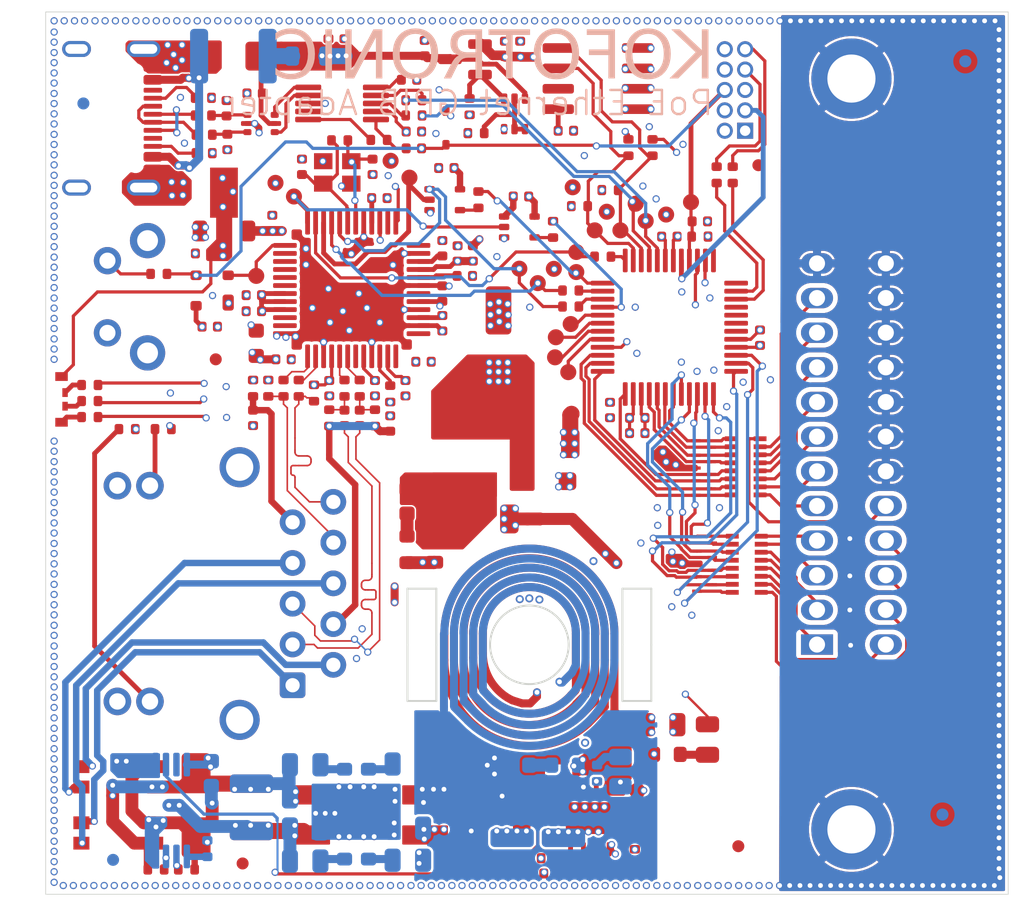
<source format=kicad_pcb>
(kicad_pcb (version 20241129) (generator "pcbnew") (generator_version "8.99")
  (layers (0 "F.Cu" signal) (4 "In1.Cu" signal) (6 "In2.Cu" signal) (8 "In3.Cu" signal) (10 "In4.Cu" signal) (2 "B.Cu" signal) (13 "F.Paste" user) (15 "B.Paste" user) (5 "F.SilkS" user "F.Silkscreen") (7 "B.SilkS" user "B.Silkscreen") (1 "F.Mask" user) (3 "B.Mask" user) (25 "Edge.Cuts" user))
  (net 0 "")
  (net 1 "GND")
  (net 2 "Net-(U1-SS{slash}BIAS)")
  (net 3 "Net-(R2-Pad2)")
  (net 4 "VCC")
  (net 5 "Net-(R4-Pad1)")
  (net 6 "Net-(U1-TC)")
  (net 7 "Net-(U1-RSET)")
  (net 8 "/POE_5v/SW")
  (net 9 "Net-(R8-Pad1)")
  (net 10 "Net-(U1-FB)")
  (net 11 "Net-(J2-Pin_13)")
  (net 12 "Net-(J2-Pin_10)")
  (net 13 "Net-(J2-Pin_8)")
  (net 14 "Net-(J2-Pin_11)")
  (net 15 "Net-(J2-Pin_3)")
  (net 16 "Net-(J2-Pin_4)")
  (net 17 "Net-(J2-Pin_16)")
  (net 18 "Net-(J2-Pin_1)")
  (net 19 "Net-(J2-Pin_9)")
  (net 20 "Net-(J2-Pin_2)")
  (net 21 "Net-(J2-Pin_14)")
  (net 22 "Net-(J2-Pin_5)")
  (net 23 "Net-(J2-Pin_6)")
  (net 24 "Net-(J2-Pin_15)")
  (net 25 "Net-(J2-Pin_7)")
  (net 30 "/MCU/MCU_TX2")
  (net 33 "/MCU/MCU_RX2")
  (net 49 "Net-(J3-D+-PadA6)")
  (net 50 "Net-(J3-D--PadA7)")
  (net 51 "Net-(U6-UD+)")
  (net 52 "Net-(U6-UD-)")
  (net 54 "Net-(C2-Pad1)")
  (net 55 "Net-(C3-Pad1)")
  (net 56 "Net-(U6-V3)")
  (net 57 "Net-(J3-CC1)")
  (net 58 "Net-(J3-CC2)")
  (net 59 "Net-(U6-TNOW{slash}~{DTR})")
  (net 60 "Net-(U6-~{CTS})")
  (net 61 "Net-(F1-Pad2)")
  (net 62 "VBUS")
  (net 63 "Net-(Q1-G)")
  (net 64 "Net-(Q2A-B1)")
  (net 65 "+5V")
  (net 66 "/GPIB/REN_nProt")
  (net 67 "/MCU/SDA")
  (net 68 "/MCU/SCL")
  (net 69 "/MCU/MCU_RX")
  (net 70 "/MCU/MCU_TX")
  (net 72 "Net-(J4-Pin_7)")
  (net 73 "unconnected-(J4-Pin_8-Pad8)")
  (net 74 "Net-(J4-Pin_1)")
  (net 75 "Net-(J4-Pin_9)")
  (net 76 "Net-(J4-Pin_5)")
  (net 77 "Net-(R18-Pad1)")
  (net 78 "Net-(D5-GK)")
  (net 79 "Net-(D5-RK)")
  (net 80 "Net-(D5-BK)")
  (net 81 "/MCU/UPDI")
  (net 82 "/MCU/LED_R")
  (net 83 "/MCU/LED_B")
  (net 84 "/MCU/LED_G")
  (net 85 "Net-(U2-PB1)")
  (net 86 "Net-(U2-PB2)")
  (net 87 "Net-(U2-PB3)")
  (net 88 "Net-(U2-PB4)")
  (net 89 "/Ethernet_interface/XI")
  (net 90 "/Ethernet_interface/XO")
  (net 91 "Net-(U2-PA4)")
  (net 92 "Net-(U8-Y)")
  (net 93 "/Ethernet_interface/nINT")
  (net 94 "Net-(U2-PA6)")
  (net 95 "Net-(U2-PA7)")
  (net 96 "/Ethernet_interface/MISO")
  (net 97 "Net-(U7-Y)")
  (net 98 "/Ethernet_interface/nRST")
  (net 99 "/Ethernet_interface/nCS")
  (net 100 "/Ethernet_interface/SCK")
  (net 101 "/Ethernet_interface/MISO_3")
  (net 102 "+3.3V")
  (net 103 "/Ethernet_interface/nINT_3")
  (net 104 "/Ethernet_interface/MOSI")
  (net 105 "Net-(U3-TOCAP)")
  (net 106 "Net-(U3-1V2O)")
  (net 107 "+3.3VA")
  (net 108 "/Ethernet_interface/VC1+")
  (net 109 "/Ethernet_interface/VC2+")
  (net 110 "Net-(J1-LEDG_A)")
  (net 111 "/Ethernet_interface/VC2-")
  (net 112 "Net-(J1-LEDY_A)")
  (net 113 "/Ethernet_interface/VC1-")
  (net 114 "/Ethernet_interface/LED_LNK")
  (net 115 "/Ethernet_interface/LED_ACT")
  (net 116 "Net-(U3-EXRES1)")
  (net 117 "/Ethernet_interface/nWRST")
  (net 118 "/GPIB/DIO2")
  (net 119 "/GPIB/DIO7")
  (net 120 "/GPIB/DIO8")
  (net 121 "/GPIB/DIO1")
  (net 122 "/GPIB/DIO6")
  (net 123 "/GPIB/DIO5")
  (net 124 "/GPIB/DIO3")
  (net 125 "/GPIB/DIO4")
  (net 126 "/GPIB/SRQ")
  (net 127 "/GPIB/IFC")
  (net 128 "/GPIB/EOI")
  (net 129 "/GPIB/REN")
  (net 130 "/GPIB/DAV")
  (net 131 "/GPIB/NDAC")
  (net 132 "/GPIB/ATN")
  (net 133 "/GPIB/NRFD")
  (net 134 "/Ethernet_interface/RXP")
  (net 135 "/Ethernet_interface/RXN")
  (net 136 "Net-(J1-RCT)")
  (net 137 "Net-(J1-TCT)")
  (net 138 "Net-(U3-TXN)")
  (net 139 "Net-(U3-TXP)")
  (net 140 "Net-(U3-RXN)")
  (net 141 "Net-(U3-RXP)")
  (net 142 "Net-(U6-TXD)")
  (net 143 "Net-(U6-RXD)")
  (net 145 "Earth")
  (net 146 "/POE_5v/POE+")
  (net 147 "/POE_5v/POE-")
  (net 148 "/POE_5v/PG")
  (net 149 "Net-(U11-DET)")
  (net 150 "Net-(U11-ILIM)")
  (net 151 "Net-(U11-CLASS)")
  (net 152 "/POE_5v/RTN")
  (net 153 "Net-(C47-Pad2)")
  (net 154 "Net-(C48-Pad2)")
  (net 155 "Net-(C49-Pad2)")
  (net 156 "Net-(C50-Pad2)")
  (net 157 "Net-(C55-Pad2)")
  (net 158 "Net-(C56-Pad1)")
  (net 159 "/POE_5v/CM")
  (net 160 "Net-(C58-Pad2)")
  (net 161 "Net-(D10-K)")
  (net 162 "/POE_5v/SEC")
  (net 163 "/Ethernet_interface/RDP")
  (net 164 "/Ethernet_interface/RDN")
  (net 165 "/Ethernet_interface/TDP")
  (net 166 "/Ethernet_interface/TDN")
  (net 167 "/POE_5v/5v_unfilt")
  (net 168 "Net-(F1-Pad1)")
  (footprint "Package_QFP:LQFP-48_7x7mm_P0.5mm" (layer "F.Cu") (at -11.95 -10.25 90)
    (property "Reference" "U3")
    (property "Value" "W5500")
  )
  (footprint "TestPoint:TestPoint_Pad_D1.0mm" (layer "F.Cu") (at 3.2 -13.94 -90)
    (property "Reference" "TP8")
    (property "Value" "SCL")
  )
  (footprint "Resistor_SMD:R_0402_1005Metric" (layer "F.Cu") (at -16.199998 -4.1 90)
    (property "Reference" "R32")
    (property "Value" "10")
  )
  (footprint "Connector_USB:USB_C_Receptacle_GCT_USB4105-xx-A_16P_TopMnt_Horizontal" (layer "F.Cu") (at -28.025 -20.925 -90)
    (property "Reference" "J3")
    (property "Value" "USB4105-GF-A")
  )
  (footprint "LED_SMD:LED_RGB_Everlight_EASV3015RGBA0_Horizontal" (layer "F.Cu") (at -30.5675 -3.4025 -90)
    (property "Reference" "D5")
    (property "Value" "LED_ABGR")
  )
  (footprint "Resistor_SMD:R_0402_1005Metric" (layer "F.Cu") (at -28.275 -2.3)
    (property "Reference" "R19")
    (property "Value" "2.2k")
  )
  (footprint "Capacitor_SMD:C_0402_1005Metric" (layer "F.Cu") (at -2.4 -25.25 90)
    (property "Reference" "C10")
    (property "Value" "10µ")
  )
  (footprint "Resistor_SMD:R_0402_1005Metric" (layer "F.Cu") (at 3.7 -12.3 180)
    (property "Reference" "R23")
    (property "Value" "49.9")
  )
  (footprint "Diode_SMD:Diode_Bridge_Diotec_MicroDil_3.0x3.0x1.8mm" (layer "F.Cu") (at -26.5 20.125 180)
    (property "Reference" "D6")
    (property "Value" "MYS80")
  )
  (footprint "Resistor_SMD:R_0402_1005Metric" (layer "F.Cu") (at -18.1 -4.1 90)
    (property "Reference" "R40")
    (property "Value" "10")
  )
  (footprint "TestPoint:TestPoint_Pad_D1.0mm" (layer "F.Cu") (at 5.75 -15.6 90)
    (property "Reference" "TP13")
    (property "Value" "MCU_RX")
  )
  (footprint "Inductor_SMD:L_0603_1608Metric" (layer "F.Cu") (at -17.899998 -6.9 -90)
    (property "Reference" "FB1")
    (property "Value" "220R")
  )
  (footprint "Capacitor_SMD:C_0402_1005Metric" (layer "F.Cu") (at 0.5 26.15 180)
    (property "Reference" "C1")
    (property "Value" "47n")
  )
  (footprint "Capacitor_SMD:C_0402_1005Metric" (layer "F.Cu") (at -10.5 -4.1 90)
    (property "Reference" "C31")
    (property "Value" "100n")
  )
  (footprint "Package_QFP:TQFP-48_7x7mm_P0.5mm" (layer "F.Cu") (at 7.85 -7.9)
    (property "Reference" "U2")
    (property "Value" "ATmega4809-A")
  )
  (footprint "Fiducial:Fiducial_0.75mm_Mask1.5mm" (layer "F.Cu") (at -18.75 25.525)
    (property "Reference" "FID8")
    (property "Value" "Fiducial")
  )
  (footprint "TestPoint:TestPoint_Pad_D1.0mm" (layer "F.Cu") (at -1.5 -11.55 90)
    (property "Reference" "TP18")
    (property "Value" "nCS")
  )
  (footprint "Capacitor_SMD:C_0805_2012Metric" (layer "F.Cu") (at 10.225 17.8 -90)
    (property "Reference" "C58")
    (property "Value" "470pF 1kV")
  )
  (footprint "Package_TO_SOT_SMD:SOT-353_SC-70-5" (layer "F.Cu") (at -1.5 -14.15)
    (property "Reference" "U8")
    (property "Value" "SN74LV1T125DCK")
  )
  (footprint "TestPoint:TestPoint_Pad_D1.0mm" (layer "F.Cu") (at 4.8 -13.94 -90)
    (property "Reference" "TP7")
    (property "Value" "SDA")
  )
  (footprint "Resistor_SMD:R_0402_1005Metric" (layer "F.Cu") (at -28.275 -3.3)
    (property "Reference" "R21")
    (property "Value" "1k")
  )
  (footprint "TestPoint:TestPoint_Pad_D1.0mm" (layer "F.Cu") (at 0.775 -7.275)
    (property "Reference" "TP3")
    (property "Value" "PB2")
  )
  (footprint "Connector_PinHeader_1.27mm:PinHeader_2x05_P1.27mm_Vertical" (layer "F.Cu") (at 12.575 -20.15 180)
    (property "Reference" "J4")
    (property "Value" "UPDI Debug Connector")
  )
  (footprint "Capacitor_SMD:C_0402_1005Metric" (layer "F.Cu") (at -20.8 -7.9375 180)
    (property "Reference" "C23")
    (property "Value" "100n")
  )
  (footprint "Capacitor_SMD:CP_Elec_5x5.3" (layer "F.Cu") (at -2.8 -6.75 90)
    (property "Reference" "C61")
    (property "Value" "100µ 6.3v")
  )
  (footprint "Capacitor_SMD:C_0402_1005Metric" (layer "F.Cu") (at -10.225 -15.95 180)
    (property "Reference" "C37")
    (property "Value" "100n")
  )
  (footprint "Diode_SMD:D_SOD-323" (layer "F.Cu") (at 2.25 19.05)
    (property "Reference" "D10")
    (property "Value" "1N4448WS")
  )
  (footprint "Capacitor_SMD:C_0805_2012Metric" (layer "F.Cu") (at 7.4 16.875)
    (property "Reference" "C57")
    (property "Value" "4.7n 1kV")
  )
  (footprint "Package_TO_SOT_SMD:SOT-363_SC-70-6" (layer "F.Cu") (at -1.8 -21.2 -90)
    (property "Reference" "Q2")
    (property "Value" "BC857BS")
  )
  (footprint "TestPoint:TestPoint_Pad_D1.0mm" (layer "F.Cu") (at 0.725 -6.025)
    (property "Reference" "TP4")
    (property "Value" "PB3")
  )
  (footprint "Resistor_SMD:R_0402_1005Metric" (layer "F.Cu") (at -17.149996 -4.1 90)
    (property "Reference" "R39")
    (property "Value" "49.9")
  )
  (footprint "Resistor_SMD:R_0603_1608Metric" (layer "F.Cu") (at -8.5 5.95 90)
    (property "Reference" "R51")
    (property "Value" "33")
  )
  (footprint "Capacitor_SMD:C_0402_1005Metric" (layer "F.Cu") (at -4.4 -12.5 90)
    (property "Reference" "C24")
    (property "Value" "10µ")
  )
  (footprint "TestPoint:TestPoint_Pad_D1.0mm" (layer "F.Cu") (at 2.05 -12.59 90)
    (property "Reference" "TP15")
    (property "Value" "MOSI")
  )
  (footprint "Package_SO:SOIC-8_3.9x4.9mm_P1.27mm" (layer "F.Cu") (at 3.4 -23.4 180)
    (property "Reference" "U4")
    (property "Value" "24AA256UID")
  )
  (footprint "Capacitor_SMD:C_0402_1005Metric" (layer "F.Cu") (at -1.4 -16.05)
    (property "Reference" "C20")
    (property "Value" "100n")
  )
  (footprint "Capacitor_SMD:C_0402_1005Metric" (layer "F.Cu") (at -10.649998 -17.9 -90)
    (property "Reference" "C17")
    (property "Value" "18p")
  )
  (footprint "Capacitor_SMD:C_0402_1005Metric" (layer "F.Cu") (at -19.7 -19.45 -90)
    (property "Reference" "C3")
    (property "Value" "18p")
  )
  (footprint "Resistor_SMD:R_0402_1005Metric" (layer "F.Cu") (at 0.6 -14 90)
    (property "Reference" "R24")
    (property "Value" "49.9")
  )
  (footprint "Resistor_SMD:R_0402_1005Metric" (layer "F.Cu") (at 5.7 25.15 90)
    (property "Reference" "R6")
    (property "Value" "12.1k")
  )
  (footprint "TestPoint:TestPoint_Pad_D1.0mm" (layer "F.Cu") (at -1.2 -2.5 -90)
    (property "Reference" "TP10")
    (property "Value" "+5v")
  )
  (footprint "TestPoint:TestPoint_Pad_D1.0mm" (layer "F.Cu") (at 3.95 -15.1 -90)
    (property "Reference" "TP9")
    (property "Value" "GND")
  )
  (footprint "Resistor_SMD:R_0402_1005Metric" (layer "F.Cu") (at 4.25 26)
    (property "Reference" "R5")
    (property "Value" "4.7k")
  )
  (footprint "Fiducial:Fiducial_0.75mm_Mask1.5mm" (layer "F.Cu") (at -20.425 -5.9)
    (property "Reference" "FID6")
    (property "Value" "Fiducial")
  )
  (footprint "Capacitor_SMD:C_0402_1005Metric" (layer "F.Cu") (at -12.4 -2.25 -90)
    (property "Reference" "C39")
    (property "Value" "100n")
  )
  (footprint "NetTie:NetTie-2_SMD_Pad0.5mm" (layer "F.Cu") (at -9.275 8.75 90)
    (property "Reference" "NT2" (hide yes))
    (property "Value" "NetTie_2" (hide yes))
  )
  (footprint "Capacitor_SMD:C_0402_1005Metric" (layer "F.Cu") (at -6.05 -17.825)
    (property "Reference" "C19")
    (property "Value" "100n")
  )
  (footprint "Resistor_SMD:R_0402_1005Metric" (layer "F.Cu") (at -14.299998 -3.8 90)
    (property "Reference" "R38")
    (property "Value" "49.9")
  )
  (footprint "TestPoint:TestPoint_Pad_D1.0mm" (layer "F.Cu") (at 1.7 -8.1)
    (property "Reference" "TP2")
    (property "Value" "PB1")
  )
  (footprint "Resistor_SMD:R_0402_1005Metric" (layer "F.Cu") (at -25.95 -1.55)
    (property "Reference" "R29")
    (property "Value" "220")
  )
  (footprint "Capacitor_SMD:C_0402_1005Metric" (layer "F.Cu") (at -16.9 -14.4 90)
    (property "Reference" "C29")
    (property "Value" "10µ")
  )
  (footprint "Resistor_SMD:R_0402_1005Metric" (layer "F.Cu") (at -12.4 -4.1 90)
    (property "Reference" "R34")
    (property "Value" "10")
  )
  (footprint "Package_SO:MSOP-10_3x3mm_P0.5mm" (layer "F.Cu") (at -12.55 -21.85)
    (property "Reference" "U6")
    (property "Value" "CH340X")
  )
  (footprint "Capacitor_SMD:C_0402_1005Metric" (layer "F.Cu") (at -8.075 -20.1 180)
    (property "Reference" "C5")
    (property "Value" "100n")
  )
  (footprint "NetTie:NetTie-2_SMD_Pad0.8mm" (layer "F.Cu") (at -0.6 4.05 180)
    (property "Reference" "NT3" (hide yes))
    (property "Value" "NetTie_2" (hide yes))
  )
  (footprint "Resistor_SMD:R_0402_1005Metric" (layer "F.Cu") (at -23.975 -11.225)
    (property "Reference" "R18")
    (property "Value" "220")
  )
  (footprint "Resistor_SMD:R_0402_1005Metric" (layer "F.Cu") (at -21.2 -21.1)
    (property "Reference" "R11")
    (property "Value" "10")
  )
  (footprint "RJ45:RJ45_ARJM11C7-114-BA-EW2" (layer "F.Cu") (at -13.095 13.145 180)
    (property "Reference" "J1")
    (property "Value" "ARJM11C7-114-BA-EW2")
  )
  (footprint "TestPoint:TestPoint_Pad_D1.0mm" (layer "F.Cu") (at -0.35 -10.65 90)
    (property "Reference" "TP17")
    (property "Value" "SCK")
  )
  (footprint "Resistor_SMD:R_Array_Convex_8x0602" (layer "F.Cu") (at 12.675 6.875 180)
    (property "Reference" "RN1")
    (property "Value" "10")
  )
  (footprint "Button_Switch_THT:SW_Tactile_SKHH_Angled" (layer "F.Cu") (at -27.175 -7.55 90)
    (property "Reference" "SW1")
    (property "Value" "Reset")
  )
  (footprint "Capacitor_SMD:C_0402_1005Metric" (layer "F.Cu") (at 7.85 -13.55)
    (property "Reference" "C13")
    (property "Value" "100n")
  )
  (footprint "Resistor_SMD:R_0402_1005Metric" (layer "F.Cu") (at 2.35 26 180)
    (property "Reference" "R4")
    (property "Value" "100k")
  )
  (footprint "Resistor_SMD:R_0402_1005Metric" (layer "F.Cu") (at 10.8 -17.4 90)
    (property "Reference" "R56")
    (property "Value" "49.9")
  )
  (footprint "Capacitor_SMD:C_0402_1005Metric" (layer "F.Cu") (at 1.4 -20.15)
    (property "Reference" "C14")
    (property "Value" "100n")
  )
  (footprint "Resistor_SMD:R_0402_1005Metric" (layer "F.Cu") (at -13.349998 -2.25 90)
    (property "Reference" "R36")
    (property "Value" "49.9")
  )
  (footprint "Capacitor_SMD:C_0402_1005Metric" (layer "F.Cu") (at -13.4 -25.4 90)
    (property "Reference" "C63")
    (property "Value" "10µ")
  )
  (footprint "Package_SON:WSON-8-1EP_4x4mm_P0.8mm_EP1.98x3mm" (layer "F.Cu") (at 2.894856 22.7 -90)
    (property "Reference" "U1")
    (property "Value" "LM5180")
  )
  (footprint "Capacitor_SMD:C_0402_1005Metric" (layer "F.Cu") (at -11.45 -2.25 -90)
    (property "Reference" "C38")
    (property "Value" "100n")
  )
  (footprint "Diode_SMD:D_SOD-323" (layer "F.Cu") (at -6.075 -20.325 -90)
    (property "Reference" "D4")
    (property "Value" "1N4448WS")
  )
  (footprint "TestPoint:TestPoint_Pad_D1.0mm" (layer "F.Cu") (at 1.55 -5.1)
    (property "Reference" "TP5")
    (property "Value" "PB4")
  )
  (footprint "Capacitor_SMD:C_0402_1005Metric" (layer "F.Cu") (at -1.45 -25.25 90)
    (property "Reference" "C9")
    (property "Value" "10µ")
  )
  (footprint "Diode_SMD:D_PowerDI-123" (layer "F.Cu") (at -1.95 19.45 180)
    (property "Reference" "D9")
    (property "Value" "DFLZ20-7  20V")
  )
  (footprint "Capacitor_SMD:C_0402_1005Metric" (layer "F.Cu") (at -19.75 -21.55 90)
    (property "Reference" "C2")
    (property "Value" "18p")
  )
  (footprint "Capacitor_SMD:C_0603_1608Metric" (layer "F.Cu") (at -8.5 2.95 90)
    (property "Reference" "C56")
    (property "Value" "330pF")
  )
  (footprint "TestPoint:TestPoint_Pad_D1.0mm" (layer "F.Cu") (at -9.525 -18.275 90)
    (property "Reference" "TP6")
    (property "Value" "GND")
  )
  (footprint "Resistor_SMD:R_0402_1005Metric" (layer "F.Cu") (at -24.15 25.9 180)
    (property "Reference" "R43")
    (property "Value" "24.9k")
  )
  (footprint "Resistor_SMD:R_0402_1005Metric" (layer "F.Cu") (at -4.2 -20 180)
    (property "Reference" "R16")
    (property "Value" "27k")
  )
  (footprint "Inductor_SMD:L_Taiyo-Yuden_NR-50xx" (layer "F.Cu") (at -4.9 0.1 90)
    (property "Reference" "L2")
    (property "Value" "2.2µ")
  )
  (footprint "Resistor_SMD:R_Array_Convex_8x0602" (layer "F.Cu") (at 12.605002 0.8 180)
    (property "Reference" "RN2")
    (property "Value" "10")
  )
  (footprint "Fiducial:Fiducial_0.75mm_Mask1.5mm" (layer "F.Cu") (at 13.4 -18)
    (property "Reference" "FID2")
    (property "Value" "Fiducial")
  )
  (footprint "Crystal:Crystal_SMD_2520-4Pin_2.5x2.0mm" (layer "F.Cu") (at -12.85 -17.55 180)
    (property "Reference" "Y1")
    (property "Value" "25Mhz")
  )
  (footprint "TestPoint:TestPoint_Pad_D1.0mm" (layer "F.Cu") (at 9.2 -15.7 90)
    (property "Reference" "TP23")
    (property "Value" "nRST")
  )
  (footprint "Capacitor_SMD:C_0402_1005Metric" (layer "F.Cu") (at -18.049998 -8.9 180)
    (property "Reference" "C27")
    (property "Value" "10µ")
  )
  (footprint "Resistor_SMD:R_0402_1005Metric" (layer "F.Cu") (at 2.25 -15.45 180)
    (property "Reference" "R17")
    (property "Value" "4.7k")
  )
  (footprint "Capacitor_SMD:C_0402_1005Metric" (layer "F.Cu") (at 5.85 -1.3)
    (property "Reference" "C16")
    (property "Value" "10µ")
  )
  (footprint "Diode_SMD:D_TUMD2" (layer "F.Cu") (at -6.8 5.5 -90)
    (property "Reference" "D11")
    (property "Value" "CUHS20S40")
  )
  (footprint "TestPoint:TestPoint_Pad_D1.0mm" (layer "F.Cu") (at -16.7 -16.9 -90)
    (property "Reference" "TP21")
    (property "Value" "GND")
  )
  (footprint "Capacitor_SMD:C_0402_1005Metric" (layer "F.Cu") (at -4.9 -11.1)
    (property "Reference" "C21")
    (property "Value" "10µ")
  )
  (footprint "Diode_SMD:D_SMA" (layer "F.Cu") (at -21.65 21.9 -90)
    (property "Reference" "D8")
    (property "Value" "P4SMAJ58CA")
  )
  (footprint "TestPoint:TestPoint_Pad_D1.0mm" (layer "F.Cu") (at -2.6 21.425)
    (property "Reference" "TP25")
    (property "Value" "VCC")
  )
  (footprint "TestPoint:TestPoint_Pad_D1.0mm" (layer "F.Cu") (at 6.375 -14.525 90)
    (property "Reference" "TP12")
    (property "Value" "MCU_TX")
  )
  (footprint "TestPoint:TestPoint_Pad_D1.0mm" (layer "F.Cu") (at 1.825 -16.625)
    (property "Reference" "TP28")
    (property "Value" "+5v")
  )
  (footprint "Package_TO_SOT_SMD:SOT-353_SC-70-5" (layer "F.Cu") (at -6.15 -15.85)
    (property "Reference" "U7")
    (property "Value" "SN74LV1T125DCK")
  )
  (footprint "Magnetics:muRata_5000A" (layer "F.Cu") (at -11.05 22.5 90)
    (property "Reference" "L1")
    (property "Value" "50475AC")
  )
  (footprint "Capacitor_SMD:C_0402_1005Metric" (layer "F.Cu") (at -6.3 -12.825 -90)
    (property "Reference" "C22")
    (property "Value" "100n")
  )
  (footprint "Package_DFN_QFN:UDFN-9_1.0x3.8mm_P0.5mm" (layer "F.Cu") (at 9.977502 0.8775)
    (property "Reference" "D2")
    (property "Value" "DT1240A-08LP3810")
  )
  (footprint "Capacitor_SMD:C_1206_3216Metric" (layer "F.Cu") (at 0.2 -0.65)
    (property "Reference" "C60")
    (property "Value" "100µ")
  )
  (footprint "Resistor_SMD:R_0402_1005Metric" (layer "F.Cu") (at -28.275 -4.3)
    (property "Reference" "R20")
    (property "Value" "1k")
  )
  (footprint "Capacitor_SMD:C_0402_1005Metric" (layer "F.Cu") (at -6.3 -10 -90)
    (property "Reference" "C33")
    (property "Value" "100n")
  )
  (footprint "Diode_SMD:Diode_Bridge_Diotec_MicroDil_3.0x3.0x1.8mm" (layer "F.Cu") (at -26.5 23.625 180)
    (property "Reference" "D7")
    (property "Value" "MYS80")
  )
  (footprint "Capacitor_SMD:C_0402_1005Metric" (layer "F.Cu") (at -7.475 -5.75)
    (property "Reference" "C30")
    (property "Value" "10µ")
  )
  (footprint "Package_TO_SOT_SMD:SOT-666" (layer "F.Cu") (at -17.6 -20.6)
    (property "Reference" "U5")
    (property "Value" "USBLC6-2P6")
  )
  (footprint "Centronic:112-024-113R001" (layer "F.Cu") (at 19.2 0 90)
    (property "Reference" "J2")
    (property "Value" "112-024-113R001")
  )
  (footprint "Package_TO_SOT_SMD:SOT-143" (layer "F.Cu") (at -20.65 -10.1875 180)
    (property "Reference" "U9")
    (property "Value" "APX811-31UG-7")
  )
  (footprint "Capacitor_SMD:C_0402_1005Metric" (layer "F.Cu") (at -8.075 -19.05)
    (property "Reference" "C6")
    (property "Value" "100n")
  )
  (footprint "Resistor_SMD:R_0402_1005Metric" (layer "F.Cu") (at -0.65 25.2)
    (property "Reference" "R1")
    (property "Value" "15k")
  )
  (footprint "Resistor_SMD:R_0402_1005Metric" (layer "F.Cu") (at -9.55 -3.75 -90)
    (property "Reference" "R28")
    (property "Value" "12.1k")
  )
  (footprint "Resistor_SMD:R_0603_1608Metric" (layer "F.Cu") (at 7.7 18.725 180)
    (property "Reference" "R52")
    (property "Value" "0")
  )
  (footprint "Resistor_SMD:R_0402_1005Metric" (layer "F.Cu") (at -12.7 -19.55)
    (property "Reference" "R22")
    (property "Value" "1M")
  )
  (footprint "Resistor_SMD:R_0402_1005Metric" (layer "F.Cu") (at -21.15 -19.9)
    (property "Reference" "R10")
    (property "Value" "10")
  )
  (footprint "Capacitor_SMD:C_0402_1005Metric" (layer "F.Cu") (at -16.199998 -5.9)
    (property "Reference" "C25")
    (property "Value" "10µ")
  )
  (footprint "TestPoint:TestPoint_Pad_D1.0mm" (layer "F.Cu") (at 2.05 -11.34 90)
    (property "Reference" "TP16")
    (property "Value" "MISO")
  )
  (footprint "Resistor_SMD:R_0805_2012Metric" (layer "F.Cu") (at -4.55 23.95 -90)
    (property "Reference" "R2")
    (property "Value" "330k")
  )
  (footprint "Resistor_SMD:R_0402_1005Metric" (layer "F.Cu") (at 9.75 -13.55)
    (property "Reference" "R31")
    (property "Value" "4.7k")
  )
  (footprint "Capacitor_SMD:C_0402_1005Metric" (layer "F.Cu") (at -13.35 -4.1 90)
    (property "Reference" "C36")
    (property "Value" "100n")
  )
  (footprint "TestPoint:TestPoint_Pad_D1.0mm" (layer "F.Cu") (at 1.75 -2.5 -90)
    (property "Reference" "TP11")
    (property "Value" "GND")
  )
  (footprint "Capacitor_SMD:C_0402_1005Metric" (layer "F.Cu") (at -18.049998 -9.9 180)
    (property "Reference" "C26")
    (property "Value" "10µ")
  )
  (footprint "Resistor_SMD:R_0402_1005Metric" (layer "F.Cu") (at -4.6 -21.65 -90)
    (property "Reference" "R15")
    (property "Value" "27k")
  )
  (footprint "Resistor_SMD:R_0402_1005Metric" (layer "F.Cu") (at 11.8 -17.4 90)
    (property "Reference" "R55")
    (property "Value" "49.9")
  )
  (footprint "Capacitor_SMD:C_0402_1005Metric" (layer "F.Cu") (at -12.4 -25.4 90)
    (property "Reference" "C64")
    (property "Value" "10µ")
  )
  (footprint "Resistor_SMD:R_0402_1005Metric" (layer "F.Cu") (at 4.15 -16.45 180)
    (property "Reference" "R7")
    (property "Value" "4.7k")
  )
  (footprint "Capacitor_SMD:C_0402_1005Metric" (layer "F.Cu") (at -8.375 -23.325)
    (property "Reference" "C4")
    (property "Value" "100n")
  )
  (footprint "Resistor_SMD:R_0402_1005Metric" (layer "F.Cu") (at -2.55 25.2)
    (property "Reference" "R3")
    (property "Value" "27k")
  )
  (footprint "Capacitor_SMD:C_0402_1005Metric" (layer "F.Cu") (at -5.35 -12.5 -90)
    (property "Reference" "C34")
    (property "Value" "100n")
  )
  (footprint "Resistor_SMD:R_0402_1005Metric" (layer "F.Cu") (at -21.2 -22.2 180)
    (property "Reference" "R13")
    (property "Value" "5.1k")
  )
  (footprint "Resistor_SMD:R_0402_1005Metric" (layer "F.Cu") (at -21.15 -18.75 180)
    (property "Reference" "R14")
    (property "Value" "5.1k")
  )
  (footprint "Resistor_SMD:R_0402_1005Metric" (layer "F.Cu") (at -10.499998 -2.25 90)
    (property "Reference" "R37")
    (property "Value" "49.9")
  )
  (footprint "TestPoint:TestPoint_Pad_D1.0mm" (layer "F.Cu") (at -15.55 -16.05 -90)
    (property "Reference" "TP20")
    (property "Value" "nINT_3")
  )
  (footprint "Resistor_SMD:R_0402_1005Metric" (layer "F.Cu") (at -4.05 -15.85 90)
    (property "Reference" "R27")
    (property "Value" "49.9")
  )
  (footprint "Capacitor_SMD:C_0402_1005Metric" (layer "F.Cu") (at -15.049998 -17.9 90)
    (property "Reference" "C18")
    (property "Value" "18p")
  )
  (footprint "Package_TO_SOT_SMD:SOT-89-3" (layer "F.Cu") (at -19.9125 -15.85 90)
    (property "Reference" "U10")
    (property "Value" "AZ1117-3.3_SOT89")
  )
  (footprint "Resistor_SMD:R_0402_1005Metric" (layer "F.Cu") (at -23.7 -1.55)
    (property "Reference" "R30")
    (property "Value" "220")
  )
  (footprint "TestPoint:TestPoint_Pad_D1.0mm" (layer "F.Cu") (at 4.8 19.125)
    (property "Reference" "TP24")
    (property "Value" "SW")
  )
  (footprint "Resistor_SMD:R_0402_1005Metric" (layer "F.Cu") (at 5.3 -19.1 90)
    (property "Reference" "R54")
    (property "Value" "49.9")
  )
  (footprint "Package_DFN_QFN:UDFN-9_1.0x3.8mm_P0.5mm" (layer "F.Cu") (at 10.0475 6.8525)
    (property "Reference" "D1")
    (property "Value" "DT1240A-08LP3810")
  )
  (footprint "Capacitor_SMD:C_1206_3216Metric" (layer "F.Cu") (at -3.6 4.05)
    (property "Reference" "C59")
    (property "Value" "100µ")
  )
  (footprint "Capacitor_SMD:C_0402_1005Metric" (layer "F.Cu") (at -18.1 -2.25 90)
    (property "Reference" "C41")
    (property "Value" "100n")
  )
  (footprint "Capacitor_SMD:C_0402_1005Metric" (layer "F.Cu") (at -6.3 -8.15 90)
    (property "Reference" "C32")
    (property "Value" "100n")
  )
  (footprint "Diode_SMD:D_SOD-123F" (layer "F.Cu") (at 0.1 1.7)
    (property "Reference" "D12")
    (property "Value" "5.6v")
  )
  (footprint "TestPoint:TestPoint_Pad_D1.0mm" (layer "F.Cu") (at -17.9 -11.1 -90)
    (property "Reference" "TP22")
    (property "Value" "nWRST")
  )
  (footprint "TestPoint:TestPoint_Pad_D1.0mm" (layer "F.Cu") (at 5.85 21)
    (property "Reference" "TP26")
    (property "Value" "nGND")
  )
  (footprint "Resistor_SMD:R_0402_1005Metric" (layer "F.Cu") (at 1.7 -10.19 180)
    (property "Reference" "R25")
    (property "Value" "49.9")
  )
  (footprint "Resistor_SMD:R_0402_1005Metric" (layer "F.Cu") (at -8.075 -22.05 180)
    (property "Reference" "R42")
    (property "Value" "49.9")
  )
  (footprint "TestPoint:TestPoint_Pad_D1.0mm" (layer "F.Cu") (at -8.35 -17.225 -90)
    (property "Reference" "TP1")
    (property "Value" "MOIS_3")
  )
  (footprint "Planar_transformer:ER14_planar_4_to_1_48v_in_5v_out_5w" (layer "F.Cu") (at -0.875305 11.896649)
    (property "Reference" "T1")
    (property "Value" "~")
    (fp_line (start -7.6 -3.5) (end -7.6 0) (stroke (width 0.12)) (layer "Edge.Cuts"))
    (fp_line (start -7.6 0) (end -7.6 3.5) (stroke (width 0.12)) (layer "Edge.Cuts"))
    (fp_line (start -7.6 3.5) (end -5.8 3.5) (stroke (width 0.12)) (layer "Edge.Cuts"))
    (fp_line (start -5.8 -3.5) (end -7.6 -3.5) (stroke (width 0.12)) (layer "Edge.Cuts"))
    (fp_line (start -5.8 0) (end -5.8 -3.5) (stroke (width 0.12)) (layer "Edge.Cuts"))
    (fp_line (start -5.8 3.5) (end -5.8 0) (stroke (width 0.12)) (layer "Edge.Cuts"))
    (fp_line (start 5.8 -3.5) (end 7.6 -3.5) (stroke (width 0.12)) (layer "Edge.Cuts"))
    (fp_line (start 5.8 0) (end 5.8 -3.5) (stroke (width 0.12)) (layer "Edge.Cuts"))
    (fp_line (start 5.8 3.5) (end 5.8 0) (stroke (width 0.12)) (layer "Edge.Cuts"))
    (fp_line (start 7.6 -3.5) (end 7.6 0) (stroke (width 0.12)) (layer "Edge.Cuts"))
    (fp_line (start 7.6 0) (end 7.6 3.5) (stroke (width 0.12)) (layer "Edge.Cuts"))
    (fp_line (start 7.6 3.5) (end 5.8 3.5) (stroke (width 0.12)) (layer "Edge.Cuts"))
    (fp_circle (center 0 0) (end 2.45 0) (stroke (width 0.12)) (fill no) (layer "Edge.Cuts"))
  )
  (footprint "Capacitor_SMD:C_0402_1005Metric" (layer "F.Cu") (at 5.85 -2.25 180)
    (property "Reference" "C11")
    (property "Value" "100n")
  )
  (footprint "Capacitor_SMD:C_0402_1005Metric" (layer "F.Cu") (at -21.2125 -12.5 180)
    (property "Reference" "C28")
    (property "Value" "10µ")
  )
  (footprint "TestPoint:TestPoint_Pad_D1.0mm" (layer "F.Cu") (at 0.65 -11.54 90)
    (property "Reference" "TP19")
    (property "Value" "GND")
  )
  (footprint "Fiducial:Fiducial_0.75mm_Mask1.5mm" (layer "F.Cu") (at 12.15 24.45)
    (property "Reference" "FID4")
    (property "Value" "Fiducial")
  )
  (footprint "Diode_SMD:D_SMA" (layer "F.Cu") (at -19.325 -24.8 180)
    (property "Reference" "D3")
    (property "Value" "P4SMAJ5.0A")
  )
  (footprint "Resistor_SMD:R_0402_1005Metric" (layer "F.Cu") (at -8.075 -21.1)
    (property "Reference" "R41")
    (property "Value" "49.9")
  )
  (footprint "Capacitor_SMD:C_0402_1005Metric" (layer "F.Cu") (at -7.4 -25.3 90)
    (property "Reference" "C8")
    (property "Value" "10µ")
  )
  (footprint "TestPoint:TestPoint_Pad_D1.0mm" (layer "F.Cu") (at 7.65 -14.925 90)
    (property "Reference" "TP14")
    (property "Value" "GND")
  )
  (footprint "Capacitor_SMD:C_0402_1005Metric" (layer "F.Cu") (at -18 -22.475 180)
    (property "Reference" "C7")
    (property "Value" "10µ")
  )
  (footprint "Resistor_SMD:R_0402_1005Metric" (layer "F.Cu") (at -11.45 -4.1 90)
    (property "Reference" "R35")
    (property "Value" "10")
  )
  (footprint "Resistor_SMD:R_0402_1005Metric" (layer "F.Cu") (at -10.25 -19.575 180)
    (property "Reference" "R12")
    (property "Value" "4.7k")
  )
  (footprint "Resistor_SMD:R_0402_1005Metric" (layer "F.Cu") (at 1.7 -9.19 180)
    (property "Reference" "R26")
    (property "Value" "49.9")
  )
  (footprint "Resistor_SMD:R_0402_1005Metric" (layer "F.Cu") (at 6.8 -19.1 90)
    (property "Reference" "R53")
    (property "Value" "49.9")
  )
  (footprint "Resistor_SMD:R_0402_1005Metric" (layer "F.Cu") (at -22.25 25.9)
    (property "Reference" "R45")
    (property "Value" "4.42k")
  )
  (footprint "Resistor_SMD:R_0402_1005Metric" (layer "F.Cu") (at -15.249998 -4.1 90)
    (property "Reference" "R33")
    (property "Value" "10")
  )
  (footprint "Capacitor_SMD:C_0402_1005Metric" (layer "F.Cu") (at 9.75 -14.5)
    (property "Reference" "C62")
    (property "Value" "47n")
  )
  (footprint "Capacitor_SMD:C_0402_1005Metric" (layer "F.Cu") (at 13.5 -7.25 -90)
    (property "Reference" "C12")
    (property "Value" "100n")
  )
  (footprint "TestPoint:TestPoint_Pad_D1.0mm" (layer "F.Cu") (at -1.375 22.675)
    (property "Reference" "TP27")
    (property "Value" "nGND")
  )
  (footprint "Package_TO_SOT_SMD:SOT-23" (layer "F.Cu") (at -4.89 -24.6 180)
    (property "Reference" "Q1")
    (property "Value" "PMV30XPEAR")
  )
  (footprint "Capacitor_SMD:C_0402_1005Metric" (layer "F.Cu") (at -8.6 -4.1 90)
    (property "Reference" "C35")
    (property "Value" "100n")
  )
  (footprint "Capacitor_SMD:C_1210_3225Metric" (layer "F.Cu") (at -18.2 22.025 -90)
    (property "Reference" "C44")
    (property "Value" "10µ 100v")
  )
  (footprint "Capacitor_SMD:C_0402_1005Metric" (layer "F.Cu") (at -9.549998 -1.9 -90)
    (property "Reference" "C40")
    (property "Value" "100n")
  )
  (footprint "Capacitor_SMD:C_0402_1005Metric" (layer "F.Cu") (at 4.15 -2.74 90)
    (property "Reference" "C15")
    (property "Value" "10µ")
  )
  (footprint "Fiducial:Fiducial_0.75mm_Mask1.5mm" (layer "B.Cu") (at -28.675 -21.85 180)
    (property "Reference" "FID1")
    (property "Value" "Fiducial")
  )
  (footprint "Package_SO:TSSOP-8_4.4x3mm_P0.65mm" (layer "B.Cu") (at -23.2 22.225 90)
    (property "Reference" "U11")
    (property "Value" "TPS2375-1")
  )
  (footprint "Fiducial:Fiducial_0.75mm_Mask1.5mm" (layer "B.Cu") (at -26.825 25.3 180)
    (property "Reference" "FID3")
    (property "Value" "Fiducial")
  )
  (footprint "Capacitor_SMD:C_0805_2012Metric" (layer "B.Cu") (at -14.85 25.375)
    (property "Reference" "C47")
    (property "Value" "4.7n 1kV")
  )
  (footprint "Capacitor_SMD:C_1210_3225Metric" (layer "B.Cu") (at 1.25 22.45 -90)
    (property "Reference" "C46")
    (property "Value" "10µ 100v")
  )
  (footprint "Resistor_SMD:R_0402_1005Metric" (layer "B.Cu") (at 3.344856 19.9 -90)
    (property "Reference" "R9")
    (property "Value" "10k")
  )
  (footprint "Resistor_SMD:R_0603_1608Metric" (layer "B.Cu") (at -12.4 20.475 -90)
    (property "Reference" "R47")
    (property "Value" "1.5k")
  )
  (footprint "Fiducial:Fiducial_0.75mm_Mask1.5mm" (layer "B.Cu") (at 26.3 -24.475 180)
    (property "Reference" "FID7")
    (property "Value" "Fiducial")
  )
  (footprint "Capacitor_SMD:C_0805_2012Metric" (layer "B.Cu") (at -8.45 21.325 180)
    (property "Reference" "C51")
    (property "Value" "4.7n 1kV")
  )
  (footprint "Resistor_SMD:R_0603_1608Metric" (layer "B.Cu") (at -10.9 24.425 90)
    (property "Reference" "R48")
    (property "Value" "1.5k")
  )
  (footprint "Fiducial:Fiducial_0.75mm_Mask1.5mm" (layer "B.Cu") (at 24.875 22.475 180)
    (property "Reference" "FID5")
    (property "Value" "Fiducial")
  )
  (footprint "Resistor_SMD:R_0402_1005Metric" (layer "B.Cu") (at -20.95 24.6 90)
    (property "Reference" "R44")
    (property "Value" "180k")
  )
  (footprint "Capacitor_SMD:C_0805_2012Metric" (layer "B.Cu") (at -14.85 19.375)
    (property "Reference" "C48")
    (property "Value" "4.7n 1kV")
  )
  (footprint "Capacitor_SMD:C_0805_2012Metric" (layer "B.Cu") (at -8.45 19.325 180)
    (property "Reference" "C50")
    (property "Value" "4.7n 1kV")
  )
  (footprint "Capacitor_SMD:C_0603_1608Metric" (layer "B.Cu") (at -1.65 19.4)
    (property "Reference" "C55")
    (property "Value" "22pF")
  )
  (footprint "Capacitor_SMD:C_1210_3225Metric" (layer "B.Cu") (at -18.2 22.025 -90)
    (property "Reference" "C43")
    (property "Value" "10µ 100v")
  )
  (footprint "Capacitor_SMD:C_0603_1608Metric" (layer "B.Cu") (at -20.7 19.925 -90)
    (property "Reference" "C42")
    (property "Value" "100n 100v")
  )
  (footprint "Fuse:Fuse_1812_4532Metric" (layer "B.Cu") (at -19.325 -24.8 180)
    (property "Reference" "F1")
    (property "Value" "0.75A")
  )
  (footprint "Resistor_SMD:R_0805_2012Metric" (layer "B.Cu") (at 4.8 19.8 -90)
    (property "Reference" "R8")
    (property "Value" "150k")
  )
  (footprint "Capacitor_SMD:C_0805_2012Metric" (layer "B.Cu") (at -8.45 25.325 180)
    (property "Reference" "C49")
    (property "Value" "4.7n 1kV")
  )
  (footprint "Inductor_SMD:L_0805_2012Metric" (layer "B.Cu") (at -14.6 -24.8)
    (property "Reference" "FB2")
    (property "Value" "1k")
  )
  (footprint "Resistor_SMD:R_0603_1608Metric" (layer "B.Cu") (at 1.35 19.4)
    (property "Reference" "R50")
    (property "Value" "100")
  )
  (footprint "Capacitor_SMD:C_0805_2012Metric" (layer "B.Cu") (at -14.85 21.375)
    (property "Reference" "C54")
    (property "Value" "4.7n 1kV")
  )
  (footprint "Capacitor_SMD:C_0805_2012Metric" (layer "B.Cu") (at -8.45 23.325 180)
    (property "Reference" "C52")
    (property "Value" "4.7n 1kV")
  )
  (footprint "NetTie:NetTie-2_SMD_Pad0.5mm" (layer "B.Cu") (at -6.2 16.25 90)
    (property "Reference" "NT1" (hide yes))
    (property "Value" "NetTie_2" (hide yes))
  )
  (footprint "Capacitor_SMD:C_1210_3225Metric" (layer "B.Cu") (at -1.95 22.45 -90)
    (property "Reference" "C45")
    (property "Value" "10µ 100v")
  )
  (footprint "Resistor_SMD:R_0603_1608Metric" (layer "B.Cu") (at -10.9 20.475 -90)
    (property "Reference" "R49")
    (property "Value" "1.5k")
  )
  (footprint "Resistor_SMD:R_0603_1608Metric" (layer "B.Cu") (at -12.4 24.425 90)
    (property "Reference" "R46")
    (property "Value" "1.5k")
  )
  (footprint "Capacitor_SMD:C_0805_2012Metric" (layer "B.Cu") (at -14.85 23.375)
    (property "Reference" "C53")
    (property "Value" "4.7n 1kV")
  )
  (gr_rect (start -31.025305 -27.553351) (end 28.974695 27.446649) (stroke (width 0.05)) (fill no) (layer "Edge.Cuts"))
  (gr_text "KOFOTRONIC" (at 10.7 -22.9 0) (layer "B.SilkS") (effects (font (size 3 3)) (justify left bottom mirror)))
  (gr_text "PoE Ethernet GPIB Adapter" (at 10.7 -21 0) (layer "B.SilkS") (effects (font (size 1.5 1.5)) (justify left bottom mirror)))
  (segment (start -3.991845 -13.388155) (end -4.4 -12.98) (width 0.5) (layer "F.Cu") (net 1))
  (segment (start 6.33 -2.25) (end 6.1 -2.48) (width 0.2) (layer "F.Cu") (net 1))
  (segment (start 12.92 -7.15) (end 12.0125 -7.15) (width 0.2) (layer "F.Cu") (net 1))
  (segment (start -6.63 -8) (end -6.3 -7.67) (width 0.3) (layer "F.Cu") (net 1))
  (segment (start 7.37 -13.55) (end 7.6 -13.32) (width 0.2) (layer "F.Cu") (net 1))
  (segment (start -7.7875 -10.5) (end -6.32 -10.5) (width 0.3) (layer "F.Cu") (net 1))
  (segment (start -3.986845 -13.388155) (end -3.991845 -13.388155) (width 0.5) (layer "F.Cu") (net 1))
  (segment (start -6.3 -7.65) (end -6.28 -7.65) (width 0.3) (layer "F.Cu") (net 1))
  (segment (start -6.3 -7.67) (end -6.3 -7.65) (width 0.3) (layer "F.Cu") (net 1))
  (segment (start 13.5 -7.73) (end 12.92 -7.15) (width 0.2) (layer "F.Cu") (net 1))
  (segment (start 1.75 -2.5) (end 1.675 -2.425) (width 1) (layer "F.Cu") (net 1))
  (segment (start -14.6625 -21.85) (end -13.6 -21.85) (width 0.2) (layer "F.Cu") (net 1))
  (segment (start -6.32 -10.5) (end -6.3 -10.48) (width 0.3) (layer "F.Cu") (net 1))
  (segment (start 1.675 -2.425) (end 1.675 -0.65) (width 1) (layer "F.Cu") (net 1))
  (segment (start -5.8954 -10.48) (end -5.881031 -10.465631) (width 0.3) (layer "F.Cu") (net 1))
  (segment (start 6.33 -1.3) (end 6.33 -2.249998) (width 0.2) (layer "F.Cu") (net 1))
  (segment (start 6.1 -2.48) (end 6.1 -3.7375) (width 0.2) (layer "F.Cu") (net 1))
  (segment (start -7.7875 -8) (end -6.63 -8) (width 0.3) (layer "F.Cu") (net 1))
  (segment (start -6.3 -10.48) (end -5.8954 -10.48) (width 0.3) (layer "F.Cu") (net 1))
  (segment (start -17.725 -20.325) (end -18 -20.6) (width 0.4) (layer "F.Cu") (net 1))
  (segment (start -1 4.05) (end -2.125 4.05) (width 0.8) (layer "F.Cu") (net 1))
  (segment (start -1.875 -16.075) (end -1.88 -15.37) (width 0.4) (layer "F.Cu") (net 1))
  (segment (start 6.33 -2.249998) (end 6.330002 -2.25) (width 0.2) (layer "F.Cu") (net 1))
  (segment (start -1.88 -16.05) (end -1.875 -16.075) (width 0.4) (layer "F.Cu") (net 1))
  (segment (start 7.6 -13.32) (end 7.6 -12.0625) (width 0.2) (layer "F.Cu") (net 1))
  (segment (start -18.525 -20.6) (end -18 -20.6) (width 0.3) (layer "F.Cu") (net 1))
  (segment (start -6.28 -7.65) (end -6.3 -7.67) (width 0.3) (layer "F.Cu") (net 1))
  (segment (start -1.88 -15.37) (end -2.45 -14.8) (width 0.4) (layer "F.Cu") (net 1))
  (segment (start -17.725 -20.025) (end -17.725 -20.325) (width 0.4) (layer "F.Cu") (net 1))
  (via (at 21.091994 26.9) (size 0.45) (drill 0.3) (layers "F.Cu" "B.Cu") (net 1))
  (via (at -1.75 3.4) (size 0.45) (drill 0.3) (layers "F.Cu" "B.Cu") (net 1))
  (via (at 6.6 -20.4) (size 0.45) (drill 0.3) (layers "F.Cu" "B.Cu") (net 1))
  (via (at 5.791994 26.9) (size 0.45) (drill 0.3) (layers "F.Cu" "B.Cu") (net 1))
  (via (at 28.4 -9.241994) (size 0.45) (drill 0.3) (layers "F.Cu" "B.Cu") (net 1))
  (via (at -30.5 -16.741994) (size 0.45) (drill 0.3) (layers "F.Cu" "B.Cu") (net 1))
  (via (at 28.4 -14.341994) (size 0.45) (drill 0.3) (layers "F.Cu" "B.Cu") (net 1))
  (via (at -30.5 -21.2) (size 0.45) (drill 0.3) (layers "F.Cu" "B.Cu") (net 1))
  (via (at 28.4 -6.05) (size 0.45) (drill 0.3) (layers "F.Cu" "B.Cu") (net 1))
  (via (at -7.55 -27) (size 0.45) (drill 0.3) (layers "F.Cu" "B.Cu") (net 1))
  (via (at 0.95 1.35) (size 0.45) (drill 0.3) (layers "F.Cu" "B.Cu") (net 1))
  (via (at -2.9 -12.3) (size 0.45) (drill 0.3) (layers "F.Cu" "B.Cu") (net 1))
  (via (at -24.829003 26.9) (size 0.45) (drill 0.3) (layers "F.Cu" "B.Cu") (net 1))
  (via (at -22.45 -16.925) (size 0.45) (drill 0.3) (layers "F.Cu" "B.Cu") (net 1))
  (via (at 1.65 1.35) (size 0.45) (drill 0.3) (layers "F.Cu" "B.Cu") (net 1))
  (via (at 28.4 25.204003) (size 0.45) (drill 0.3) (layers "F.Cu" "B.Cu") (net 1))
  (via (at -10.7 -6.975) (size 0.45) (drill 0.3) (layers "F.Cu" "B.Cu") (net 1))
  (via (at -30.5 -11.641994) (size 0.45) (drill 0.3) (layers "F.Cu" "B.Cu") (net 1))
  (via (at 28.4 10.529003) (size 0.45) (drill 0.3) (layers "F.Cu" "B.Cu") (net 1))
  (via (at -6.525 -17.825) (size 0.45) (drill 0.3) (layers "F.Cu" "B.Cu") (net 1))
  (via (at 19.85 -27) (size 0.45) (drill 0.3) (layers "F.Cu" "B.Cu") (net 1))
  (via (at 14.15 -4.625) (size 0.45) (drill 0.3) (layers "F.Cu" "B.Cu") (net 1))
  (via (at -25.4 -27) (size 0.45) (drill 0.3) (layers "F.Cu" "B.Cu") (net 1))
  (via (at 28.4 23.925) (size 0.45) (drill 0.3) (layers "F.Cu" "B.Cu") (net 1))
  (via (at -23.5 -27) (size 0.45) (drill 0.3) (layers "F.Cu" "B.Cu") (net 1))
  (via (at -16.479003 -27) (size 0.45) (drill 0.3) (layers "F.Cu" "B.Cu") (net 1))
  (via (at -30.5 -22.470997) (size 0.45) (drill 0.3) (layers "F.Cu" "B.Cu") (net 1))
  (via (at 21.720997 26.9) (size 0.45) (drill 0.3) (layers "F.Cu" "B.Cu") (net 1))
  (via (at -3.729003 -27) (size 0.45) (drill 0.3) (layers "F.Cu" "B.Cu") (net 1))
  (via (at -16.7 -16.875) (size 0.45) (drill 0.3) (layers "F.Cu" "B.Cu") (net 1))
  (via (at 0.666994 26.9) (size 0.45) (drill 0.3) (layers "F.Cu" "B.Cu") (net 1))
  (via (at 1.25 0.05) (size 0.45) (drill 0.3) (layers "F.Cu" "B.Cu") (net 1))
  (via (at -30.5 -26.3) (size 0.45) (drill 0.3) (layers "F.Cu" "B.Cu") (net 1))
  (via (at 28.108006 26.9) (size 0.45) (drill 0.3) (layers "F.Cu" "B.Cu") (net 1))
  (via (at -11.379003 -27) (size 0.45) (drill 0.3) (layers "F.Cu" "B.Cu") (net 1))
  (via (at -15.270997 26.9) (size 0.45) (drill 0.3) (layers "F.Cu" "B.Cu") (net 1))
  (via (at -30.5 7.479003) (size 0.45) (drill 0.3) (layers "F.Cu" "B.Cu") (net 1))
  (via (at -11.3 10.9) (size 0.45) (drill 0.3) (layers "F.Cu" "B.Cu") (net 1))
  (via (at -23.487735 -24.386125) (size 0.45) (drill 0.3) (layers "F.Cu" "B.Cu") (net 1))
  (via (at 6.75 17.35) (size 0.45) (drill 0.3) (layers "F.Cu" "B.Cu") (net 1))
  (via (at 22.4 -27) (size 0.45) (drill 0.3) (layers "F.Cu" "B.Cu") (net 1))
  (via (at -1.425 -25.725) (size 0.45) (drill 0.3) (layers "F.Cu" "B.Cu") (net 1))
  (via (at 4.55 -27) (size 0.45) (drill 0.3) (layers "F.Cu" "B.Cu") (net 1))
  (via (at 7.7 26.9) (size 0.45) (drill 0.3) (layers "F.Cu" "B.Cu") (net 1))
  (via (at -30.5 23.483006) (size 0.45) (drill 0.3) (layers "F.Cu" "B.Cu") (net 1))
  (via (at -30.5 4.3) (size 0.45) (drill 0.3) (layers "F.Cu" "B.Cu") (net 1))
  (via (at -9.25 21.65) (size 0.45) (drill 0.3) (layers "F.Cu" "B.Cu") (net 1))
  (via (at 10.891994 26.9) (size 0.45) (drill 0.3) (layers "F.Cu" "B.Cu") (net 1))
  (via (at -30.5 -14.191994) (size 0.45) (drill 0.3) (layers "F.Cu" "B.Cu") (net 1))
  (via (at 10.975 3.35) (size 0.45) (drill 0.3) (layers "F.Cu" "B.Cu") (net 1))
  (via (at -7.05 -15.025) (size 0.45) (drill 0.3) (layers "F.Cu" "B.Cu") (net 1))
  (via (at 19.820997 26.9) (size 0.45) (drill 0.3) (layers "F.Cu" "B.Cu") (net 1))
  (via (at 28.4 -14.970997) (size 0.45) (drill 0.3) (layers "F.Cu" "B.Cu") (net 1))
  (via (at -19.725 -22.075) (size 0.45) (drill 0.3) (layers "F.Cu" "B.Cu") (net 1))
  (via (at -21.7 -13.5) (size 0.45) (drill 0.3) (layers "F.Cu" "B.Cu") (net 1))
  (via (at 1.95 -0.65) (size 0.45) (drill 0.3) (layers "F.Cu" "B.Cu") (net 1))
  (via (at 3.216994 26.9) (size 0.45) (drill 0.3) (layers "F.Cu" "B.Cu") (net 1))
  (via (at -30.5 -12.920997) (size 0.45) (drill 0.3) (layers "F.Cu" "B.Cu") (net 1))
  (via (at -9.533006 26.9) (size 0.45) (drill 0.3) (layers "F.Cu" "B.Cu") (net 1))
  (via (at -30.5 -19.920997) (size 0.45) (drill 0.3) (layers "F.Cu" "B.Cu") (net 1))
  (via (at -18.475 -22.475) (size 0.45) (drill 0.3) (layers "F.Cu" "B.Cu") (net 1))
  (via (at 26.870997 -27) (size 0.45) (drill 0.3) (layers "F.Cu" "B.Cu") (net 1))
  (via (at -28.6 -27) (size 0.45) (drill 0.3) (layers "F.Cu" "B.Cu") (net 1))
  (via (at 28.4 0.329003) (size 0.45) (drill 0.3) (layers "F.Cu" "B.Cu") (net 1))
  (via (at -30.5 19.654003) (size 0.45) (drill 0.3) (layers "F.Cu" "B.Cu") (net 1))
  (via (at -30.5 -21.841994) (size 0.45) (drill 0.3) (layers "F.Cu" "B.Cu") (net 1))
  (via (at -30.5 11.308006) (size 0.45) (drill 0.3) (layers "F.Cu" "B.Cu") (net 1))
  (via (at 28.4 -4.141994) (size 0.45) (drill 0.3) (layers "F.Cu" "B.Cu") (net 1))
  (via (at 3.95 -15.1) (size 0.45) (drill 0.3) (layers "F.Cu" "B.Cu") (net 1))
  (via (at -11.2 20.75) (size 0.45) (drill 0.3) (layers "F.Cu" "B.Cu") (net 1))
  (via (at 28.4 9.25) (size 0.45) (drill 0.3) (layers "F.Cu" "B.Cu") (net 1))
  (via (at 9.020997 -27) (size 0.45) (drill 0.3) (layers "F.Cu" "B.Cu") (net 1))
  (via (at -2.45 -13.425) (size 0.45) (drill 0.3) (layers "F.Cu" "B.Cu") (net 1))
  (via (at 28.4 -20.720997) (size 0.45) (drill 0.3) (layers "F.Cu" "B.Cu") (net 1))
  (via (at -15.7 -5.875) (size 0.45) (drill 0.3) (layers "F.Cu" "B.Cu") (net 1))
  (via (at -10.75 -27) (size 0.45) (drill 0.3) (layers "F.Cu" "B.Cu") (net 1))
  (via (at 28.4 -16.25) (size 0.45) (drill 0.3) (layers "F.Cu" "B.Cu") (net 1))
  (via (at -30.5 -5.9) (size 0.45) (drill 0.3) (layers "F.Cu" "B.Cu") (net 1))
  (via (at -30.5 25.412991) (size 0.45) (drill 0.3) (layers "F.Cu" "B.Cu") (net 1))
  (via (at 28.4 -7.970997) (size 0.45) (drill 0.3) (layers "F.Cu" "B.Cu") (net 1))
  (via (at 6.2 -16.7) (size 0.45) (drill 0.3) (layers "F.Cu" "B.Cu") (net 1))
  (via (at -15.2 -27) (size 0.45) (drill 0.3) (layers "F.Cu" "B.Cu") (net 1))
  (via (at -25.470997 26.9) (size 0.45) (drill 0.3) (layers "F.Cu" "B.Cu") (net 1))
  (via (at 2 -27) (size 0.45) (drill 0.3) (layers "F.Cu" "B.Cu") (net 1))
  (via (at -19.775 -4.2) (size 0.45) (drill 0.3) (layers "F.Cu" "B.Cu") (net 1))
  (via (at 28.4 -7.320997) (size 0.45) (drill 0.3) (layers "F.Cu" "B.Cu") (net 1))
  (via (at 10.9 -1.45) (size 0.45) (drill 0.3) (layers "F.Cu" "B.Cu") (net 1))
  (via (at -22.474998 -16.125) (size 0.45) (drill 0.3) (layers "F.Cu" "B.Cu") (net 1))
  (via (at -22.279003 26.9) (size 0.45) (drill 0.3) (layers "F.Cu" "B.Cu") (net 1))
  (via (at -19.625 -9.4) (size 0.45) (drill 0.3) (layers "F.Cu" "B.Cu") (net 1))
  (via (at 28.4 -10.520997) (size 0.45) (drill 0.3) (layers "F.Cu" "B.Cu") (net 1))
  (via (at 2.55 -18.6) (size 0.45) (drill 0.3) (layers "F.Cu" "B.Cu") (net 1))
  (via (at -29.3 26.9) (size 0.45) (drill 0.3) (layers "F.Cu" "B.Cu") (net 1))
  (via (at -22.525 -24.55) (size 0.45) (drill 0.3) (layers "F.Cu" "B.Cu") (net 1))
  (via (at -10.55 20.75) (size 0.45) (drill 0.3) (layers "F.Cu" "B.Cu") (net 1))
  (via (at 12.85 -27) (size 0.45) (drill 0.3) (layers "F.Cu" "B.Cu") (net 1))
  (via (at -2.375 -25.725) (size 0.45) (drill 0.3) (layers "F.Cu" "B.Cu") (net 1))
  (via (at -30.5 22.854003) (size 0.45) (drill 0.3) (layers "F.Cu" "B.Cu") (net 1))
  (via (at 5.15 26.9) (size 0.45) (drill 0.3) (layers "F.Cu" "B.Cu") (net 1))
  (via (at 3.920997 -27) (size 0.45) (drill 0.3) (layers "F.Cu" "B.Cu") (net 1))
  (via (at 28.4 -2.870997) (size 0.45) (drill 0.3) (layers "F.Cu" "B.Cu") (net 1))
  (via (at -13.3 -27) (size 0.45) (drill 0.3) (layers "F.Cu" "B.Cu") (net 1))
  (via (at -15.9 26.9) (size 0.45) (drill 0.3) (layers "F.Cu" "B.Cu") (net 1))
  (via (at 13.5 -7.730002) (size 0.45) (drill 0.3) (layers "F.Cu" "B.Cu") (net 1))
  (via (at -1.820997 -27) (size 0.45) (drill 0.3) (layers "F.Cu" "B.Cu") (net 1))
  (via (at 25.6 -27) (size 0.45) (drill 0.3) (layers "F.Cu" "B.Cu") (net 1))
  (via (at -12.4 -25.88) (size 0.45) (drill 0.3) (layers "F.Cu" "B.Cu") (net 1))
  (via (at -30.5 11.970997) (size 0.45) (drill 0.3) (layers "F.Cu" "B.Cu") (net 1))
  (via (at 20.5 -27) (size 0.45) (drill 0.3) (layers "F.Cu" "B.Cu") (net 1))
  (via (at -20.625 -9.875) (size 0.45) (drill 0.3) (layers "F.Cu" "B.Cu") (net 1))
  (via (at 28.4 2.879003) (size 0.45) (drill 0.3) (layers "F.Cu" "B.Cu") (net 1))
  (via (at 28.4 12.454003) (size 0.45) (drill 0.3) (layers "F.Cu" "B.Cu") (net 1))
  (via (at -30.5 -0.170997) (size 0.45) (drill 0.3) (layers "F.Cu" "B.Cu") (net 1))
  (via (at -2.45 3.4) (size 0.45) (drill 0.3) (layers "F.Cu" "B.Cu") (net 1))
  (via (at 28.4 23.295997) (size 0.45) (drill 0.3) (layers "F.Cu" "B.Cu") (net 1))
  (via (at -17.725 -20.025) (size 0.45) (drill 0.3) (layers "F.Cu" "B.Cu") (net 1))
  (via (at 0.1 -27) (size 0.45) (drill 0.3) (layers "F.Cu" "B.Cu") (net 1))
  (via (at -4.4 -11.1) (size 0.45) (drill 0.3) (layers "F.Cu" "B.Cu") (net 1))
  (via (at 28.4 20.745997) (size 0.45) (drill 0.3) (layers "F.Cu" "B.Cu") (net 1))
  (via (at 5.1 -24) (size 0.45) (drill 0.3) (layers "F.Cu" "B.Cu") (net 1))
  (via (at 28.4 11.825) (size 0.45) (drill 0.3) (layers "F.Cu" "B.Cu") (net 1))
  (via (at -30.5 13.891994) (size 0.45) (drill 0.3) (layers "F.Cu" "B.Cu") (net 1))
  (via (at -13 22.4) (size 0.45) (drill 0.3) (layers "F.Cu" "B.Cu") (net 1))
  (via (at -2.525 26.9) (size 0.45) (drill 0.3) (layers "F.Cu" "B.Cu") (net 1))
  (via (at -0.55 -27) (size 0.45) (drill 0.3) (layers "F.Cu" "B.Cu") (net 1))
  (via (at -15.45 -7.325) (size 0.45) (drill 0.3) (layers "F.Cu" "B.Cu") (net 1))
  (via (at -30.5 6.208006) (size 0.45) (drill 0.3) (layers "F.Cu" "B.Cu") (net 1))
  (via (at 28.4 -16.891994) (size 0.45) (drill 0.3) (layers "F.Cu" "B.Cu") (net 1))
  (via (at 10.229998 -14.5) (size 0.45) (drill 0.3) (layers "F.Cu" "B.Cu") (net 1))
  (via (at -9.3 23.75) (size 0.45) (drill 0.3) (layers "F.Cu" "B.Cu") (net 1))
  (via (at -23.175 -16.95) (size 0.45) (drill 0.3) (layers "F.Cu" "B.Cu") (net 1))
  (via (at -26.679003 -27) (size 0.45) (drill 0.3) (layers "F.Cu" "B.Cu") (net 1))
  (via (at -2.45 -27) (size 0.45) (drill 0.3) (layers "F.Cu" "B.Cu") (net 1))
  (via (at -30.5 18.375) (size 0.45) (drill 0.3) (layers "F.Cu" "B.Cu") (net 1))
  (via (at -9.275 9.25) (size 0.45) (drill 0.3) (layers "F.Cu" "B.Cu") (net 1))
  (via (at 28.4 9.879003) (size 0.45) (drill 0.3) (layers "F.Cu" "B.Cu") (net 1))
  (via (at -30.5 21.583006) (size 0.45) (drill 0.3) (layers "F.Cu" "B.Cu") (net 1))
  (via (at -12.65 -27) (size 0.45) (drill 0.3) (layers "F.Cu" "B.Cu") (net 1))
  (via (at 1.25 -0.65) (size 0.45) (drill 0.3) (layers "F.Cu" "B.Cu") (net 1))
  (via (at -9.725 -15.95) (size 0.45) (drill 0.3) (layers "F.Cu" "B.Cu") (net 1))
  (via (at -8.254003 26.9) (size 0.45) (drill 0.3) (layers "F.Cu" "B.Cu") (net 1))
  (via (at -30.5 26.041994) (size 0.45) (drill 0.3) (layers "F.Cu" "B.Cu") (net 1))
  (via (at -30.5 -13.55) (size 0.45) (drill 0.3) (layers "F.Cu" "B.Cu") (net 1))
  (via (at -26.05 -27) (size 0.45) (drill 0.3) (layers "F.Cu" "B.Cu") (net 1))
  (via (at -30.5 -11) (size 0.45) (drill 0.3) (layers "F.Cu" "B.Cu") (net 1))
  (via (at -3.3 -8.675) (size 0.45) (drill 0.3) (layers "F.Cu" "B.Cu") (net 1))
  (via (at 16.670997 -27) (size 0.45) (drill 0.3) (layers "F.Cu" "B.Cu") (net 1))
  (via (at -9.675 -17.35) (size 0.45) (drill 0.3) (layers "F.Cu" "B.Cu") (net 1))
  (via (at -30.5 -9.720997) (size 0.45) (drill 0.3) (layers "F.Cu" "B.Cu") (net 1))
  (via (at -14.570997 -27) (size 0.45) (drill 0.3) (layers "F.Cu" "B.Cu") (net 1))
  (via (at -23.15 -16.1) (size 0.45) (drill 0.3) (layers "F.Cu" "B.Cu") (net 1))
  (via (at 14.75 -27) (size 0.45) (drill 0.3) (layers "F.Cu" "B.Cu") (net 1))
  (via (at -21.7 -12.5) (size 0.45) (drill 0.3) (layers "F.Cu" "B.Cu") (net 1))
  (via (at 1.95 -1.35) (size 0.45) (drill 0.3) (layers "F.Cu" "B.Cu") (net 1))
  (via (at 28.4 -26.45) (size 0.45) (drill 0.3) (layers "F.Cu" "B.Cu") (net 1))
  (via (at 1.370997 -27) (size 0.45) (drill 0.3) (layers "F.Cu" "B.Cu") (net 1))
  (via (at -30.5 10.679003) (size 0.45) (drill 0.3) (layers "F.Cu" "B.Cu") (net 1))
  (via (at 26.208006 26.9) (size 0.45) (drill 0.3) (layers "F.Cu" "B.Cu") (net 1))
  (via (at 28.449695 26.406613) (size 0.45) (drill 0.3) (layers "F.Cu" "B.Cu") (net 1))
  (via (at -10.5 -3.625) (size 0.45) (drill 0.3) (layers "F.Cu" "B.Cu") (net 1))
  (via (at -11.2 -13.525) (size 0.45) (drill 0.3) (layers "F.Cu" "B.Cu") (net 1))
  (via (at 1.25 -1.35) (size 0.45) (drill 0.3) (layers "F.Cu" "B.Cu") (net 1))
  (via (at 6.330002 -2.25) (size 0.45) (drill 0.3) (layers "F.Cu" "B.Cu") (net 1))
  (via (at 12.170997 26.9) (size 0.45) (drill 0.3) (layers "F.Cu" "B.Cu") (net 1))
  (via (at -24.2 26.9) (size 0.45) (drill 0.3) (layers "F.Cu" "B.Cu") (net 1))
  (via (at -14.629003 26.9) (size 0.45) (drill 0.3) (layers "F.Cu" "B.Cu") (net 1))
  (via (at -8.2 -27) (size 0.45) (drill 0.3) (layers "F.Cu" "B.Cu") (net 1))
  (via (at -30.5 -16.1) (size 0.45) (drill 0.3) (layers "F.Cu" "B.Cu") (net 1))
  (via (at 7.025 -15.9) (size 0.45) (drill 0.3) (layers "F.Cu" "B.Cu") (net 1))
  (via (at 28.4 4.15) (size 0.45) (drill 0.3) (layers "F.Cu" "B.Cu") (net 1))
  (via (at -7.625 26.9) (size 0.45) (drill 0.3) (layers "F.Cu" "B.Cu") (net 1))
  (via (at 21.770997 -27) (size 0.45) (drill 0.3) (layers "F.Cu" "B.Cu") (net 1))
  (via (at 11.520997 26.9) (size 0.45) (drill 0.3) (layers "F.Cu" "B.Cu") (net 1))
  (via (at -30.5 -7.170997) (size 0.45) (drill 0.3) (layers "F.Cu" "B.Cu") (net 1))
  (via (at 24.279003 26.9) (size 0.45) (drill 0.3) (layers "F.Cu" "B.Cu") (net 1))
  (via (at -21.65 26.9) (size 0.45) (drill 0.3) (layers "F.Cu" "B.Cu") (net 1))
  (via (at 28.4 -0.320997) (size 0.45) (drill 0.3) (layers "F.Cu" "B.Cu") (net 1))
  (via (at 28.4 24.575) (size 0.45) (drill 0.3) (layers "F.Cu" "B.Cu") (net 1))
  (via (at 6.7 -25.3) (size 0.45) (drill 0.3) (layers "F.Cu" "B.Cu") (net 1))
  (via (at -29.870997 -27) (size 0.45) (drill 0.3) (layers "F.Cu" "B.Cu") (net 1))
  (via (at 19.1 7.6) (size 0.45) (drill 0.3) (layers "F.Cu" "B.Cu") (net 1))
  (via (at -6.354003 26.9) (size 0.45) (drill 0.3) (layers "F.Cu" "B.Cu") (net 1))
  (via (at 28.4 -13.7) (size 0.45) (drill 0.3) (layers "F.Cu" "B.Cu") (net 1))
  (via (at -17.820997 26.9) (size 0.45) (drill 0.3) (layers "F.Cu" "B.Cu") (net 1))
  (via (at -30.5 2.379003) (size 0.45) (drill 0.3) (layers "F.Cu" "B.Cu") (net 1))
  (via (at 17.270997 26.9) (size 0.45) (drill 0.3) (layers "F.Cu" "B.Cu") (net 1))
  (via (at -12.5 -8.9) (size 0.45) (drill 0.3) (layers "F.Cu" "B.Cu") (net 1))
  (via (at -4.433006 26.9) (size 0.45) (drill 0.3) (layers "F.Cu" "B.Cu") (net 1))
  (via (at -30.5 -27) (size 0.45) (drill 0.3) (layers "F.Cu" "B.Cu") (net 1))
  (via (at 6.7 -21.5) (size 0.45) (drill 0.3) (layers "F.Cu" "B.Cu") (net 1))
  (via (at 28.4 -12.420997) (size 0.45) (drill 0.3) (layers "F.Cu" "B.Cu") (net 1))
  (via (at 9.575 -5.15) (size 0.45) (drill 0.3) (layers "F.Cu" "B.Cu") (net 1))
  (via (at -30.5 17.1) (size 0.45) (drill 0.3) (layers "F.Cu" "B.Cu") (net 1))
  (via (at -30.5 16.45) (size 0.45) (drill 0.3) (layers "F.Cu" "B.Cu") (net 1))
  (via (at 17.3 -27) (size 0.45) (drill 0.3) (layers "F.Cu" "B.Cu") (net 1))
  (via (at 5.2 -27) (size 0.45) (drill 0.3) (layers "F.Cu" "B.Cu") (net 1))
  (via (at -18 -20.6) (size 0.45) (drill 0.3) (layers "F.Cu" "B.Cu") (net 1))
  (via (at -22.925 -24.075) (size 0.45) (drill 0.3) (layers "F.Cu" "B.Cu") (net 1))
  (via (at -16.55 26.9) (size 0.45) (drill 0.3) (layers "F.Cu" "B.Cu") (net 1))
  (via (at 28.4 -25.170997) (size 0.45) (drill 0.3) (layers "F.Cu" "B.Cu") (net 1))
  (via (at -2.225 -9.35) (size 0.45) (drill 0.3) (layers "F.Cu" "B.Cu") (net 1))
  (via (at -19.029003 -27) (size 0.45) (drill 0.3) (layers "F.Cu" "B.Cu") (net 1))
  (via (at -30.5 -10.370997) (size 0.45) (drill 0.3) (layers "F.Cu" "B.Cu") (net 1))
  (via (at -10.625 -17.425) (size 0.45) (drill 0.3) (layers "F.Cu" "B.Cu") (net 1))
  (via (at 28.4 19.475) (size 0.45) (drill 0.3) (layers "F.Cu" "B.Cu") (net 1))
  (via (at 10.25 26.9) (size 0.45) (drill 0.3) (layers "F.Cu" "B.Cu") (net 1))
  (via (at -6.920997 -27) (size 0.45) (drill 0.3) (layers "F.Cu" "B.Cu") (net 1))
  (via (at 4.15 -3.219996) (size 0.45) (drill 0.3) (layers "F.Cu" "B.Cu") (net 1))
  (via (at -18.525 -8.875) (size 0.45) (drill 0.3) (layers "F.Cu" "B.Cu") (net 1))
  (via (at 7.369998 -13.55) (size 0.45) (drill 0.3) (layers "F.Cu" "B.Cu") (net 1))
  (via (at -15.85 -27) (size 0.45) (drill 0.3) (layers "F.Cu" "B.Cu") (net 1))
  (via (at 8 9.525) (size 0.45) (drill 0.3) (layers "F.Cu" "B.Cu") (net 1))
  (via (at -30.5 -8.45) (size 0.45) (drill 0.3) (layers "F.Cu" "B.Cu") (net 1))
  (via (at 28.4 20.104003) (size 0.45) (drill 0.3) (layers "F.Cu" "B.Cu") (net 1))
  (via (at -4.6 -21.14) (size 0.45) (drill 0.3) (layers "F.Cu" "B.Cu") (net 1))
  (via (at 18.579003 -27) (size 0.45) (drill 0.3) (layers "F.Cu" "B.Cu") (net 1))
  (via (at -3.154003 26.9) (size 0.45) (drill 0.3) (layers "F.Cu" "B.Cu") (net 1))
  (via (at -28.65 26.9) (size 0.45) (drill 0.3) (layers "F.Cu" "B.Cu") (net 1))
  (via (at 3.279003 -27) (size 0.45) (drill 0.3) (layers "F.Cu" "B.Cu") (net 1))
  (via (at -30.5 -25.020997) (size 0.45) (drill 0.3) (layers "F.Cu" "B.Cu") (net 1))
  (via (at -30.5 0.479003) (size 0.45) (drill 0.3) (layers "F.Cu" "B.Cu") (net 1))
  (via (at -30.5 19.004003) (size 0.45) (drill 0.3) (layers "F.Cu" "B.Cu") (net 1))
  (via (at 19.1 9.725) (size 0.45) (drill 0.3) (layers "F.Cu" "B.Cu") (net 1))
  (via (at -16.9 -14.875) (size 0.45) (drill 0.3) (layers "F.Cu" "B.Cu") (net 1))
  (via (at -6.7 -19.975) (size 0.45) (drill 0.3) (layers "F.Cu" "B.Cu") (net 1))
  (via (at 16.029003 -27) (size 0.45) (drill 0.3) (layers "F.Cu" "B.Cu") (net 1))
  (via (at -13.4 -25.88) (size 0.45) (drill 0.3) (layers "F.Cu" "B.Cu") (net 1))
  (via (at -12.75 20.75) (size 0.45) (drill 0.3) (layers "F.Cu" "B.Cu") (net 1))
  (via (at -21.579003 -27) (size 0.45) (drill 0.3) (layers "F.Cu" "B.Cu") (net 1))
  (via (at -19.670997 -27) (size 0.45) (drill 0.3) (layers "F.Cu" "B.Cu") (net 1))
  (via (at 8.625 -10.1) (size 0.45) (drill 0.3) (layers "F.Cu" "B.Cu") (net 1))
  (via (at 28.4 18.195997) (size 0.45) (drill 0.3) (layers "F.Cu" "B.Cu") (net 1))
  (via (at -20.675 -22.2) (size 0.45) (drill 0.3) (layers "F.Cu" "B.Cu") (net 1))
  (via (at -20.370997 26.9) (size 0.45) (drill 0.3) (layers "F.Cu" "B.Cu") (net 1))
  (via (at -30.5 24.770997) (size 0.45) (drill 0.3) (layers "F.Cu" "B.Cu") (net 1))
  (via (at 0.025 26.9) (size 0.45) (drill 0.3) (layers "F.Cu" "B.Cu") (net 1))
  (via (at -21.071095 -13.511067) (size 0.45) (drill 0.3) (layers "F.Cu" "B.Cu") (net 1))
  (via (at -9.45 -18.25) (size 0.45) (drill 0.3) (layers "F.Cu" "B.Cu") (net 1))
  (via (at 28.4 3.508006) (size 0.45) (drill 0.3) (layers "F.Cu" "B.Cu") (net 1))
  (via (at -30.5 14.520997) (size 0.45) (drill 0.3) (layers "F.Cu" "B.Cu") (net 1))
  (via (at 9.620997 26.9) (size 0.45) (drill 0.3) (layers "F.Cu" "B.Cu") (net 1))
  (via (at -30.5 20.304003) (size 0.45) (drill 0.3) (layers "F.Cu" "B.Cu") (net 1))
  (via (at -23.25 -3.8) (size 0.45) (drill 0.3) (layers "F.Cu" "B.Cu") (net 1))
  (via (at -22.625 -22.225) (size 0.45) (drill 0.3) (layers "F.Cu" "B.Cu") (net 1))
  (via (at 1.945997 26.9) (size 0.45) (drill 0.3) (layers "F.Cu" "B.Cu") (net 1))
  (via (at -30.5 -0.8) (size 0.45) (drill 0.3) (layers "F.Cu" "B.Cu") (net 1))
  (via (at -20.95 -27) (size 0.45) (drill 0.3) (layers "F.Cu" "B.Cu") (net 1))
  (via (at -30.5 4.929003) (size 0.45) (drill 0.3) (layers "F.Cu" "B.Cu") (net 1))
  (via (at 12.2 -27) (size 0.45) (drill 0.3) (layers "F.Cu" "B.Cu") (net 1))
  (via (at 19.1 5.275) (size 0.45) (drill 0.3) (layers "F.Cu" "B.Cu") (net 1))
  (via (at -19.7 -18.95) (size 0.45) (drill 0.3) (layers "F.Cu" "B.Cu") (net 1))
  (via (at -18.45 26.9) (size 0.45) (drill 0.3) (layers "F.Cu" "B.Cu") (net 1))
  (via (at -2.2 -8) (size 0.45) (drill 0.3) (layers "F.Cu" "B.Cu") (net 1))
  (via (at 9.25 10.05) (size 0.45) (drill 0.3) (layers "F.Cu" "B.Cu") (net 1))
  (via (at 28.4 -8.6) (size 0.45) (drill 0.3) (layers "F.Cu" "B.Cu") (net 1))
  (via (at -12.05 20.75) (size 0.45) (drill 0.3) (layers "F.Cu" "B.Cu") (net 1))
  (via (at -24.770997 -27) (size 0.45) (drill 0.3) (layers "F.Cu" "B.Cu") (net 1))
  (via (at -3.986845 -13.388155) (size 0.45) (drill 0.3) (layers "F.Cu" "B.Cu") (net 1))
  (via (at 28.4 -21.991994) (size 0.45) (drill 0.3) (layers "F.Cu" "B.Cu") (net 1))
  (via (at -19.729003 26.9) (size 0.45) (drill 0.3) (layers "F.Cu" "B.Cu") (net 1))
  (via (at 14.720997 26.9) (size 0.45) (drill 0.3) (layers "F.Cu" "B.Cu") (net 1))
  (via (at 28.4 -13.070997) (size 0.45) (drill 0.3) (layers "F.Cu" "B.Cu") (net 1))
  (via (at 28.4 -5.420997) (size 0.45) (drill 0.3) (layers "F.Cu" "B.Cu") (net 1))
  (via (at 0.95 2.05) (size 0.45) (drill 0.3) (layers "F.Cu" "B.Cu") (net 1))
  (via (at 6.7 -22.8) (size 0.45) (drill 0.3) (layers "F.Cu" "B.Cu") (net 1))
  (via (at 8.6 -5.725) (size 0.45) (drill 0.3) (layers "F.Cu" "B.Cu") (net 1))
  (via (at 11.425 -2.95) (size 0.45) (drill 0.3) (layers "F.Cu" "B.Cu") (net 1))
  (via (at -9.55 -2.375) (size 0.45) (drill 0.3) (layers "F.Cu" "B.Cu") (net 1))
  (via (at 15.35 26.9) (size 0.45) (drill 0.3) (layers "F.Cu" "B.Cu") (net 1))
  (via (at -3.325 -9.35) (size 0.45) (drill 0.3) (layers "F.Cu" "B.Cu") (net 1))
  (via (at 28.4 -21.35) (size 0.45) (drill 0.3) (layers "F.Cu" "B.Cu") (net 1))
  (via (at 28.4 18.825) (size 0.45) (drill 0.3) (layers "F.Cu" "B.Cu") (net 1))
  (via (at -30.5 20.933006) (size 0.45) (drill 0.3) (layers "F.Cu" "B.Cu") (net 1))
  (via (at -14.8 -12.8) (size 0.45) (drill 0.3) (layers "F.Cu" "B.Cu") (net 1))
  (via (at -30.5 -25.670997) (size 0.45) (drill 0.3) (layers "F.Cu" "B.Cu") (net 1))
  (via (at -8.675 -12.5) (size 0.45) (drill 0.3) (layers "F.Cu" "B.Cu") (net 1))
  (via (at 10.929003 -27) (size 0.45) (drill 0.3) (layers "F.Cu" "B.Cu") (net 1))
  (via (at -9.470997 -27) (size 0.45) (drill 0.3) (layers "F.Cu" "B.Cu") (net 1))
  (via (at -10.175 26.9) (size 0.45) (drill 0.3) (layers "F.Cu" "B.Cu") (net 1))
  (via (at 19.220997 -27) (size 0.45) (drill 0.3) (layers "F.Cu" "B.Cu") (net 1))
  (via (at 4.495997 26.9) (size 0.45) (drill 0.3) (layers "F.Cu" "B.Cu") (net 1))
  (via (at -4.71 -20) (size 0.45) (drill 0.3) (layers "F.Cu" "B.Cu") (net 1))
  (via (at 24.95 -27) (size 0.45) (drill 0.3) (layers "F.Cu" "B.Cu") (net 1))
  (via (at 28.4 5.429003) (size 0.45) (drill 0.3) (layers "F.Cu" "B.Cu") (net 1))
  (via (at -30.5 3.029003) (size 0.45) (drill 0.3) (layers "F.Cu" "B.Cu") (net 1))
  (via (at -30.5 -9.091994) (size 0.45) (drill 0.3) (layers "F.Cu" "B.Cu") (net 1))
  (via (at -6.3 -13.3) (size 0.45) (drill 0.3) (layers "F.Cu" "B.Cu") (net 1))
  (via (at 28.4 -6.691994) (size 0.45) (drill 0.3) (layers "F.Cu" "B.Cu") (net 1))
  (via (at -7.575 -20.075) (size 0.45) (drill 0.3) (layers "F.Cu" "B.Cu") (net 1))
  (via (at -18.5 -9.9) (size 0.45) (drill 0.3) (layers "F.Cu" "B.Cu") (net 1))
  (via (at -24.129003 -27) (size 0.45) (drill 0.3) (layers "F.Cu" "B.Cu") (net 1))
  (via (at -30.5 15.8) (size 0.45) (drill 0.3) (layers "F.Cu" "B.Cu") (net 1))
  (via (at 28.4 7.979003) (size 0.45) (drill 0.3) (layers "F.Cu" "B.Cu") (net 1))
  (via (at -14 26.9) (size 0.45) (drill 0.3) (layers "F.Cu" "B.Cu") (net 1))
  (via (at 8.65 6.8) (size 0.45) (drill 0.3) (layers "F.Cu" "B.Cu") (net 1))
  (via (at -13.325 -3.625) (size 0.45) (drill 0.3) (layers "F.Cu" "B.Cu") (net 1))
  (via (at -10.804003 26.9) (size 0.45) (drill 0.3) (layers "F.Cu" "B.Cu") (net 1))
  (via (at -20.3 -7.925) (size 0.45) (drill 0.3) (layers "F.Cu" "B.Cu") (net 1))
  (via (at 28.4 25.845997) (size 0.45) (drill 0.3) (layers "F.Cu" "B.Cu") (net 1))
  (via (at -30.5 -15.470997) (size 0.45) (drill 0.3) (layers "F.Cu" "B.Cu") (net 1))
  (via (at 28.4 2.229003) (size 0.45) (drill 0.3) (layers "F.Cu" "B.Cu") (net 1))
  (via (at -2.2 -8.675) (size 0.45) (drill 0.3) (layers "F.Cu" "B.Cu") (net 1))
  (via (at 1.95 0.05) (size 0.45) (drill 0.3) (layers "F.Cu" "B.Cu") (net 1))
  (via (at 28.4 22.025) (size 0.45) (drill 0.3) (layers "F.Cu" "B.Cu") (net 1))
  (via (at -0.604003 26.9) (size 0.45) (drill 0.3) (layers "F.Cu" "B.Cu") (net 1))
  (via (at -30.5 5.579003) (size 0.45) (drill 0.3) (layers "F.Cu" "B.Cu") (net 1))
  (via (at 14.070997 26.9) (size 0.45) (drill 0.3) (layers "F.Cu" "B.Cu") (net 1))
  (via (at -23.425 -25.5) (size 0.45) (drill 0.3) (layers "F.Cu" "B.Cu") (net 1))
  (via (at -30.5 1.108006) (size 0.45) (drill 0.3) (layers "F.Cu" "B.Cu") (net 1))
  (via (at -22.220997 -27) (size 0.45) (drill 0.3) (layers "F.Cu" "B.Cu") (net 1))
  (via (at 8.379003 -27) (size 0.45) (drill 0.3) (layers "F.Cu" "B.Cu") (net 1))
  (via (at -13.4 -10.3) (size 0.45) (drill 0.3) (layers "F.Cu" "B.Cu") (net 1))
  (via (at -29.929003 26.9) (size 0.45) (drill 0.3) (layers "F.Cu" "B.Cu") (net 1))
  (via (at -10.1 -27) (size 0.45) (drill 0.3) (layers "F.Cu" "B.Cu") (net 1))
  (via (at -26.1 26.9) (size 0.45) (drill 0.3) (layers "F.Cu" "B.Cu") (net 1))
  (via (at -13.3 -8.2) (size 0.45) (drill 0.3) (layers "F.Cu" "B.Cu") (net 1))
  (via (at -17.120997 -27) (size 0.45) (drill 0.3) (layers "F.Cu" "B.Cu") (net 1))
  (via (at 15.4 -27) (size 0.45) (drill 0.3) (layers "F.Cu" "B.Cu") (net 1))
  (via (at 24.320997 -27) (size 0.45) (drill 0.3) (layers "F.Cu" "B.Cu") (net 1))
  (via (at 28.4 -18.170997) (size 0.45) (drill 0.3) (layers "F.Cu" "B.Cu") (net 1))
  (via (at -6.975 -5.75) (size 0.45) (drill 0.3) (layers "F.Cu" "B.Cu") (net 1))
  (via (at -30.5 1.75) (size 0.45) (drill 0.3) (layers "F.Cu" "B.Cu") (net 1))
  (via (at 5.725 -9.15) (size 0.45) (drill 0.3) (layers "F.Cu" "B.Cu") (net 1))
  (via (at -22.525 -25.5) (size 0.45) (drill 0.3) (layers "F.Cu" "B.Cu") (net 1))
  (via (at -2.775 -9.475) (size 0.45) (drill 0.3) (layers "F.Cu" "B.Cu") (net 1))
  (via (at -30.5 -20.570997) (size 0.45) (drill 0.3) (layers "F.Cu" "B.Cu") (net 1))
  (via (at -17.179003 26.9) (size 0.45) (drill 0.3) (layers "F.Cu" "B.Cu") (net 1))
  (via (at 19.170997 26.9) (size 0.45) (drill 0.3) (layers "F.Cu" "B.Cu") (net 1))
  (via (at -9.25 20.9) (size 0.45) (drill 0.3) (layers "F.Cu" "B.Cu") (net 1))
  (via (at 21.129003 -27) (size 0.45) (drill 0.3) (layers "F.Cu" "B.Cu") (net 1))
  (via (at 28.4 -22.620997) (size 0.45) (drill 0.3) (layers "F.Cu" "B.Cu") (net 1))
  (via (at 18.541994 26.9) (size 0.45) (drill 0.3) (layers "F.Cu" "B.Cu") (net 1))
  (via (at -17.75 -27) (size 0.45) (drill 0.3) (layers "F.Cu" "B.Cu") (net 1))
  (via (at 28.4 1.6) (size 0.45) (drill 0.3) (layers "F.Cu" "B.Cu") (net 1))
  (via (at -29.229003 -27) (size 0.45) (drill 0.3) (layers "F.Cu" "B.Cu") (net 1))
  (via (at 28.4 6.7) (size 0.45) (drill 0.3) (layers "F.Cu" "B.Cu") (net 1))
  (via (at -13.6 22.4) (size 0.45) (drill 0.3) (layers "F.Cu" "B.Cu") (net 1))
  (via (at -12.1 -7.7) (size 0.45) (drill 0.3) (layers "F.Cu" "B.Cu") (net 1))
  (via (at -11.65 12.75) (size 0.45) (drill 0.3) (layers "F.Cu" "B.Cu") (net 1))
  (via (at -30.5 13.25) (size 0.45) (drill 0.3) (layers "F.Cu" "B.Cu") (net 1))
  (via (at 13.441994 26.9) (size 0.45) (drill 0.3) (layers "F.Cu" "B.Cu") (net 1))
  (via (at -8.675 -9) (size 0.45) (drill 0.3) (layers "F.Cu" "B.Cu") (net 1))
  (via (at -3.804003 26.9) (size 0.45) (drill 0.3) (layers "F.Cu" "B.Cu") (net 1))
  (via (at -30.5 -18.020997) (size 0.45) (drill 0.3) (layers "F.Cu" "B.Cu") (net 1))
  (via (at 5.1 -25.3) (size 0.45) (drill 0.3) (layers "F.Cu" "B.Cu") (net 1))
  (via (at -21.071487 -14.12519) (size 0.45) (drill 0.3) (layers "F.Cu" "B.Cu") (net 1))
  (via (at 28.4 -3.5) (size 0.45) (drill 0.3) (layers "F.Cu" "B.Cu") (net 1))
  (via (at 15.991994 26.9) (size 0.45) (drill 0.3) (layers "F.Cu" "B.Cu") (net 1))
  (via (at 11.570997 -27) (size 0.45) (drill 0.3) (layers "F.Cu" "B.Cu") (net 1))
  (via (at -30.5 10.029003) (size 0.45) (drill 0.3) (layers "F.Cu" "B.Cu") (net 1))
  (via (at -30.5 15.170997) (size 0.45) (drill 0.3) (layers "F.Cu" "B.Cu") (net 1))
  (via (at -26.75 26.9) (size 0.45) (drill 0.3) (layers "F.Cu" "B.Cu") (net 1))
  (via (at 28.4 15.004003) (size 0.45) (drill 0.3) (layers "F.Cu" "B.Cu") (net 1))
  (via (at 28.4 6.058006) (size 0.45) (drill 0.3) (layers "F.Cu" "B.Cu") (net 1))
  (via (at -30.5 -18.65) (size 0.45) (drill 0.3) (layers "F.Cu" "B.Cu") (net 1))
  (via (at 7.1 3.35) (size 0.45) (drill 0.3) (layers "F.Cu" "B.Cu") (net 1))
  (via (at 14.120997 -27) (size 0.45) (drill 0.3) (layers "F.Cu" "B.Cu") (net 1))
  (via (at 8.7 -19.3) (size 0.45) (drill 0.3) (layers "F.Cu" "B.Cu") (net 1))
  (via (at -12.575 -16.7) (size 0.45) (drill 0.3) (layers "F.Cu" "B.Cu") (net 1))
  (via (at -1.179003 -27) (size 0.45) (drill 0.3) (layers "F.Cu" "B.Cu") (net 1))
  (via (at -30.5 -12.270997) (size 0.45) (drill 0.3) (layers "F.Cu" "B.Cu") (net 1))
  (via (at 17.9 26.9) (size 0.45) (drill 0.3) (layers "F.Cu" "B.Cu") (net 1))
  (via (at -3.1 -27) (size 0.45) (drill 0.3) (layers "F.Cu" "B.Cu") (net 1))
  (via (at -30.5 12.620997) (size 0.45) (drill 0.3) (layers "F.Cu" "B.Cu") (net 1))
  (via (at -14.8 -11.8) (size 0.45) (drill 0.3) (layers "F.Cu" "B.Cu") (net 1))
  (via (at -1.883006 26.9) (size 0.45) (drill 0.3) (layers "F.Cu" "B.Cu") (net 1))
  (via (at -5.881031 -10.465631) (size 0.45) (drill 0.3) (layers "F.Cu" "B.Cu") (net 1))
  (via (at -5.325 -12.95) (size 0.45) (drill 0.3) (layers "F.Cu" "B.Cu") (net 1))
  (via (at 28.4 16.275) (size 0.45) (drill 0.3) (layers "F.Cu" "B.Cu") (net 1))
  (via (at -5.65 -27) (size 0.45) (drill 0.3) (layers "F.Cu" "B.Cu") (net 1))
  (via (at 7.1 -27) (size 0.45) (drill 0.3) (layers "F.Cu" "B.Cu") (net 1))
  (via (at -22.920997 26.9) (size 0.45) (drill 0.3) (layers "F.Cu" "B.Cu") (net 1))
  (via (at -12.083006 26.9) (size 0.45) (drill 0.3) (layers "F.Cu" "B.Cu") (net 1))
  (via (at 12.45 -4.475) (size 0.45) (drill 0.3) (layers "F.Cu" "B.Cu") (net 1))
  (via (at 28.4 -11.15) (size 0.45) (drill 0.3) (layers "F.Cu" "B.Cu") (net 1))
  (via (at 7.650001 -14.925001) (size 0.45) (drill 0.3) (layers "F.Cu" "B.Cu") (net 1))
  (via (at 1.65 2.05) (size 0.45) (drill 0.3) (layers "F.Cu" "B.Cu") (net 1))
  (via (at -11 -9.1) (size 0.45) (drill 0.3) (layers "F.Cu" "B.Cu") (net 1))
  (via (at 28.4 -1.591994) (size 0.45) (drill 0.3) (layers "F.Cu" "B.Cu") (net 1))
  (via (at 17.95 -27) (size 0.45) (drill 0.3) (layers "F.Cu" "B.Cu") (net 1))
  (via (at 7.45 -0.125) (size 0.45) (drill 0.3) (layers "F.Cu" "B.Cu") (net 1))
  (via (at -9.55 -3.225) (size 0.45) (drill 0.3) (layers "F.Cu" "B.Cu") (net 1))
  (via (at 1.88 -20.15) (size 0.45) (drill 0.3) (layers "F.Cu" "B.Cu") (net 1))
  (via (at 28.4 -2.220997) (size 0.45) (drill 0.3) (layers "F.Cu" "B.Cu") (net 1))
  (via (at 28.4 15.645997) (size 0.45) (drill 0.3) (layers "F.Cu" "B.Cu") (net 1))
  (via (at 28.4 -9.870997) (size 0.45) (drill 0.3) (layers "F.Cu" "B.Cu") (net 1))
  (via (at 28.4 -4.770997) (size 0.45) (drill 0.3) (layers "F.Cu" "B.Cu") (net 1))
  (via (at 8.25 0.675) (size 0.45) (drill 0.3) (layers "F.Cu" "B.Cu") (net 1))
  (via (at -5.704003 26.9) (size 0.45) (drill 0.3) (layers "F.Cu" "B.Cu") (net 1))
  (via (at -1.875 -16.075) (size 0.45) (drill 0.3) (layers "F.Cu" "B.Cu") (net 1))
  (via (at -28.020997 26.9) (size 0.45) (drill 0.3) (layers "F.Cu" "B.Cu") (net 1))
  (via (at -0.85 -9.15) (size 0.45) (drill 0.3) (layers "F.Cu" "B.Cu") (net 1))
  (via (at -30.5 22.212009) (size 0.45) (drill 0.3) (layers "F.Cu" "B.Cu") (net 1))
  (via (at -2.45 4.7) (size 0.45) (drill 0.3) (layers "F.Cu" "B.Cu") (net 1))
  (via (at 28.4 17.554003) (size 0.45) (drill 0.3) (layers "F.Cu" "B.Cu") (net 1))
  (via (at 7.070997 26.9) (size 0.45) (drill 0.3) (layers "F.Cu" "B.Cu") (net 1))
  (via (at -15.049997 -18.379999) (size 0.45) (drill 0.3) (layers "F.Cu" "B.Cu") (net 1))
  (via (at -2.45 4.05) (size 0.45) (drill 0.3) (layers "F.Cu" "B.Cu") (net 1))
  (via (at -2.775 -8.875) (size 0.45) (drill 0.3) (layers "F.Cu" "B.Cu") (net 1))
  (via (at 26.837009 26.9) (size 0.45) (drill 0.3) (layers "F.Cu" "B.Cu") (net 1))
  (via (at -9.3 23) (size 0.45) (drill 0.3) (layers "F.Cu" "B.Cu") (net 1))
  (via (at -30.5 -23.75) (size 0.45) (drill 0.3) (layers "F.Cu" "B.Cu") (net 1))
  (via (at 28.4 -19.441994) (size 0.45) (drill 0.3) (layers "F.Cu" "B.Cu") (net 1))
  (via (at -11.2 23.85) (size 0.45) (drill 0.3) (layers "F.Cu" "B.Cu") (net 1))
  (via (at 28.4 -18.8) (size 0.45) (drill 0.3) (layers "F.Cu" "B.Cu") (net 1))
  (via (at 25.558006 26.9) (size 0.45) (drill 0.3) (layers "F.Cu" "B.Cu") (net 1))
  (via (at -3.3 -8) (size 0.45) (drill 0.3) (layers "F.Cu" "B.Cu") (net 1))
  (via (at -16.05 -7.275) (size 0.45) (drill 0.3) (layers "F.Cu" "B.Cu") (net 1))
  (via (at 28.4 22.654003) (size 0.45) (drill 0.3) (layers "F.Cu" "B.Cu") (net 1))
  (via (at 19.15 11.925) (size 0.45) (drill 0.3) (layers "F.Cu" "B.Cu") (net 1))
  (via (at 7.75 -27) (size 0.45) (drill 0.3) (layers "F.Cu" "B.Cu") (net 1))
  (via (at 28.4 -23.270997) (size 0.45) (drill 0.3) (layers "F.Cu" "B.Cu") (net 1))
  (via (at 16.620997 26.9) (size 0.45) (drill 0.3) (layers "F.Cu" "B.Cu") (net 1))
  (via (at 27.5 -27) (size 0.45) (drill 0.3) (layers "F.Cu" "B.Cu") (net 1))
  (via (at 28.4 8.608006) (size 0.45) (drill 0.3) (layers "F.Cu" "B.Cu") (net 1))
  (via (at 5.1 -21.5) (size 0.45) (drill 0.3) (layers "F.Cu" "B.Cu") (net 1))
  (via (at -30.5 -17.370997) (size 0.45) (drill 0.3) (layers "F.Cu" "B.Cu") (net 1))
  (via (at 8.970997 26.9) (size 0.45) (drill 0.3) (layers "F.Cu" "B.Cu") (net 1))
  (via (at 28.4 13.725) (size 0.45) (drill 0.3) (layers "F.Cu" "B.Cu") (net 1))
  (via (at 28.4 -17.520997) (size 0.45) (drill 0.3) (layers "F.Cu" "B.Cu") (net 1))
  (via (at -6.3 -7.65) (size 0.45) (drill 0.3) (layers "F.Cu" "B.Cu") (net 1))
  (via (at 26.229003 -27) (size 0.45) (drill 0.3) (layers "F.Cu" "B.Cu") (net 1))
  (via (at -30.5 6.85) (size 0.45) (drill 0.3) (layers "F.Cu" "B.Cu") (net 1))
  (via (at -27.95 -27) (size 0.45) (drill 0.3) (layers "F.Cu" "B.Cu") (net 1))
  (via (at 3.845997 26.9) (size 0.45) (drill 0.3) (layers "F.Cu" "B.Cu") (net 1))
  (via (at -19.1 26.9) (size 0.45) (drill 0.3) (layers "F.Cu" "B.Cu") (net 1))
  (via (at 28.4 7.329003) (size 0.45) (drill 0.3) (layers "F.Cu" "B.Cu") (net 1))
  (via (at -6.279003 -27) (size 0.45) (drill 0.3) (layers "F.Cu" "B.Cu") (net 1))
  (via (at -21.7 -14.15) (size 0.45) (drill 0.3) (layers "F.Cu" "B.Cu") (net 1))
  (via (at -23.05 -24.9) (size 0.45) (drill 0.3) (layers "F.Cu" "B.Cu") (net 1))
  (via (at 12.8 26.9) (size 0.45) (drill 0.3) (layers "F.Cu" "B.Cu") (net 1))
  (via (at 28.4 14.375) (size 0.45) (drill 0.3) (layers "F.Cu" "B.Cu") (net 1))
  (via (at 8.01 6.115161) (size 0.45) (drill 0.3) (layers "F.Cu" "B.Cu") (net 1))
  (via (at -30.5 17.729003) (size 0.45) (drill 0.3) (layers "F.Cu" "B.Cu") (net 1))
  (via (at -13.6 -21.85) (size 0.45) (drill 0.3) (layers "F.Cu" "B.Cu") (net 1))
  (via (at -30.5 -19.291994) (size 0.45) (drill 0.3) (layers "F.Cu" "B.Cu") (net 1))
  (via (at 23.629003 26.9) (size 0.45) (drill 0.3) (layers "F.Cu" "B.Cu") (net 1))
  (via (at 10.3 -27) (size 0.45) (drill 0.3) (layers "F.Cu" "B.Cu") (net 1))
  (via (at 28.4 0.958006) (size 0.45) (drill 0.3) (layers "F.Cu" "B.Cu") (net 1))
  (via (at -23.55 26.9) (size 0.45) (drill 0.3) (layers "F.Cu" "B.Cu") (net 1))
  (via (at -13.75 -18.25) (size 0.45) (drill 0.3) (layers "F.Cu" "B.Cu") (net 1))
  (via (at -14.4 -9.1) (size 0.45) (drill 0.3) (layers "F.Cu" "B.Cu") (net 1))
  (via (at -12.020997 -27) (size 0.45) (drill 0.3) (layers "F.Cu" "B.Cu") (net 1))
  (via (at -13.7 -6.975) (size 0.45) (drill 0.3) (layers "F.Cu" "B.Cu") (net 1))
  (via (at 13.479003 -27) (size 0.45) (drill 0.3) (layers "F.Cu" "B.Cu") (net 1))
  (via (at -5 -27) (size 0.45) (drill 0.3) (layers "F.Cu" "B.Cu") (net 1))
  (via (at -8.829003 -27) (size 0.45) (drill 0.3) (layers "F.Cu" "B.Cu") (net 1))
  (via (at -27.379003 26.9) (size 0.45) (drill 0.3) (layers "F.Cu" "B.Cu") (net 1))
  (via (at -9.375 -11.775) (size 0.45) (drill 0.3) (layers "F.Cu" "B.Cu") (net 1))
  (via (at 28.4 21.375) (size 0.45) (drill 0.3) (layers "F.Cu" "B.Cu") (net 1))
  (via (at -8.904003 26.9) (size 0.45) (drill 0.3) (layers "F.Cu" "B.Cu") (net 1))
  (via (at 28.4 -20.070997) (size 0.45) (drill 0.3) (layers "F.Cu" "B.Cu") (net 1))
  (via (at -10.2 -8.2) (size 0.45) (drill 0.3) (layers "F.Cu" "B.Cu") (net 1))
  (via (at 28.4 -25.820997) (size 0.45) (drill 0.3) (layers "F.Cu" "B.Cu") (net 1))
  (via (at 5.825 -6.275) (size 0.45) (drill 0.3) (layers "F.Cu" "B.Cu") (net 1))
  (via (at -13.35 26.9) (size 0.45) (drill 0.3) (layers "F.Cu" "B.Cu") (net 1))
  (via (at 2.65 -27) (size 0.45) (drill 0.3) (layers "F.Cu" "B.Cu") (net 1))
  (via (at -21 26.9) (size 0.45) (drill 0.3) (layers "F.Cu" "B.Cu") (net 1))
  (via (at -5.075 26.9) (size 0.45) (drill 0.3) (layers "F.Cu" "B.Cu") (net 1))
  (via (at 28.4 13.095997) (size 0.45) (drill 0.3) (layers "F.Cu" "B.Cu") (net 1))
  (via (at -4.370997 -27) (size 0.45) (drill 0.3) (layers "F.Cu" "B.Cu") (net 1))
  (via (at -11.454003 26.9) (size 0.45) (drill 0.3) (layers "F.Cu" "B.Cu") (net 1))
  (via (at -12.75 23.85) (size 0.45) (drill 0.3) (layers "F.Cu" "B.Cu") (net 1))
  (via (at -12.725 26.9) (size 0.45) (drill 0.3) (layers "F.Cu" "B.Cu") (net 1))
  (via (at -30.5 -6.541994) (size 0.45) (drill 0.3) (layers "F.Cu" "B.Cu") (net 1))
  (via (at -12.1 23.85) (size 0.45) (drill 0.3) (layers "F.Cu" "B.Cu") (net 1))
  (via (at 6.420997 26.9) (size 0.45) (drill 0.3) (layers "F.Cu" "B.Cu") (net 1))
  (via (at -30.5 9.4) (size 0.45) (drill 0.3) (layers "F.Cu" "B.Cu") (net 1))
  (via (at 28.4 11.175) (size 0.45) (drill 0.3) (layers "F.Cu" "B.Cu") (net 1))
  (via (at 9.65 -27) (size 0.45) (drill 0.3) (layers "F.Cu" "B.Cu") (net 1))
  (via (at -11.975 -12.475) (size 0.45) (drill 0.3) (layers "F.Cu" "B.Cu") (net 1))
  (via (at -6.5 -22.7) (size 0.45) (drill 0.3) (layers "F.Cu" "B.Cu") (net 1))
  (via (at 28.4 4.779003) (size 0.45) (drill 0.3) (layers "F.Cu" "B.Cu") (net 1))
  (via (at -14.2 22.4) (size 0.45) (drill 0.3) (layers "F.Cu" "B.Cu") (net 1))
  (via (at 23.05 -27) (size 0.45) (drill 0.3) (layers "F.Cu" "B.Cu") (net 1))
  (via (at 28.4 -15.620997) (size 0.45) (drill 0.3) (layers "F.Cu" "B.Cu") (net 1))
  (via (at -30.5 8.758006) (size 0.45) (drill 0.3) (layers "F.Cu" "B.Cu") (net 1))
  (via (at -8.575 -3.6) (size 0.45) (drill 0.3) (layers "F.Cu" "B.Cu") (net 1))
  (via (at -18.4 -27) (size 0.45) (drill 0.3) (layers "F.Cu" "B.Cu") (net 1))
  (via (at 28.4 -24.541994) (size 0.45) (drill 0.3) (layers "F.Cu" "B.Cu") (net 1))
  (via (at -30.5 -14.820997) (size 0.45) (drill 0.3) (layers "F.Cu" "B.Cu") (net 1))
  (via (at -20.625 -18.775) (size 0.45) (drill 0.3) (layers "F.Cu" "B.Cu") (net 1))
  (via (at 6.329998 -1.3) (size 0.45) (drill 0.3) (layers "F.Cu" "B.Cu") (net 1))
  (via (at -16.625 -7.35) (size 0.45) (drill 0.3) (layers "F.Cu" "B.Cu") (net 1))
  (via (at -6.983006 26.9) (size 0.45) (drill 0.3) (layers "F.Cu" "B.Cu") (net 1))
  (via (at 23.679003 -27) (size 0.45) (drill 0.3) (layers "F.Cu" "B.Cu") (net 1))
  (via (at 6.470997 -27) (size 0.45) (drill 0.3) (layers "F.Cu" "B.Cu") (net 1))
  (via (at -30.5 8.129003) (size 0.45) (drill 0.3) (layers "F.Cu" "B.Cu") (net 1))
  (via (at -10.55 23.85) (size 0.45) (drill 0.3) (layers "F.Cu" "B.Cu") (net 1))
  (via (at 7.647525 0.494258) (size 0.45) (drill 0.3) (layers "F.Cu" "B.Cu") (net 1))
  (via (at -19.75 -2.275) (size 0.45) (drill 0.3) (layers "F.Cu" "B.Cu") (net 1))
  (via (at 1.295997 26.9) (size 0.45) (drill 0.3) (layers "F.Cu" "B.Cu") (net 1))
  (via (at -7.4 -25.775) (size 0.45) (drill 0.3) (layers "F.Cu" "B.Cu") (net 1))
  (via (at 2.575 26.9) (size 0.45) (drill 0.3) (layers "F.Cu" "B.Cu") (net 1))
  (via (at 7.125 4.45) (size 0.45) (drill 0.3) (layers "F.Cu" "B.Cu") (net 1))
  (via (at 28.4 -23.9) (size 0.45) (drill 0.3) (layers "F.Cu" "B.Cu") (net 1))
  (via (at -22.85 -27) (size 0.45) (drill 0.3) (layers "F.Cu" "B.Cu") (net 1))
  (via (at -27.320997 -27) (size 0.45) (drill 0.3) (layers "F.Cu" "B.Cu") (net 1))
  (via (at -30.5 24.141994) (size 0.45) (drill 0.3) (layers "F.Cu" "B.Cu") (net 1))
  (via (at -30.5 -24.391994) (size 0.45) (drill 0.3) (layers "F.Cu" "B.Cu") (net 1))
  (via (at 23 26.9) (size 0.45) (drill 0.3) (layers "F.Cu" "B.Cu") (net 1))
  (via (at 6.075 5.55) (size 0.45) (drill 0.3) (layers "F.Cu" "B.Cu") (net 1))
  (via (at 27.479003 26.9) (size 0.45) (drill 0.3) (layers "F.Cu" "B.Cu") (net 1))
  (via (at -30.5 3.658006) (size 0.45) (drill 0.3) (layers "F.Cu" "B.Cu") (net 1))
  (via (at 0.675 -11.525) (size 0.45) (drill 0.3) (layers "F.Cu" "B.Cu") (net 1))
  (via (at -7.895 -23.325002) (size 0.45) (drill 0.3) (layers "F.Cu" "B.Cu") (net 1))
  (via (at 28.4 16.925) (size 0.45) (drill 0.3) (layers "F.Cu" "B.Cu") (net 1))
  (via (at 8.341994 26.9) (size 0.45) (drill 0.3) (layers "F.Cu" "B.Cu") (net 1))
  (via (at 10.625 -5.225) (size 0.45) (drill 0.3) (layers "F.Cu" "B.Cu") (net 1))
  (via (at -11.5 -10) (size 0.45) (drill 0.3) (layers "F.Cu" "B.Cu") (net 1))
  (via (at 28.15 -27) (size 0.45) (drill 0.3) (layers "F.Cu" "B.Cu") (net 1))
  (via (at 10.375 -9.725) (size 0.45) (drill 0.3) (layers "F.Cu" "B.Cu") (net 1))
  (via (at -30.5 -23.120997) (size 0.45) (drill 0.3) (layers "F.Cu" "B.Cu") (net 1))
  (via (at 20.45 26.9) (size 0.45) (drill 0.3) (layers "F.Cu" "B.Cu") (net 1))
  (via (at -18.1 -1.75) (size 0.45) (drill 0.3) (layers "F.Cu" "B.Cu") (net 1))
  (via (at -13.929003 -27) (size 0.45) (drill 0.3) (layers "F.Cu" "B.Cu") (net 1))
  (via (at 6.7 -24) (size 0.45) (drill 0.3) (layers "F.Cu" "B.Cu") (net 1))
  (via (at -30.5 -7.820997) (size 0.45) (drill 0.3) (layers "F.Cu" "B.Cu") (net 1))
  (via (at -1.254003 26.9) (size 0.45) (drill 0.3) (layers "F.Cu" "B.Cu") (net 1))
  (via (at -30.5 26.7) (size 0.45) (drill 0.3) (layers "F.Cu" "B.Cu") (net 1))
  (via (at -2.75 -8.25) (size 0.45) (drill 0.3) (layers "F.Cu" "B.Cu") (net 1))
  (via (at -22.375 -19.375) (size 0.45) (drill 0.3) (layers "F.Cu" "B.Cu") (net 1))
  (via (at 28.4 -0.95) (size 0.45) (drill 0.3) (layers "F.Cu" "B.Cu") (net 1))
  (via (at 22.370997 26.9) (size 0.45) (drill 0.3) (layers "F.Cu" "B.Cu") (net 1))
  (via (at -20.3 -27) (size 0.45) (drill 0.3) (layers "F.Cu" "B.Cu") (net 1))
  (via (at 28.4 -11.791994) (size 0.45) (drill 0.3) (layers "F.Cu" "B.Cu") (net 1))
  (via (at 6.75 16.425) (size 0.45) (drill 0.3) (layers "F.Cu" "B.Cu") (net 1))
  (via (at 24.929003 26.9) (size 0.45) (drill 0.3) (layers "F.Cu" "B.Cu") (net 1))
  (via (at -1.75 4.45) (size 0.45) (drill 0.3) (layers "F.Cu" "B.Cu") (net 1))
  (via (at 8.075 6.7) (size 0.45) (drill 0.3) (layers "F.Cu" "B.Cu") (net 1))
  (via (at 5.1 -22.8) (size 0.45) (drill 0.3) (layers "F.Cu" "B.Cu") (net 1))
  (via (at 0.729003 -27) (size 0.45) (drill 0.3) (layers "F.Cu" "B.Cu") (net 1))
  (via (at 5.829003 -27) (size 0.45) (drill 0.3) (layers "F.Cu" "B.Cu") (net 1))
  (segment (start 1.694856 25.105144) (end 0.98 25.82) (width 0.3) (layer "F.Cu") (net 2))
  (segment (start 1.694856 24.6375) (end 1.694856 25.105144) (width 0.3) (layer "F.Cu") (net 2))
  (segment (start 0.98 25.82) (end 0.98 26.15) (width 0.3) (layer "F.Cu") (net 2))
  (segment (start -3.06 25.2) (end -4.2125 25.2) (width 0.5) (layer "F.Cu") (net 3))
  (segment (start -4.2125 25.2) (end -4.55 24.8625) (width 0.5) (layer "F.Cu") (net 3))
  (via (at -2.575 21.325) (size 0.45) (drill 0.3) (layers "F.Cu" "B.Cu") (net 4))
  (via (at -3.05 19.95) (size 0.45) (drill 0.3) (layers "F.Cu" "B.Cu") (net 4))
  (via (at -6.85 20.9) (size 0.45) (drill 0.3) (layers "F.Cu" "B.Cu") (net 4))
  (via (at -3.5 19.4) (size 0.45) (drill 0.3) (layers "F.Cu" "B.Cu") (net 4))
  (via (at -4.5 23.5) (size 0.45) (drill 0.3) (layers "F.Cu" "B.Cu") (net 4))
  (via (at -3.05 18.95) (size 0.45) (drill 0.3) (layers "F.Cu" "B.Cu") (net 4))
  (via (at -7.55 20.9) (size 0.45) (drill 0.3) (layers "F.Cu" "B.Cu") (net 4))
  (via (at -6.2 20.9) (size 0.45) (drill 0.3) (layers "F.Cu" "B.Cu") (net 4))
  (via (at 2.494856 20.762498) (size 0.45) (drill 0.3) (layers "F.Cu" "B.Cu") (net 4))
  (via (at -7.475 21.725) (size 0.45) (drill 0.3) (layers "F.Cu" "B.Cu") (net 4))
  (segment (start -3 19.95) (end -1.975 20.975) (width 0.5) (layer "B.Cu") (net 4))
  (segment (start -1.975 20.975) (end -1.95 20.975) (width 0.5) (layer "B.Cu") (net 4))
  (segment (start -3.5 19.4) (end -3.5 19.45) (width 0.5) (layer "B.Cu") (net 4))
  (segment (start -3.5 19.45) (end -3.05 19.9) (width 0.5) (layer "B.Cu") (net 4))
  (segment (start -3.55 19.4) (end -3.5 19.4) (width 0.5) (layer "B.Cu") (net 4))
  (segment (start -3.05 19.9) (end -3.05 19.95) (width 0.5) (layer "B.Cu") (net 4))
  (segment (start -3.05 19.95) (end -3 19.95) (width 0.5) (layer "B.Cu") (net 4))
  (segment (start -6.2 16.75) (end -3.55 19.4) (width 0.5) (layer "B.Cu") (net 4))
  (segment (start 2.86 25.85) (end 3.01 26) (width 0.3) (layer "F.Cu") (net 5))
  (segment (start 3.01 26) (end 3.59 26) (width 0.3) (layer "F.Cu") (net 5))
  (segment (start 3.59 26) (end 3.74 25.85) (width 0.3) (layer "F.Cu") (net 5))
  (segment (start 1.84 25.71) (end 1.84 25.85) (width 0.3) (layer "F.Cu") (net 6))
  (segment (start 2.494856 24.6375) (end 2.494856 25.055144) (width 0.3) (layer "F.Cu") (net 6))
  (segment (start 2.494856 25.055144) (end 1.84 25.71) (width 0.3) (layer "F.Cu") (net 6))
  (segment (start 3.599857 25.38) (end 4.058924 25.38) (width 0.2) (layer "F.Cu") (net 7))
  (segment (start 4.86 25.95) (end 4.76 25.85) (width 0.3) (layer "F.Cu") (net 7))
  (segment (start 5.41 25.95) (end 4.86 25.95) (width 0.3) (layer "F.Cu") (net 7))
  (segment (start 4.678924 26) (end 4.76 26) (width 0.2) (layer "F.Cu") (net 7))
  (segment (start 3.294856 24.6375) (end 3.294856 25.074999) (width 0.2) (layer "F.Cu") (net 7))
  (segment (start 4.058924 25.38) (end 4.678924 26) (width 0.2) (layer "F.Cu") (net 7))
  (segment (start 3.294856 25.074999) (end 3.599857 25.38) (width 0.2) (layer "F.Cu") (net 7))
  (segment (start 5.7 25.66) (end 5.41 25.95) (width 0.3) (layer "F.Cu") (net 7))
  (segment (start -6.175305 11.196649) (end -6.175305 12.846649) (width 0.5) (layer "F.Cu") (net 8))
  (segment (start 4.426581 11.196649) (end 4.426581 15.937762) (width 0.5) (layer "F.Cu") (net 8))
  (segment (start 2.796953 16.787304) (end 3.821566 15.762691) (width 0.5) (layer "F.Cu") (net 8))
  (segment (start -5.575305 12.846649) (end -5.575305 11.196649) (width 0.5) (layer "F.Cu") (net 8))
  (segment (start -0.825305 15.546649) (end -1.325305 15.546649) (width 0.5) (layer "F.Cu") (net 8))
  (segment (start 3.225 15.396344) (end 3.225 11.211572) (width 0.5) (layer "F.Cu") (net 8))
  (segment (start 2.624695 14.995935) (end 2.624695 11.197363) (width 0.5) (layer "F.Cu") (net 8))
  (segment (start -0.400635 15.121979) (end -0.825305 15.546649) (width 0.5) (layer "F.Cu") (net 8))
  (segment (start 2.024695 14.696649) (end 2.024695 11.246649) (width 0.5) (layer "F.Cu") (net 8))
  (segment (start 3.225 11.211572) (end 3.239923 11.196649) (width 0.5) (layer "F.Cu") (net 8))
  (segment (start -1.325305 15.546649) (end -1.944571 15.351714) (width 0.5) (layer "F.Cu") (net 8))
  (segment (start -4.975305 10.996649) (end -4.975305 12.846649) (width 0.5) (layer "F.Cu") (net 8))
  (segment (start -4.375305 12.696649) (end -4.375305 11.046649) (width 0.5) (layer "F.Cu") (net 8))
  (segment (start 3.824695 15.759562) (end 3.824695 11.296649) (width 0.5) (layer "F.Cu") (net 8))
  (segment (start 2.035958 15.585385) (end 2.613431 15.007912) (width 0.5) (layer "F.Cu") (net 8))
  (segment (start 4.426581 15.937762) (end 4.424695 15.939648) (width 0.5) (layer "F.Cu") (net 8))
  (segment (start -0.400635 14.856313) (end -0.400635 15.121979) (width 0.5) (layer "F.Cu") (net 8))
  (segment (start -3.775305 11.19708) (end -3.775305 12.449999) (width 0.5) (layer "F.Cu") (net 8))
  (segment (start 2.428782 16.192562) (end 3.225 15.396344) (width 0.5) (layer "F.Cu") (net 8))
  (segment (start 3.821566 15.762691) (end 3.824695 15.759562) (width 0.5) (layer "F.Cu") (net 8))
  (segment (start 1.727972 15.024709) (end 1.982549 14.770132) (width 0.5) (layer "F.Cu") (net 8))
  (via (at 4.8 20.45) (size 0.45) (drill 0.3) (layers "F.Cu" "B.Cu") (net 8))
  (via (at 1 14.2) (size 0.5) (drill 0.3) (layers "F.Cu" "B.Cu") (net 8))
  (via (at -0.400635 14.856313) (size 0.5) (drill 0.3) (layers "F.Cu" "B.Cu") (net 8))
  (via (at 2.45 19.8) (size 0.45) (drill 0.3) (layers "F.Cu" "B.Cu") (net 8))
  (via (at 1.9 19.45) (size 0.45) (drill 0.3) (layers "F.Cu" "B.Cu") (net 8))
  (via (at 2.599996 17.999999) (size 0.5) (drill 0.3) (layers "F.Cu" "B.Cu") (net 8))
  (via (at 2.45 19.05) (size 0.45) (drill 0.3) (layers "F.Cu" "B.Cu") (net 8))
  (arc (start -6.175305 12.846649) (mid -2.976184 17.745242) (end 2.796953 16.787304) (width 0.5) (layer "F.Cu") (net 8))
  (arc (start 2.448097 16.170051) (mid -2.673917 17.188883) (end -5.575305 12.846649) (width 0.5) (layer "F.Cu") (net 8))
  (arc (start 1.727972 15.024709) (mid -2.125492 15.962757) (end -4.375305 12.696649) (width 0.5) (layer "F.Cu") (net 8))
  (arc (start -4.975305 11.196649) (mid -0.867691 7.089035) (end 3.239923 11.196649) (width 0.5) (layer "F.Cu") (net 8))
  (arc (start -6.175305 11.197592) (mid -0.874362 5.896649) (end 4.426581 11.197592) (width 0.5) (layer "F.Cu") (net 8))
  (arc (start -1.944573 15.351721) (mid -3.275305 14.163923) (end -3.769444 12.449999) (width 0.5) (layer "F.Cu") (net 8))
  (arc (start 2.064601 15.574122) (mid -2.390248 16.622175) (end -4.976654 12.846649) (width 0.5) (layer "F.Cu") (net 8))
  (arc (start -3.775736 11.19708) (mid -0.875305 8.296649) (end 2.025126 11.19708) (width 0.5) (layer "F.Cu") (net 8))
  (arc (start -5.575305 11.196649) (mid -0.874242 6.495586) (end 3.826821 11.196649) (width 0.5) (layer "F.Cu") (net 8))
  (arc (start -4.376733 11.198077) (mid -0.875305 7.696649) (end 2.626123 11.198077) (width 0.5) (layer "F.Cu") (net 8))
  (segment (start -4.971218 15.400736) (end -4.179392 16.192562) (width 0.5) (layer "B.Cu") (net 8))
  (segment (start 2.024695 13.146649) (end 2.024695 11.19708) (width 0.5) (layer "B.Cu") (net 8))
  (segment (start -6.177191 11.196649) (end -6.2 11.219458) (width 0.5) (layer "B.Cu") (net 8))
  (segment (start 1.774695 13.646649) (end 2.024695 13.146649) (width 0.5) (layer "B.Cu") (net 8))
  (segment (start -4.375305 14.995935) (end -4.375305 11.197363) (width 0.5) (layer "B.Cu") (net 8))
  (segment (start 3.224695 10.996649) (end 3.224695 12.846649) (width 0.5) (layer "B.Cu") (net 8))
  (segment (start -6.2 11.219458) (end -6.2 15.714953) (width 0.5) (layer "B.Cu") (net 8))
  (segment (start -3.478582 15.024709) (end -3.733159 14.770132) (width 0.5) (layer "B.Cu") (net 8))
  (segment (start -4.975305 11.021649) (end -4.975305 15.371649) (width 0.5) (layer "B.Cu") (net 8))
  (segment (start 1.05 14.25) (end 1.171344 14.25) (width 0.5) (layer "B.Cu") (net 8))
  (segment (start 3.824695 12.846649) (end 3.824695 11.196649) (width 0.5) (layer "B.Cu") (net 8))
  (segment (start 2.624695 12.696649) (end 2.624695 11.046649) (width 0.5) (layer "B.Cu") (net 8))
  (segment (start 1.171344 14.25) (end 1.774695 13.646649) (width 0.5) (layer "B.Cu") (net 8))
  (segment (start -4.708326 16.62967) (end -5.541347 15.796649) (width 0.5) (layer "B.Cu") (net 8))
  (segment (start -5.575305 15.72967) (end -5.575305 11.296649) (width 0.5) (layer "B.Cu") (net 8))
  (segment (start -3.786568 15.585385) (end -4.364041 15.007912) (width 0.5) (layer "B.Cu") (net 8))
  (segment (start 4.424695 11.196649) (end 4.424695 12.846649) (width 0.5) (layer "B.Cu") (net 8))
  (segment (start 1 14.2) (end 1.05 14.25) (width 0.5) (layer "B.Cu") (net 8))
  (segment (start -3.775305 14.696649) (end -3.775305 11.246649) (width 0.5) (layer "B.Cu") (net 8))
  (arc (start -3.478582 15.024709) (mid 0.374882 15.962757) (end 2.624695 12.696649) (width 0.5) (layer "B.Cu") (net 8))
  (arc (start 2.025126 11.19708) (mid -0.875305 8.296649) (end -3.775736 11.19708) (width 0.5) (layer "B.Cu") (net 8))
  (arc (start -3.815211 15.574122) (mid 0.639638 16.622175) (end 3.226044 12.846649) (width 0.5) (layer "B.Cu") (net 8))
  (arc (start 4.424695 11.197592) (mid -0.876248 5.896649) (end -6.177191 11.197592) (width 0.5) (layer "B.Cu") (net 8))
  (arc (start -4.708326 16.62967) (mid 1.122051 17.789404) (end 4.424695 12.846649) (width 0.5) (layer "B.Cu") (net 8))
  (arc (start 3.824695 11.196649) (mid -0.876368 6.495586) (end -5.577431 11.196649) (width 0.5) (layer "B.Cu") (net 8))
  (arc (start 2.626123 11.198077) (mid -0.875305 7.696649) (end -4.376733 11.198077) (width 0.5) (layer "B.Cu") (net 8))
  (arc (start 3.224695 11.196649) (mid -0.882919 7.089035) (end -4.990533 11.196649) (width 0.5) (layer "B.Cu") (net 8))
  (arc (start -4.198707 16.170051) (mid 0.923307 17.188883) (end 3.824695 12.846649) (width 0.5) (layer "B.Cu") (net 8))
  (segment (start 4.8 18.8875) (end 3.847356 18.8875) (width 0.5) (layer "B.Cu") (net 9))
  (segment (start 3.847356 18.8875) (end 3.344856 19.39) (width 0.5) (layer "B.Cu") (net 9))
  (via (at 3.3 20.4) (size 0.45) (drill 0.3) (layers "F.Cu" "B.Cu") (net 10))
  (segment (start 20.41 12.815) (end 21.345 11.88) (width 0.2) (layer "F.Cu") (net 11))
  (segment (start 15.45 8.527208) (end 15.45 12.51) (width 0.2) (layer "F.Cu") (net 11))
  (segment (start 15.45 12.51) (end 15.755 12.815) (width 0.2) (layer "F.Cu") (net 11))
  (segment (start 13.575 7.125) (end 14.175 7.125) (width 0.2) (layer "F.Cu") (net 11))
  (segment (start 15.755 12.815) (end 20.41 12.815) (width 0.2) (layer "F.Cu") (net 11))
  (segment (start 14.175 7.125) (end 15.15 8.1) (width 0.2) (layer "F.Cu") (net 11))
  (segment (start 15.15 8.1) (end 15.15 8.227208) (width 0.2) (layer "F.Cu") (net 11))
  (segment (start 15.15 8.227208) (end 15.45 8.527208) (width 0.2) (layer "F.Cu") (net 11))
  (segment (start 15.155 -0.949998) (end 15.155 -5.66) (width 0.2) (layer "F.Cu") (net 12))
  (segment (start 15.155 -5.66) (end 17.055 -7.56) (width 0.2) (layer "F.Cu") (net 12))
  (segment (start 14.155002 0.05) (end 15.155 -0.949998) (width 0.2) (layer "F.Cu") (net 12))
  (segment (start 13.505002 0.05) (end 14.155002 0.05) (width 0.2) (layer "F.Cu") (net 12))
  (segment (start 15.755 -1.94) (end 17.055 -3.24) (width 0.2) (layer "F.Cu") (net 13))
  (segment (start 14.155002 1.05) (end 15.755 -0.549998) (width 0.2) (layer "F.Cu") (net 13))
  (segment (start 13.505002 1.05) (end 14.155002 1.05) (width 0.2) (layer "F.Cu") (net 13))
  (segment (start 15.755 -0.549998) (end 15.755 -1.94) (width 0.2) (layer "F.Cu") (net 13))
  (segment (start 14.825 -1.119998) (end 14.825 -7.49) (width 0.2) (layer "F.Cu") (net 14))
  (segment (start 14.155002 -0.45) (end 14.825 -1.119998) (width 0.2) (layer "F.Cu") (net 14))
  (segment (start 14.825 -7.49) (end 17.055 -9.72) (width 0.2) (layer "F.Cu") (net 14))
  (segment (start 13.505002 -0.45) (end 14.155002 -0.45) (width 0.2) (layer "F.Cu") (net 14))
  (segment (start 13.575 5.625) (end 15.12 5.625) (width 0.2) (layer "F.Cu") (net 15))
  (segment (start 15.12 5.625) (end 17.055 7.56) (width 0.2) (layer "F.Cu") (net 15))
  (segment (start 13.575 5.125) (end 16.78 5.125) (width 0.2) (layer "F.Cu") (net 16))
  (segment (start 16.78 5.125) (end 17.055 5.4) (width 0.2) (layer "F.Cu") (net 16))
  (segment (start 14.525 12.924264) (end 15.315736 13.715) (width 0.2) (layer "F.Cu") (net 17))
  (segment (start 23.245 7.3) (end 21.345 5.4) (width 0.2) (layer "F.Cu") (net 17))
  (segment (start 14.525 8.875) (end 14.525 12.924264) (width 0.2) (layer "F.Cu") (net 17))
  (segment (start 23.245 12.555) (end 23.245 7.3) (width 0.2) (layer "F.Cu") (net 17))
  (segment (start 14.275 8.625) (end 14.525 8.875) (width 0.2) (layer "F.Cu") (net 17))
  (segment (start 15.315736 13.715) (end 22.085 13.715) (width 0.2) (layer "F.Cu") (net 17))
  (segment (start 13.575 8.625) (end 14.275 8.625) (width 0.2) (layer "F.Cu") (net 17))
  (segment (start 22.085 13.715) (end 23.245 12.555) (width 0.2) (layer "F.Cu") (net 17))
  (segment (start 15.45 7.9) (end 15.45 8.102944) (width 0.2) (layer "F.Cu") (net 18))
  (segment (start 14.175 6.625) (end 15.45 7.9) (width 0.2) (layer "F.Cu") (net 18))
  (segment (start 15.75 8.402944) (end 15.75 10.575) (width 0.2) (layer "F.Cu") (net 18))
  (segment (start 15.45 8.102944) (end 15.75 8.402944) (width 0.2) (layer "F.Cu") (net 18))
  (segment (start 15.75 10.575) (end 17.055 11.88) (width 0.2) (layer "F.Cu") (net 18))
  (segment (start 13.575 6.625) (end 14.175 6.625) (width 0.2) (layer "F.Cu") (net 18))
  (segment (start 14.15 0.55) (end 15.455 -0.755) (width 0.2) (layer "F.Cu") (net 19))
  (segment (start 13.505002 0.55) (end 14.15 0.55) (width 0.2) (layer "F.Cu") (net 19))
  (segment (start 15.455 -3.8) (end 17.055 -5.4) (width 0.2) (layer "F.Cu") (net 19))
  (segment (start 15.455 -0.755) (end 15.455 -3.8) (width 0.2) (layer "F.Cu") (net 19))
  (segment (start 13.575 6.125) (end 14.175 6.125) (width 0.2) (layer "F.Cu") (net 20))
  (segment (start 14.175 6.125) (end 15.75 7.7) (width 0.2) (layer "F.Cu") (net 20))
  (segment (start 17.055 9.28368) (end 17.055 9.72) (width 0.2) (layer "F.Cu") (net 20))
  (segment (start 15.75 7.97868) (end 17.055 9.28368) (width 0.2) (layer "F.Cu") (net 20))
  (segment (start 15.75 7.7) (end 15.75 7.97868) (width 0.2) (layer "F.Cu") (net 20))
  (segment (start 22.645 11.02) (end 21.345 9.72) (width 0.2) (layer "F.Cu") (net 21))
  (segment (start 15.630736 13.115) (end 21.79729 13.115) (width 0.2) (layer "F.Cu") (net 21))
  (segment (start 15.125 8.651472) (end 15.15 8.676472) (width 0.2) (layer "F.Cu") (net 21))
  (segment (start 15.15 8.676472) (end 15.15 12.634264) (width 0.2) (layer "F.Cu") (net 21))
  (segment (start 14.123528 7.625) (end 15.125 8.626472) (width 0.2) (layer "F.Cu") (net 21))
  (segment (start 21.79729 13.115) (end 22.645 12.26729) (width 0.2) (layer "F.Cu") (net 21))
  (segment (start 13.575 7.625) (end 14.123528 7.625) (width 0.2) (layer "F.Cu") (net 21))
  (segment (start 22.645 12.26729) (end 22.645 11.02) (width 0.2) (layer "F.Cu") (net 21))
  (segment (start 15.15 12.634264) (end 15.630736 13.115) (width 0.2) (layer "F.Cu") (net 21))
  (segment (start 15.125 8.626472) (end 15.125 8.651472) (width 0.2) (layer "F.Cu") (net 21))
  (segment (start 14.125 2.55) (end 14.815 3.24) (width 0.2) (layer "F.Cu") (net 22))
  (segment (start 13.505002 2.55) (end 14.125 2.55) (width 0.2) (layer "F.Cu") (net 22))
  (segment (start 14.815 3.24) (end 17.055 3.24) (width 0.2) (layer "F.Cu") (net 22))
  (segment (start 13.505002 2.05) (end 16.085 2.05) (width 0.2) (layer "F.Cu") (net 23))
  (segment (start 16.085 2.05) (end 17.055 1.08) (width 0.2) (layer "F.Cu") (net 23))
  (segment (start 14.199264 8.125) (end 14.825 8.750736) (width 0.2) (layer "F.Cu") (net 24))
  (segment (start 13.575 8.125) (end 14.199264 8.125) (width 0.2) (layer "F.Cu") (net 24))
  (segment (start 21.921554 13.415) (end 22.945 12.391554) (width 0.2) (layer "F.Cu") (net 24))
  (segment (start 15.44 13.415) (end 21.921554 13.415) (width 0.2) (layer "F.Cu") (net 24))
  (segment (start 22.945 9.16) (end 21.345 7.56) (width 0.2) (layer "F.Cu") (net 24))
  (segment (start 14.825 12.8) (end 15.44 13.415) (width 0.2) (layer "F.Cu") (net 24))
  (segment (start 14.825 8.750736) (end 14.825 12.8) (width 0.2) (layer "F.Cu") (net 24))
  (segment (start 22.945 12.391554) (end 22.945 9.16) (width 0.2) (layer "F.Cu") (net 24))
  (segment (start 13.505002 1.55) (end 14.425 1.55) (width 0.2) (layer "F.Cu") (net 25))
  (segment (start 14.425 1.55) (end 17.055 -1.08) (width 0.2) (layer "F.Cu") (net 25))
  (segment (start 13.7 -12.1) (end 11.8 -14) (width 0.2) (layer "F.Cu") (net 30))
  (segment (start 11.8 -14) (end 11.8 -16.89) (width 0.2) (layer "F.Cu") (net 30))
  (segment (start 12.0125 -9.65) (end 13.15 -9.65) (width 0.2) (layer "F.Cu") (net 30))
  (segment (start 13.15 -9.65) (end 13.7 -10.2) (width 0.2) (layer "F.Cu") (net 30))
  (segment (start 13.7 -10.2) (end 13.7 -12.1) (width 0.2) (layer "F.Cu") (net 30))
  (segment (start 10.8 -16) (end 10.8 -16.89) (width 0.2) (layer "F.Cu") (net 33))
  (segment (start 11.3 -13.9) (end 11.3 -15.5) (width 0.2) (layer "F.Cu") (net 33))
  (segment (start 13.05 -10.15) (end 13.3 -10.4) (width 0.2) (layer "F.Cu") (net 33))
  (segment (start 11.3 -15.5) (end 10.8 -16) (width 0.2) (layer "F.Cu") (net 33))
  (segment (start 13.3 -11.9) (end 11.3 -13.9) (width 0.2) (layer "F.Cu") (net 33))
  (segment (start 13.3 -10.4) (end 13.3 -11.9) (width 0.2) (layer "F.Cu") (net 33))
  (segment (start 12.0125 -10.15) (end 13.05 -10.15) (width 0.2) (layer "F.Cu") (net 33))
  (segment (start -22.975 -21.175) (end -24.345 -21.175) (width 0.2) (layer "F.Cu") (net 49))
  (segment (start -21.71 -21.1) (end -21.785 -21.175) (width 0.2) (layer "F.Cu") (net 49))
  (segment (start -21.785 -21.175) (end -22.975 -21.175) (width 0.2) (layer "F.Cu") (net 49))
  (segment (start -23 -20.175) (end -22.85 -20.025) (width 0.2) (layer "F.Cu") (net 49))
  (segment (start -22.875 -21.45) (end -22.975 -21.35) (width 0.2) (layer "F.Cu") (net 49))
  (segment (start -22.975 -21.35) (end -22.975 -21.175) (width 0.2) (layer "F.Cu") (net 49))
  (segment (start -24.345 -20.175) (end -23 -20.175) (width 0.2) (layer "F.Cu") (net 49))
  (via (at -22.85 -20.025) (size 0.45) (drill 0.3) (layers "F.Cu" "B.Cu") (net 49))
  (via (at -22.875 -21.45) (size 0.45) (drill 0.3) (layers "F.Cu" "B.Cu") (net 49))
  (segment (start -22.85 -20.025) (end -22.85 -21.425) (width 0.2) (layer "B.Cu") (net 49))
  (segment (start -22.85 -21.425) (end -22.875 -21.45) (width 0.2) (layer "B.Cu") (net 49))
  (segment (start -24.345 -21.675) (end -24.95241 -21.675) (width 0.2) (layer "F.Cu") (net 50))
  (segment (start -24.95241 -21.675) (end -25.22 -21.40741) (width 0.2) (layer "F.Cu") (net 50))
  (segment (start -25.22 -21.40741) (end -25.22 -20.94259) (width 0.2) (layer "F.Cu") (net 50))
  (segment (start -21.66 -19.9) (end -22.435 -20.675) (width 0.2) (layer "F.Cu") (net 50))
  (segment (start -24.95241 -20.675) (end -24.345 -20.675) (width 0.2) (layer "F.Cu") (net 50))
  (segment (start -22.435 -20.675) (end -24.345 -20.675) (width 0.2) (layer "F.Cu") (net 50))
  (segment (start -25.22 -20.94259) (end -24.95241 -20.675) (width 0.2) (layer "F.Cu") (net 50))
  (segment (start -15.525432 -22.85) (end -16.75 -21.625432) (width 0.2) (layer "F.Cu") (net 51))
  (segment (start -14.6625 -22.85) (end -15.525432 -22.85) (width 0.2) (layer "F.Cu") (net 51))
  (segment (start -16.75 -21.625432) (end -16.75 -21.1375) (width 0.2) (layer "F.Cu") (net 51))
  (segment (start -16.35509 -20.0625) (end -16.75 -20.0625) (width 0.2) (layer "F.Cu") (net 52))
  (segment (start -16.05 -21.825432) (end -16.05 -20.36759) (width 0.2) (layer "F.Cu") (net 52))
  (segment (start -16.05 -20.36759) (end -16.35509 -20.0625) (width 0.2) (layer "F.Cu") (net 52))
  (segment (start -14.6625 -22.35) (end -15.525432 -22.35) (width 0.2) (layer "F.Cu") (net 52))
  (segment (start -15.525432 -22.35) (end -16.05 -21.825432) (width 0.2) (layer "F.Cu") (net 52))
  (segment (start -18.45 -21.1375) (end -19.6825 -21.1375) (width 0.2) (layer "F.Cu") (net 54))
  (segment (start -19.78 -21.1) (end -19.75 -21.07) (width 0.2) (layer "F.Cu") (net 54))
  (segment (start -20.69 -21.1) (end -19.78 -21.1) (width 0.2) (layer "F.Cu") (net 54))
  (segment (start -19.6825 -21.1375) (end -19.75 -21.07) (width 0.2) (layer "F.Cu") (net 54))
  (segment (start -19.7 -19.93) (end -20.61 -19.93) (width 0.2) (layer "F.Cu") (net 55))
  (segment (start -18.45 -20.0625) (end -19.5675 -20.0625) (width 0.2) (layer "F.Cu") (net 55))
  (segment (start -20.61 -19.93) (end -20.64 -19.9) (width 0.2) (layer "F.Cu") (net 55))
  (segment (start -19.5675 -20.0625) (end -19.7 -19.93) (width 0.2) (layer "F.Cu") (net 55))
  (segment (start -9.6 -22.85) (end -10.4375 -22.85) (width 0.2) (layer "F.Cu") (net 56))
  (segment (start -8.855 -23.325) (end -9.125 -23.325) (width 0.2) (layer "F.Cu") (net 56))
  (segment (start -9.125 -23.325) (end -9.6 -22.85) (width 0.2) (layer "F.Cu") (net 56))
  (segment (start -22.245 -22.845) (end -21.71 -22.31) (width 0.2) (layer "F.Cu") (net 57))
  (segment (start -21.71 -22.31) (end -21.71 -22.2) (width 0.2) (layer "F.Cu") (net 57))
  (segment (start -24.345 -22.175) (end -23.55 -22.175) (width 0.2) (layer "F.Cu") (net 57))
  (segment (start -23.55 -22.175) (end -22.88 -22.845) (width 0.2) (layer "F.Cu") (net 57))
  (segment (start -22.88 -22.845) (end -22.245 -22.845) (width 0.2) (layer "F.Cu") (net 57))
  (segment (start -24.345 -19.175) (end -23.195244 -19.175) (width 0.2) (layer "F.Cu") (net 58))
  (segment (start -22.770244 -18.75) (end -21.66 -18.75) (width 0.2) (layer "F.Cu") (net 58))
  (segment (start -23.195244 -19.175) (end -22.770244 -18.75) (width 0.2) (layer "F.Cu") (net 58))
  (segment (start -8.555 -19.05) (end -9.215 -19.05) (width 0.2) (layer "F.Cu") (net 59))
  (segment (start -9.215 -19.05) (end -9.74 -19.575) (width 0.2) (layer "F.Cu") (net 59))
  (segment (start -10.4375 -20.85) (end -10.4375 -20.2725) (width 0.2) (layer "F.Cu") (net 59))
  (segment (start -10.4375 -20.2725) (end -9.74 -19.575) (width 0.2) (layer "F.Cu") (net 59))
  (segment (start -12.035 -20.85) (end -10.76 -19.575) (width 0.2) (layer "F.Cu") (net 60))
  (segment (start -14.6625 -20.85) (end -12.035 -20.85) (width 0.2) (layer "F.Cu") (net 60))
  (segment (start -21.4875 -23.425) (end -21.4625 -23.45) (width 0.5) (layer "F.Cu") (net 61))
  (segment (start -22.1 -23.425) (end -21.4875 -23.425) (width 0.5) (layer "F.Cu") (net 61))
  (segment (start -22.775 -17.975) (end -22.2 -17.975) (width 0.5) (layer "F.Cu") (net 61))
  (segment (start -22.2 -17.975) (end -22.0625 -17.8375) (width 0.5) (layer "F.Cu") (net 61))
  (segment (start -22.775 -17.975) (end -22.75 -17.975) (width 0.5) (layer "F.Cu") (net 61))
  (segment (start -22.6125 -23.325) (end -22.4875 -23.45) (width 0.5) (layer "F.Cu") (net 61))
  (segment (start -24.345 -18.525) (end -23.325 -18.525) (width 0.5) (layer "F.Cu") (net 61))
  (segment (start -22.4875 -23.45) (end -22.125 -23.45) (width 0.5) (layer "F.Cu") (net 61))
  (segment (start -22.125 -23.45) (end -22.1 -23.425) (width 0.5) (layer "F.Cu") (net 61))
  (segment (start -24.345 -23.325) (end -22.6125 -23.325) (width 0.5) (layer "F.Cu") (net 61))
  (segment (start -23.325 -18.525) (end -22.775 -17.975) (width 0.5) (layer "F.Cu") (net 61))
  (via (at -22.75 -17.975) (size 0.45) (drill 0.3) (layers "F.Cu" "B.Cu") (net 61))
  (via (at -22.1 -23.425) (size 0.45) (drill 0.3) (layers "F.Cu" "B.Cu") (net 61))
  (via (at -21.4625 -23.45) (size 0.45) (drill 0.3) (layers "F.Cu" "B.Cu") (net 61))
  (via (at -22.0625 -17.8375) (size 0.45) (drill 0.3) (layers "F.Cu" "B.Cu") (net 61))
  (segment (start -22.0625 -17.8375) (end -22.1125 -17.8375) (width 0.5) (layer "B.Cu") (net 61))
  (segment (start -22.275 -18) (end -22.725 -18) (width 0.5) (layer "B.Cu") (net 61))
  (segment (start -21.4625 -18.4375) (end -22.0625 -17.8375) (width 0.5) (layer "B.Cu") (net 61))
  (segment (start -21.4625 -18.5525) (end -21.4625 -18.4375) (width 0.5) (layer "B.Cu") (net 61))
  (segment (start -22.1125 -17.8375) (end -22.275 -18) (width 0.5) (layer "B.Cu") (net 61))
  (segment (start -21.4625 -18.5525) (end -21.4625 -24.8) (width 0.5) (layer "B.Cu") (net 61))
  (segment (start -22.725 -18) (end -22.75 -17.975) (width 0.5) (layer "B.Cu") (net 61))
  (segment (start -4.1 -24.6) (end -3.801 -24.301) (width 0.3) (layer "F.Cu") (net 62))
  (segment (start -17.6 -21.107344) (end -17.6 -24.1) (width 0.3) (layer "F.Cu") (net 62))
  (segment (start -17.35 -24.3125) (end -17.6 -24.1) (width 0.3) (layer "F.Cu") (net 62))
  (segment (start -3.391732 -24.3) (end -2.93826 -24.3) (width 0.3) (layer "F.Cu") (net 62))
  (segment (start -5.8125 -24.675) (end -5.7875 -24.65) (width 0.5) (layer "F.Cu") (net 62))
  (segment (start -17.092656 -20.6) (end -17.6 -21.107344) (width 0.3) (layer "F.Cu") (net 62))
  (segment (start -12.3 -24.82) (end -12.8 -24.82) (width 0.5) (layer "F.Cu") (net 62))
  (segment (start -5.8275 -24.6) (end -4.1 -24.6) (width 0.3) (layer "F.Cu") (net 62))
  (segment (start -16.675 -20.6) (end -17.092656 -20.6) (width 0.3) (layer "F.Cu") (net 62))
  (segment (start -1.15 -22.51174) (end -1.15 -22.15) (width 0.3) (layer "F.Cu") (net 62))
  (segment (start -3.801 -24.301) (end -3.392732 -24.301) (width 0.3) (layer "F.Cu") (net 62))
  (segment (start -17.6 -24.1) (end -17.0125 -24.65) (width 0.3) (layer "F.Cu") (net 62))
  (segment (start -3.392732 -24.301) (end -3.391732 -24.3) (width 0.3) (layer "F.Cu") (net 62))
  (segment (start -12.8 -24.82) (end -13.8 -24.82) (width 0.5) (layer "F.Cu") (net 62))
  (segment (start -7.4 -24.82) (end -7.255 -24.675) (width 0.5) (layer "F.Cu") (net 62))
  (segment (start -17.305 -24.82) (end -17.325 -24.8) (width 0.5) (layer "F.Cu") (net 62))
  (segment (start -7.4 -24.82) (end -12.3 -24.82) (width 0.5) (layer "F.Cu") (net 62))
  (segment (start -7.255 -24.675) (end -5.8125 -24.675) (width 0.5) (layer "F.Cu") (net 62))
  (segment (start -2.93826 -24.3) (end -1.15 -22.51174) (width 0.3) (layer "F.Cu") (net 62))
  (segment (start -13.8 -24.82) (end -17.305 -24.82) (width 0.5) (layer "F.Cu") (net 62))
  (via (at -12.8 -24.82) (size 0.45) (drill 0.3) (layers "F.Cu" "B.Cu") (net 62))
  (via (at -13.8 -24.82) (size 0.45) (drill 0.3) (layers "F.Cu" "B.Cu") (net 62))
  (via (at -12.3 -24.82) (size 0.45) (drill 0.3) (layers "F.Cu" "B.Cu") (net 62))
  (via (at -13.3 -24.8) (size 0.45) (drill 0.3) (layers "F.Cu" "B.Cu") (net 62))
  (segment (start -13.3 -24.8) (end -12.4 -24.8) (width 1) (layer "B.Cu") (net 62))
  (segment (start -13.5375 -24.8) (end -13.3 -24.8) (width 1) (layer "B.Cu") (net 62))
  (segment (start -3.9525 -23.65) (end -4.6 -23.0025) (width 0.3) (layer "F.Cu") (net 63))
  (segment (start -3.9525 -23.65) (end -2.4525 -22.15) (width 0.3) (layer "F.Cu") (net 63))
  (segment (start -2.4525 -22.15) (end -2.45 -22.15) (width 0.3) (layer "F.Cu") (net 63))
  (segment (start -4.6 -23.0025) (end -4.6 -22.16) (width 0.3) (layer "F.Cu") (net 63))
  (segment (start -3.69 -20) (end -3.69 -20.41) (width 0.3) (layer "F.Cu") (net 64))
  (segment (start -1.8 -22.15) (end -1.8 -21.15) (width 0.3) (layer "F.Cu") (net 64))
  (segment (start -1.15 -20.25) (end -1.8 -20.25) (width 0.3) (layer "F.Cu") (net 64))
  (segment (start -3.69 -20.41) (end -2.95 -21.15) (width 0.3) (layer "F.Cu") (net 64))
  (segment (start -2.95 -21.15) (end -1.8 -21.15) (width 0.3) (layer "F.Cu") (net 64))
  (segment (start -1.8 -21.15) (end -1.8 -20.25) (width 0.3) (layer "F.Cu") (net 64))
  (segment (start -3.9125 -25.6) (end -3.1625 -24.85) (width 0.6) (layer "F.Cu") (net 65))
  (segment (start 8.355 -13.575) (end 8.375 -13.575) (width 0.2) (layer "F.Cu") (net 65))
  (segment (start -20.7325 -10.6175) (end -20.7325 -12.5) (width 0.2) (layer "F.Cu") (net 65))
  (segment (start 5.37 -1.3) (end 5.37 -2.25) (width 0.2) (layer "F.Cu") (net 65))
  (segment (start 13.38 -6.65) (end 12.0125 -6.65) (width 0.2) (layer "F.Cu") (net 65))
  (segment (start -27.8 -10.1) (end -21.25 -10.1) (width 0.2) (layer "F.Cu") (net 65))
  (segment (start 8.375 -13.595) (end 8.1 -13.32) (width 0.2) (layer "F.Cu") (net 65))
  (segment (start -8.55 -20.095) (end -8.55 -20.075) (width 0.2) (layer "F.Cu") (net 65))
  (segment (start -29.3 -5.565) (end -29.3 -8.6) (width 0.2) (layer "F.Cu") (net 65))
  (segment (start 5.6 -2.480002) (end 5.6 -3.7375) (width 0.2) (layer "F.Cu") (net 65))
  (segment (start -5.2 -16.5) (end -5.2 -17.475) (width 0.4) (layer "F.Cu") (net 65))
  (segment (start -8.53 -20.075) (end -8.555 -20.1) (width 0.2) (layer "F.Cu") (net 65))
  (segment (start 8.1 -13.32) (end 8.1 -12.0625) (width 0.2) (layer "F.Cu") (net 65))
  (segment (start -8.55 -20.075) (end -8.53 -20.075) (width 0.2) (layer "F.Cu") (net 65))
  (segment (start -0.55 -14.8) (end -0.55 -15.7) (width 0.4) (layer "F.Cu") (net 65))
  (segment (start -2.355 -24.77) (end -2.375 -24.75) (width 0.6) (layer "F.Cu") (net 65))
  (segment (start -30.0375 -4.8275) (end -29.3 -5.565) (width 0.2) (layer "F.Cu") (net 65))
  (segment (start -9.175 -20.72) (end -8.55 -20.095) (width 0.2) (layer "F.Cu") (net 65))
  (segment (start -0.625 -24.75) (end -1.425 -24.75) (width 0.6) (layer "F.Cu") (net 65))
  (segment (start -2.48 -24.85) (end -2.4 -24.77) (width 0.6) (layer "F.Cu") (net 65))
  (segment (start 8.33 -13.55) (end 8.355 -13.575) (width 0.2) (layer "F.Cu") (net 65))
  (segment (start 5.37 -2.250002) (end 5.6 -2.480002) (width 0.2) (layer "F.Cu") (net 65))
  (segment (start -10.4375 -21.35) (end -9.574568 -21.35) (width 0.2) (layer "F.Cu") (net 65))
  (segment (start 0.92 -21.49) (end 0.925 -21.495) (width 0.3) (layer "F.Cu") (net 65))
  (segment (start -9.175 -20.950432) (end -9.175 -20.72) (width 0.2) (layer "F.Cu") (net 65))
  (segment (start -0.55 -15.7) (end -0.9 -16.05) (width 0.4) (layer "F.Cu") (net 65))
  (segment (start 13.5 -6.77) (end 13.38 -6.65) (width 0.2) (layer "F.Cu") (net 65))
  (segment (start -21.25 -10.1) (end -20.7325 -10.6175) (width 0.2) (layer "F.Cu") (net 65))
  (segment (start -1.45 -24.77) (end -2.355 -24.77) (width 0.6) (layer "F.Cu") (net 65))
  (segment (start 0.92 -20.15) (end 0.92 -21.49) (width 0.3) (layer "F.Cu") (net 65))
  (segment (start -5.2 -17.475) (end -5.55 -17.825) (width 0.4) (layer "F.Cu") (net 65))
  (segment (start -3.1625 -24.85) (end -2.48 -24.85) (width 0.6) (layer "F.Cu") (net 65))
  (segment (start -9.574568 -21.35) (end -9.175 -20.950432) (width 0.2) (layer "F.Cu") (net 65))
  (segment (start -29.3 -8.6) (end -27.8 -10.1) (width 0.2) (layer "F.Cu") (net 65))
  (segment (start 8.375 -13.575) (end 8.375 -13.595) (width 0.2) (layer "F.Cu") (net 65))
  (via (at -19.975 -15.4) (size 0.45) (drill 0.3) (layers "F.Cu" "B.Cu") (net 65))
  (via (at -5.779345 -21.079345) (size 0.45) (drill 0.3) (layers "F.Cu" "B.Cu") (net 65))
  (via (at -3.375 -5.125) (size 0.45) (drill 0.3) (layers "F.Cu" "B.Cu") (net 65))
  (via (at -19.975 -12.975) (size 0.45) (drill 0.3) (layers "F.Cu" "B.Cu") (net 65))
  (via (at -19.35 -16.35) (size 0.45) (drill 0.3) (layers "F.Cu" "B.Cu") (net 65))
  (via (at -1.425 -24.75) (size 0.45) (drill 0.3) (layers "F.Cu" "B.Cu") (net 65))
  (via (at -19.975 -12.35) (size 0.45) (drill 0.3) (layers "F.Cu" "B.Cu") (net 65))
  (via (at -2.225 -4.525) (size 0.45) (drill 0.3) (layers "F.Cu" "B.Cu") (net 65))
  (via (at -2.8 -4.525) (size 0.45) (drill 0.3) (layers "F.Cu" "B.Cu") (net 65))
  (via (at -0.9 -16.05) (size 0.45) (drill 0.3) (layers "F.Cu" "B.Cu") (net 65))
  (via (at -5.55 -17.825) (size 0.45) (drill 0.3) (layers "F.Cu" "B.Cu") (net 65))
  (via (at -2.375 -24.75) (size 0.45) (drill 0.3) (layers "F.Cu" "B.Cu") (net 65))
  (via (at -2.8 -5.7) (size 0.45) (drill 0.3) (layers "F.Cu" "B.Cu") (net 65))
  (via (at -2.45 -20.25) (size 0.45) (drill 0.3) (layers "F.Cu" "B.Cu") (net 65))
  (via (at 8.375 -13.575) (size 0.45) (drill 0.3) (layers "F.Cu" "B.Cu") (net 65))
  (via (at 1.75 -15.425) (size 0.45) (drill 0.3) (layers "F.Cu" "B.Cu") (net 65))
  (via (at -2.225 -5.125) (size 0.45) (drill 0.3) (layers "F.Cu" "B.Cu") (net 65))
  (via (at -3.375 -4.525) (size 0.45) (drill 0.3) (layers "F.Cu" "B.Cu") (net 65))
  (via (at -0.625 -24.75) (size 0.45) (drill 0.3) (layers "F.Cu" "B.Cu") (net 65))
  (via (at 4.15 -2.260002) (size 0.45) (drill 0.3) (layers "F.Cu" "B.Cu") (net 65))
  (via (at -8.55 -20.075) (size 0.45) (drill 0.3) (layers "F.Cu" "B.Cu") (net 65))
  (via (at -2.225 -5.7) (size 0.45) (drill 0.3) (layers "F.Cu" "B.Cu") (net 65))
  (via (at -3.375 -5.7) (size 0.45) (drill 0.3) (layers "F.Cu" "B.Cu") (net 65))
  (via (at 1.825 -16.625) (size 0.45) (drill 0.3) (layers "F.Cu" "B.Cu") (net 65))
  (via (at -20 -17.2) (size 0.45) (drill 0.3) (layers "F.Cu" "B.Cu") (net 65))
  (via (at 5.37 -2.250002) (size 0.45) (drill 0.3) (layers "F.Cu" "B.Cu") (net 65))
  (via (at -2.8 -5.125) (size 0.45) (drill 0.3) (layers "F.Cu" "B.Cu") (net 65))
  (via (at 13.5 -6.77) (size 0.45) (drill 0.3) (layers "F.Cu" "B.Cu") (net 65))
  (via (at 10.25 -13.575) (size 0.45) (drill 0.3) (layers "F.Cu" "B.Cu") (net 65))
  (via (at 0.92 -20.15) (size 0.45) (drill 0.3) (layers "F.Cu" "B.Cu") (net 65))
  (via (at 3.65 -16.45) (size 0.45) (drill 0.3) (layers "F.Cu" "B.Cu") (net 65))
  (via (at 5.37 -1.300002) (size 0.45) (drill 0.3) (layers "F.Cu" "B.Cu") (net 65))
  (segment (start 14.030002 4.225) (end 20.36 4.225) (width 0.2) (layer "F.Cu") (net 66))
  (segment (start 12.855002 -0.95) (end 12.805002 -0.9) (width 0.2) (layer "F.Cu") (net 66))
  (segment (start 13.505002 -0.95) (end 12.855002 -0.95) (width 0.2) (layer "F.Cu") (net 66))
  (segment (start 20.36 4.225) (end 21.345 3.24) (width 0.2) (layer "F.Cu") (net 66))
  (segment (start 12.805002 -0.9) (end 12.805002 3) (width 0.2) (layer "F.Cu") (net 66))
  (segment (start 12.805002 3) (end 14.030002 4.225) (width 0.2) (layer "F.Cu") (net 66))
  (segment (start 6.51 -18.59) (end 6.8 -18.59) (width 0.2) (layer "F.Cu") (net 67))
  (segment (start 6.8 -18.59) (end 4.66 -16.45) (width 0.2) (layer "F.Cu") (net 67))
  (segment (start 4.8 -13.94) (end 4.8 -16.31) (width 0.2) (layer "F.Cu") (net 67))
  (segment (start 4.3 -20.7) (end 5.5 -20.7) (width 0.2) (layer "F.Cu") (net 67))
  (segment (start 6 -20.2) (end 6 -19.1) (width 0.2) (layer "F.Cu") (net 67))
  (segment (start 6 -19.1) (end 6.51 -18.59) (width 0.2) (layer "F.Cu") (net 67))
  (segment (start 5.5 -20.7) (end 6 -20.2) (width 0.2) (layer "F.Cu") (net 67))
  (segment (start 1.595 -25.305) (end 3.6 -23.3) (width 0.2) (layer "F.Cu") (net 67))
  (segment (start 6.1 -12.83241) (end 4.99241 -13.94) (width 0.2) (layer "F.Cu") (net 67))
  (segment (start 4.99241 -13.94) (end 4.8 -13.94) (width 0.2) (layer "F.Cu") (net 67))
  (segment (start 6.1 -12.0625) (end 6.1 -12.83241) (width 0.2) (layer "F.Cu") (net 67))
  (segment (start 0.925 -25.305) (end 1.595 -25.305) (width 0.2) (layer "F.Cu") (net 67))
  (segment (start 4.8 -16.31) (end 4.66 -16.45) (width 0.2) (layer "F.Cu") (net 67))
  (segment (start 3.6 -21.4) (end 4.3 -20.7) (width 0.2) (layer "F.Cu") (net 67))
  (segment (start 3.6 -23.3) (end 3.6 -21.4) (width 0.2) (layer "F.Cu") (net 67))
  (segment (start 2.76 -15.45) (end 2.8 -15.49) (width 0.2) (layer "F.Cu") (net 68))
  (segment (start 2.165 -24.035) (end 0.925 -24.035) (width 0.2) (layer "F.Cu") (net 68))
  (segment (start 4.2 -20.1) (end 3.1 -21.2) (width 0.2) (layer "F.Cu") (net 68))
  (segment (start 3.1 -21.2) (end 3.1 -23.1) (width 0.2) (layer "F.Cu") (net 68))
  (segment (start 2.76 -14.38) (end 2.76 -15.45) (width 0.2) (layer "F.Cu") (net 68))
  (segment (start 5.6 -12.0625) (end 5.6 -12.83241) (width 0.2) (layer "F.Cu") (net 68))
  (segment (start 3.1 -23.1) (end 2.165 -24.035) (width 0.2) (layer "F.Cu") (net 68))
  (segment (start 5.6 -12.83241) (end 5.30741 -13.125) (width 0.2) (layer "F.Cu") (net 68))
  (segment (start 4.015 -13.125) (end 3.2 -13.94) (width 0.2) (layer "F.Cu") (net 68))
  (segment (start 2.8 -17) (end 3.4 -17.6) (width 0.2) (layer "F.Cu") (net 68))
  (segment (start 4.2 -19.1) (end 4.2 -20.1) (width 0.2) (layer "F.Cu") (net 68))
  (segment (start 3.4 -17.6) (end 4.3 -17.6) (width 0.2) (layer "F.Cu") (net 68))
  (segment (start 2.8 -15.49) (end 2.8 -17) (width 0.2) (layer "F.Cu") (net 68))
  (segment (start 5.3 -18.59) (end 4.71 -18.59) (width 0.2) (layer "F.Cu") (net 68))
  (segment (start 5.29 -18.59) (end 5.3 -18.59) (width 0.2) (layer "F.Cu") (net 68))
  (segment (start 3.2 -13.94) (end 2.76 -14.38) (width 0.2) (layer "F.Cu") (net 68))
  (segment (start 5.30741 -13.125) (end 4.015 -13.125) (width 0.2) (layer "F.Cu") (net 68))
  (segment (start 4.3 -17.6) (end 5.29 -18.59) (width 0.2) (layer "F.Cu") (net 68))
  (segment (start 4.71 -18.59) (end 4.2 -19.1) (width 0.2) (layer "F.Cu") (net 68))
  (segment (start -7.565 -21.09) (end -7.55 -21.075) (width 0.2) (layer "F.Cu") (net 69))
  (segment (start 5.6 -15.15) (end 5.45 -15.3) (width 0.2) (layer "F.Cu") (net 69))
  (segment (start -7.565 -21.1) (end -7.565 -21.09) (width 0.2) (layer "F.Cu") (net 69))
  (segment (start 5.45 -15.3) (end 5.75 -15.6) (width 0.2) (layer "F.Cu") (net 69))
  (segment (start 6.6 -12.0625) (end 6.6 -12.908146) (width 0.2) (layer "F.Cu") (net 69))
  (segment (start 5.685108 -15.6) (end 5.541847 -15.743261) (width 0.2) (layer "F.Cu") (net 69))
  (segment (start 6.6 -12.908146) (end 5.6 -13.908146) (width 0.2) (layer "F.Cu") (net 69))
  (segment (start 5.6 -13.908146) (end 5.6 -15.15) (width 0.2) (layer "F.Cu") (net 69))
  (segment (start 5.75 -15.6) (end 5.685108 -15.6) (width 0.2) (layer "F.Cu") (net 69))
  (via (at -7.55 -21.075) (size 0.45) (drill 0.3) (layers "F.Cu" "B.Cu") (net 69))
  (via (at 5.541847 -15.743261) (size 0.45) (drill 0.3) (layers "F.Cu" "B.Cu") (net 69))
  (segment (start -7.55 -21.075) (end -6.625 -21.075) (width 0.2) (layer "B.Cu") (net 69))
  (segment (start -6 -21.7) (end -2.5 -21.7) (width 0.2) (layer "B.Cu") (net 69))
  (segment (start -7.55 -21.075) (end -7.505 -21.03) (width 0.2) (layer "B.Cu") (net 69))
  (segment (start -2.5 -21.7) (end 1.9 -17.3) (width 0.2) (layer "B.Cu") (net 69))
  (segment (start 4.1 -17.3) (end 5.541847 -15.858153) (width 0.2) (layer "B.Cu") (net 69))
  (segment (start 5.541847 -15.858153) (end 5.541847 -15.743261) (width 0.2) (layer "B.Cu") (net 69))
  (segment (start -6.625 -21.075) (end -6 -21.7) (width 0.2) (layer "B.Cu") (net 69))
  (segment (start 1.9 -17.3) (end 4.1 -17.3) (width 0.2) (layer "B.Cu") (net 69))
  (segment (start 6.375 -14.525) (end 6.375 -13.55741) (width 0.2) (layer "F.Cu") (net 70))
  (segment (start 7.1 -12.83241) (end 7.1 -12.0625) (width 0.2) (layer "F.Cu") (net 70))
  (segment (start 6.375 -13.55741) (end 7.1 -12.83241) (width 0.2) (layer "F.Cu") (net 70))
  (segment (start 6.375 -14.55) (end 6.375 -14.525) (width 0.2) (layer "F.Cu") (net 70))
  (via (at -8.585 -22.05) (size 0.45) (drill 0.3) (layers "F.Cu" "B.Cu") (net 70))
  (via (at 6.375 -14.55) (size 0.45) (drill 0.3) (layers "F.Cu" "B.Cu") (net 70))
  (segment (start 4.4 -17.6) (end 6.375 -15.625) (width 0.2) (layer "B.Cu") (net 70))
  (segment (start -2.35 -22.05) (end 2.1 -17.6) (width 0.2) (layer "B.Cu") (net 70))
  (segment (start 6.375 -15.625) (end 6.375 -14.55) (width 0.2) (layer "B.Cu") (net 70))
  (segment (start 2.1 -17.6) (end 4.4 -17.6) (width 0.2) (layer "B.Cu") (net 70))
  (segment (start -8.585 -22.05) (end -2.35 -22.05) (width 0.2) (layer "B.Cu") (net 70))
  (segment (start 13.5 -19.5) (end 13.5 -23.035) (width 0.2) (layer "F.Cu") (net 72))
  (segment (start 10.8 -17.91) (end 10.8 -18.4) (width 0.2) (layer "F.Cu") (net 72))
  (segment (start 13.5 -23.035) (end 12.575 -23.96) (width 0.2) (layer "F.Cu") (net 72))
  (segment (start 11.6 -19.2) (end 13.2 -19.2) (width 0.2) (layer "F.Cu") (net 72))
  (segment (start 10.8 -18.4) (end 11.6 -19.2) (width 0.2) (layer "F.Cu") (net 72))
  (segment (start 13.2 -19.2) (end 13.5 -19.5) (width 0.2) (layer "F.Cu") (net 72))
  (segment (start 11.265 -24) (end 11.305 -23.96) (width 0.3) (layer "F.Cu") (net 73))
  (segment (start 7.49 -19.61) (end 8.3 -18.8) (width 0.2) (layer "F.Cu") (net 74))
  (segment (start 6.8 -19.61) (end 7.49 -19.61) (width 0.2) (layer "F.Cu") (net 74))
  (via (at 8.3 -18.8) (size 0.45) (drill 0.3) (layers "F.Cu" "B.Cu") (net 74))
  (segment (start 13.8 -24.5) (end 13.07 -25.23) (width 0.2) (layer "F.Cu") (net 75))
  (segment (start 11.8 -18.6) (end 12.1 -18.9) (width 0.2) (layer "F.Cu") (net 75))
  (segment (start 11.8 -17.91) (end 11.8 -18.6) (width 0.2) (layer "F.Cu") (net 75))
  (segment (start 12.1 -18.9) (end 13.4 -18.9) (width 0.2) (layer "F.Cu") (net 75))
  (segment (start 13.07 -25.23) (end 12.575 -25.23) (width 0.2) (layer "F.Cu") (net 75))
  (segment (start 13.4 -18.9) (end 13.8 -19.3) (width 0.2) (layer "F.Cu") (net 75))
  (segment (start 13.8 -19.3) (end 13.8 -24.5) (width 0.2) (layer "F.Cu") (net 75))
  (segment (start 5.3 -19.9) (end 5.1 -20.1) (width 0.2) (layer "F.Cu") (net 76))
  (segment (start 5.3 -19.61) (end 5.3 -19.9) (width 0.2) (layer "F.Cu") (net 76))
  (via (at 5.1 -20.1) (size 0.45) (drill 0.3) (layers "F.Cu" "B.Cu") (net 76))
  (segment (start -27.175 -12.05) (end -26.35 -11.225) (width 0.2) (layer "F.Cu") (net 77))
  (segment (start -26.35 -11.225) (end -24.485 -11.225) (width 0.2) (layer "F.Cu") (net 77))
  (segment (start -29.1075 -2.9775) (end -29.8175 -2.9775) (width 0.3) (layer "F.Cu") (net 78))
  (segment (start -28.785 -3.3) (end -29.1075 -2.9775) (width 0.3) (layer "F.Cu") (net 78))
  (segment (start -28.785 -2.3) (end -29.715 -2.3) (width 0.3) (layer "F.Cu") (net 79))
  (segment (start -29.715 -2.3) (end -30.0375 -1.9775) (width 0.3) (layer "F.Cu") (net 79))
  (segment (start -29.345 -4.3) (end -29.8175 -3.8275) (width 0.3) (layer "F.Cu") (net 80))
  (segment (start -28.785 -4.3) (end -29.345 -4.3) (width 0.3) (layer "F.Cu") (net 80))
  (segment (start 8.625 -10.925) (end 8.6 -10.95) (width 0.3) (layer "F.Cu") (net 81))
  (segment (start 8.6 -10.95) (end 8.6 -12.0625) (width 0.3) (layer "F.Cu") (net 81))
  (via (at 8.625 -10.925) (size 0.45) (drill 0.3) (layers "F.Cu" "B.Cu") (net 81))
  (segment (start 13.282106 -21.42) (end 13.7 -21.002106) (width 0.3) (layer "B.Cu") (net 81))
  (segment (start 12.575 -21.42) (end 13.282106 -21.42) (width 0.3) (layer "B.Cu") (net 81))
  (segment (start 13.7 -16) (end 8.625 -10.925) (width 0.3) (layer "B.Cu") (net 81))
  (segment (start 13.7 -21.002106) (end 13.7 -16) (width 0.3) (layer "B.Cu") (net 81))
  (segment (start 5.2 -7) (end 4.85 -6.65) (width 0.2) (layer "F.Cu") (net 82))
  (segment (start -21.116544 -2.341544) (end -21.025 -2.25) (width 0.2) (layer "F.Cu") (net 82))
  (segment (start -27.723456 -2.341544) (end -21.116544 -2.341544) (width 0.2) (layer "F.Cu") (net 82))
  (segment (start 4.85 -6.65) (end 3.6875 -6.65) (width 0.2) (layer "F.Cu") (net 82))
  (segment (start -27.765 -2.3) (end -27.723456 -2.341544) (width 0.2) (layer "F.Cu") (net 82))
  (via (at -21.025 -2.25) (size 0.45) (drill 0.3) (layers "F.Cu" "B.Cu") (net 82))
  (via (at 5.2 -7) (size 0.45) (drill 0.3) (layers "F.Cu" "B.Cu") (net 82))
  (segment (start 10.075 -10.675) (end 10.075 -12.0375) (width 0.2) (layer "F.Cu") (net 83))
  (segment (start -27.64 -4.425) (end -21.175 -4.425) (width 0.2) (layer "F.Cu") (net 83))
  (segment (start -21.175 -4.425) (end -21.15 -4.4) (width 0.2) (layer "F.Cu") (net 83))
  (segment (start -27.765 -4.3) (end -27.64 -4.425) (width 0.2) (layer "F.Cu") (net 83))
  (segment (start 10.075 -12.0375) (end 10.1 -12.0625) (width 0.2) (layer "F.Cu") (net 83))
  (via (at 10.075 -10.675) (size 0.45) (drill 0.3) (layers "F.Cu" "B.Cu") (net 83))
  (via (at -21.15 -4.4) (size 0.45) (drill 0.3) (layers "F.Cu" "B.Cu") (net 83))
  (segment (start 9.475 -9.3) (end 9.475 -11.16759) (width 0.2) (layer "F.Cu") (net 84))
  (segment (start -27.765 -3.3) (end -27.665 -3.2) (width 0.2) (layer "F.Cu") (net 84))
  (segment (start -21.4 -3.2) (end -21.175 -3.425) (width 0.2) (layer "F.Cu") (net 84))
  (segment (start 9.475 -11.16759) (end 9.6 -11.29259) (width 0.2) (layer "F.Cu") (net 84))
  (segment (start 9.6 -11.29259) (end 9.6 -12.0625) (width 0.2) (layer "F.Cu") (net 84))
  (segment (start -27.665 -3.2) (end -21.4 -3.2) (width 0.2) (layer "F.Cu") (net 84))
  (via (at -21.175 -3.425) (size 0.45) (drill 0.3) (layers "F.Cu" "B.Cu") (net 84))
  (via (at 9.475 -9.3) (size 0.45) (drill 0.3) (layers "F.Cu" "B.Cu") (net 84))
  (segment (start 3.6875 -8.65) (end 2.608924 -8.65) (width 0.2) (layer "F.Cu") (net 85))
  (segment (start 2.608924 -8.65) (end 2.058924 -8.1) (width 0.2) (layer "F.Cu") (net 85))
  (segment (start 2.058924 -8.1) (end 1.7 -8.1) (width 0.2) (layer "F.Cu") (net 85))
  (segment (start 2.006371 -7.275) (end 2.881371 -8.15) (width 0.2) (layer "F.Cu") (net 86))
  (segment (start 2.881371 -8.15) (end 3.6875 -8.15) (width 0.2) (layer "F.Cu") (net 86))
  (segment (start 0.775 -7.275) (end 2.006371 -7.275) (width 0.2) (layer "F.Cu") (net 86))
  (segment (start 2.805635 -7.65) (end 1.180635 -6.025) (width 0.2) (layer "F.Cu") (net 87))
  (segment (start 1.180635 -6.025) (end 0.725 -6.025) (width 0.2) (layer "F.Cu") (net 87))
  (segment (start 3.6875 -7.65) (end 2.805635 -7.65) (width 0.2) (layer "F.Cu") (net 87))
  (segment (start 2.91759 -7.15) (end 1.55 -5.78241) (width 0.2) (layer "F.Cu") (net 88))
  (segment (start 3.6875 -7.15) (end 2.91759 -7.15) (width 0.2) (layer "F.Cu") (net 88))
  (segment (start 1.55 -5.78241) (end 1.55 -5.1) (width 0.2) (layer "F.Cu") (net 88))
  (segment (start -12.19 -19.55) (end -12.19 -18.465) (width 0.2) (layer "F.Cu") (net 89))
  (segment (start -11.975 -18.25) (end -12.15 -18.25) (width 0.2) (layer "F.Cu") (net 89))
  (segment (start -12.2 -18.3) (end -12.1 -18.2) (width 0.2) (layer "F.Cu") (net 89))
  (segment (start -10.649998 -18.38) (end -11.845 -18.38) (width 0.2) (layer "F.Cu") (net 89))
  (segment (start -12.19 -18.465) (end -11.975 -18.25) (width 0.2) (layer "F.Cu") (net 89))
  (segment (start -11.7 -14.4125) (end -11.7 -15.75) (width 0.2) (layer "F.Cu") (net 89))
  (segment (start -11.845 -18.38) (end -11.975 -18.25) (width 0.2) (layer "F.Cu") (net 89))
  (segment (start -12.1 -18.2) (end -11.95 -18.2) (width 0.2) (layer "F.Cu") (net 89))
  (segment (start -11.7 -15.75) (end -11.75 -15.8) (width 0.2) (layer "F.Cu") (net 89))
  (via (at -11.75 -15.8) (size 0.45) (drill 0.3) (layers "F.Cu" "B.Cu") (net 89))
  (via (at -11.95 -18.2) (size 0.45) (drill 0.3) (layers "F.Cu" "B.Cu") (net 89))
  (segment (start -11.75 -15.8) (end -11.75 -18) (width 0.2) (layer "B.Cu") (net 89))
  (segment (start -11.75 -18) (end -11.95 -18.2) (width 0.2) (layer "B.Cu") (net 89))
  (segment (start -13.21 -19.55) (end -12.85 -19.19) (width 0.2) (layer "F.Cu") (net 90))
  (segment (start -12.85 -17.45) (end -13.45 -16.85) (width 0.2) (layer "F.Cu") (net 90))
  (segment (start -13.65 -16.85) (end -12.25 -15.45) (width 0.2) (layer "F.Cu") (net 90))
  (segment (start -14.25 -16.85) (end -13.725 -16.85) (width 0.2) (layer "F.Cu") (net 90))
  (segment (start -13.45 -16.85) (end -13.725 -16.85) (width 0.2) (layer "F.Cu") (net 90))
  (segment (start -15.049998 -17.42) (end -14.82 -17.42) (width 0.2) (layer "F.Cu") (net 90))
  (segment (start -12.25 -15.45) (end -12.25 -15.35) (width 0.2) (layer "F.Cu") (net 90))
  (segment (start -12.85 -19.19) (end -12.85 -17.45) (width 0.2) (layer "F.Cu") (net 90))
  (segment (start -14.82 -17.42) (end -14.25 -16.85) (width 0.2) (layer "F.Cu") (net 90))
  (segment (start -12.25 -15.35) (end -12.2 -15.3) (width 0.2) (layer "F.Cu") (net 90))
  (segment (start -13.725 -16.85) (end -13.65 -16.85) (width 0.2) (layer "F.Cu") (net 90))
  (segment (start -12.2 -15.3) (end -12.2 -14.4125) (width 0.2) (layer "F.Cu") (net 90))
  (segment (start 4.21 -12.3) (end 4.8625 -12.3) (width 0.2) (layer "F.Cu") (net 91))
  (segment (start 4.8625 -12.3) (end 5.1 -12.0625) (width 0.2) (layer "F.Cu") (net 91))
  (segment (start 0.6 -13.49) (end -0.54 -13.49) (width 0.2) (layer "F.Cu") (net 92))
  (segment (start -0.54 -13.49) (end -0.55 -13.5) (width 0.2) (layer "F.Cu") (net 92))
  (segment (start 3.6875 -9.15) (end 4.850002 -9.15) (width 0.2) (layer "F.Cu") (net 93))
  (segment (start 0.615 -14.51) (end 0.625 -14.5) (width 0.2) (layer "F.Cu") (net 93))
  (segment (start 0.6 -14.51) (end 0.615 -14.51) (width 0.2) (layer "F.Cu") (net 93))
  (via (at 4.850002 -9.15) (size 0.45) (drill 0.3) (layers "F.Cu" "B.Cu") (net 93))
  (via (at 0.625 -14.5) (size 0.45) (drill 0.3) (layers "F.Cu" "B.Cu") (net 93))
  (segment (start 0.625 -14.5) (end 4.850002 -10.274998) (width 0.2) (layer "B.Cu") (net 93))
  (segment (start 4.850002 -10.274998) (end 4.850002 -9.15) (width 0.2) (layer "B.Cu") (net 93))
  (segment (start 2.25 -10.15) (end 2.21 -10.19) (width 0.2) (layer "F.Cu") (net 94))
  (segment (start 3.6875 -10.15) (end 2.25 -10.15) (width 0.2) (layer "F.Cu") (net 94))
  (segment (start 3.6875 -9.65) (end 2.67 -9.65) (width 0.2) (layer "F.Cu") (net 95))
  (segment (start 2.67 -9.65) (end 2.21 -9.19) (width 0.2) (layer "F.Cu") (net 95))
  (segment (start 2.025 -11.315) (end 2.05 -11.34) (width 0.2) (layer "F.Cu") (net 96))
  (segment (start 2.74 -10.65) (end 2.05 -11.34) (width 0.2) (layer "F.Cu") (net 96))
  (segment (start -3.46 -16.36) (end -2.875 -15.775) (width 0.2) (layer "F.Cu") (net 96))
  (segment (start 2.025 -11.275) (end 2.025 -11.315) (width 0.2) (layer "F.Cu") (net 96))
  (segment (start -4.05 -16.36) (end -3.46 -16.36) (width 0.2) (layer "F.Cu") (net 96))
  (segment (start 3.6875 -10.65) (end 2.74 -10.65) (width 0.2) (layer "F.Cu") (net 96))
  (via (at 2.025 -11.275) (size 0.45) (drill 0.3) (layers "F.Cu" "B.Cu") (net 96))
  (via (at -2.875 -15.775) (size 0.45) (drill 0.3) (layers "F.Cu" "B.Cu") (net 96))
  (segment (start -2.7 -15.775) (end 1.8 -11.275) (width 0.2) (layer "B.Cu") (net 96))
  (segment (start 1.8 -11.275) (end 2.025 -11.275) (width 0.2) (layer "B.Cu") (net 96))
  (segment (start -2.875 -15.775) (end -2.7 -15.775) (width 0.2) (layer "B.Cu") (net 96))
  (segment (start -5.2 -15.2) (end -4.19 -15.2) (width 0.2) (layer "F.Cu") (net 97))
  (segment (start -4.19 -15.2) (end -4.05 -15.34) (width 0.2) (layer "F.Cu") (net 97))
  (segment (start -21.7375 -11.225) (end -21.65 -11.1375) (width 0.2) (layer "F.Cu") (net 98))
  (segment (start 9.1 -12.0625) (end 9.1 -13.41) (width 0.2) (layer "F.Cu") (net 98))
  (segment (start -6.045 -19.245) (end 3.255 -19.245) (width 0.2) (layer "F.Cu") (net 98))
  (segment (start -6.075 -19.275) (end -6.045 -19.245) (width 0.2) (layer "F.Cu") (net 98))
  (segment (start 9.2 -14.57) (end 9.27 -14.5) (width 0.2) (layer "F.Cu") (net 98))
  (segment (start 9.1 -13.41) (end 9.24 -13.55) (width 0.2) (layer "F.Cu") (net 98))
  (segment (start -6.3 -19.05) (end -6.075 -19.275) (width 0.2) (layer "F.Cu") (net 98))
  (segment (start 9.27 -13.58) (end 9.24 -13.55) (width 0.2) (layer "F.Cu") (net 98))
  (segment (start -7.595 -19.05) (end -6.3 -19.05) (width 0.2) (layer "F.Cu") (net 98))
  (segment (start 9.27 -14.5) (end 9.27 -13.58) (width 0.2) (layer "F.Cu") (net 98))
  (segment (start -23.465 -11.225) (end -21.7375 -11.225) (width 0.2) (layer "F.Cu") (net 98))
  (segment (start 9.2 -20.585) (end 9.2 -15.7) (width 0.3) (layer "F.Cu") (net 98))
  (segment (start 3.255 -19.245) (end 3.3 -19.2) (width 0.2) (layer "F.Cu") (net 98))
  (segment (start -21.6625 -11.125) (end -21.65 -11.1375) (width 0.3) (layer "F.Cu") (net 98))
  (segment (start 9.2 -15.7) (end 9.2 -14.57) (width 0.2) (layer "F.Cu") (net 98))
  (segment (start 11.305 -22.69) (end 9.2 -20.585) (width 0.3) (layer "F.Cu") (net 98))
  (via (at -7.595 -19.05) (size 0.45) (drill 0.3) (layers "F.Cu" "B.Cu") (net 98))
  (via (at 3.3 -19.2) (size 0.45) (drill 0.3) (layers "F.Cu" "B.Cu") (net 98))
  (via (at -21.65 -11.1375) (size 0.45) (drill 0.3) (layers "F.Cu" "B.Cu") (net 98))
  (segment (start -21.65 -11.1375) (end -20.367256 -11.1375) (width 0.2) (layer "B.Cu") (net 98))
  (segment (start -18.85 -16.675) (end -16.075 -19.45) (width 0.2) (layer "B.Cu") (net 98))
  (segment (start -18.85 -12.654756) (end -18.85 -16.675) (width 0.2) (layer "B.Cu") (net 98))
  (segment (start 3.3 -19.2) (end 7.815 -19.2) (width 0.2) (layer "B.Cu") (net 98))
  (segment (start -14.375 -19.05) (end -7.595 -19.05) (width 0.2) (layer "B.Cu") (net 98))
  (segment (start 7.815 -19.2) (end 11.305 -22.69) (width 0.2) (layer "B.Cu") (net 98))
  (segment (start -16.075 -19.45) (end -14.775 -19.45) (width 0.2) (layer "B.Cu") (net 98))
  (segment (start -20.367256 -11.1375) (end -18.85 -12.654756) (width 0.2) (layer "B.Cu") (net 98))
  (segment (start -14.775 -19.45) (end -14.375 -19.05) (width 0.2) (layer "B.Cu") (net 98))
  (segment (start 1.19 -9.19) (end -0.021371 -9.19) (width 0.2) (layer "F.Cu") (net 99))
  (segment (start -12.30741 -13.25) (end -12.2 -13.25) (width 0.2) (layer "F.Cu") (net 99))
  (segment (start -12.7 -13.64259) (end -12.30741 -13.25) (width 0.2) (layer "F.Cu") (net 99))
  (segment (start -0.021371 -9.19) (end -1.5 -10.668629) (width 0.2) (layer "F.Cu") (net 99))
  (segment (start -12.7 -14.4125) (end -12.7 -13.64259) (width 0.2) (layer "F.Cu") (net 99))
  (segment (start -1.5 -10.668629) (end -1.5 -11.55) (width 0.2) (layer "F.Cu") (net 99))
  (via (at -1.5 -11.55) (size 0.45) (drill 0.3) (layers "F.Cu" "B.Cu") (net 99))
  (via (at -12.2 -13.25) (size 0.45) (drill 0.3) (layers "F.Cu" "B.Cu") (net 99))
  (via (at -7.1 -16.5) (size 0.45) (drill 0.3) (layers "F.Cu" "B.Cu") (net 99))
  (segment (start -6.47 -15.87) (end -7.1 -16.5) (width 0.2) (layer "B.Cu") (net 99))
  (segment (start -3.075 -11.55) (end -6.1 -14.575) (width 0.2) (layer "B.Cu") (net 99))
  (segment (start -6.575 -16.5) (end -7.1 -16.5) (width 0.2) (layer "B.Cu") (net 99))
  (segment (start -6.1 -16.025) (end -6.575 -16.5) (width 0.2) (layer "B.Cu") (net 99))
  (segment (start -7.775 -13.1) (end -6.47 -14.405) (width 0.2) (layer "B.Cu") (net 99))
  (segment (start -9.52 -13.1) (end -7.775 -13.1) (width 0.2) (layer "B.Cu") (net 99))
  (segment (start -6.47 -14.405) (end -6.47 -15.87) (width 0.2) (layer "B.Cu") (net 99))
  (segment (start -11.165244 -12.67) (end -9.95 -12.67) (width 0.2) (layer "B.Cu") (net 99))
  (segment (start -9.95 -12.67) (end -9.52 -13.1) (width 0.2) (layer "B.Cu") (net 99))
  (segment (start -12.2 -13.25) (end -11.745244 -13.25) (width 0.2) (layer "B.Cu") (net 99))
  (segment (start -11.745244 -13.25) (end -11.165244 -12.67) (width 0.2) (layer "B.Cu") (net 99))
  (segment (start -6.1 -14.575) (end -6.1 -16.025) (width 0.2) (layer "B.Cu") (net 99))
  (segment (start -1.5 -11.55) (end -3.075 -11.55) (width 0.2) (layer "B.Cu") (net 99))
  (segment (start 0.11 -10.19) (end -0.35 -10.65) (width 0.2) (layer "F.Cu") (net 100))
  (segment (start -13.2 -14.4125) (end -13.2 -13.025) (width 0.2) (layer "F.Cu") (net 100))
  (segment (start -13.2 -13.025) (end -12.925 -12.75) (width 0.2) (layer "F.Cu") (net 100))
  (segment (start 1.19 -10.19) (end 0.11 -10.19) (width 0.2) (layer "F.Cu") (net 100))
  (via (at -0.35 -10.65) (size 0.45) (drill 0.3) (layers "F.Cu" "B.Cu") (net 100))
  (via (at -12.925 -12.75) (size 0.45) (drill 0.3) (layers "F.Cu" "B.Cu") (net 100))
  (segment (start -12.555 -12.38) (end -12.555 -12.234756) (width 0.2) (layer "B.Cu") (net 100))
  (segment (start -12.925 -12.75) (end -12.555 -12.38) (width 0.2) (layer "B.Cu") (net 100))
  (segment (start -12.07 -11.895) (end -10.060631 -9.885631) (width 0.2) (layer "B.Cu") (net 100))
  (segment (start -4.300735 -10.150001) (end -0.849999 -10.150001) (width 0.2) (layer "B.Cu") (net 100))
  (segment (start -0.849999 -10.150001) (end -0.35 -10.65) (width 0.2) (layer "B.Cu") (net 100))
  (segment (start -4.565105 -9.885631) (end -4.300735 -10.150001) (width 0.2) (layer "B.Cu") (net 100))
  (segment (start -12.555 -12.234756) (end -12.215244 -11.895) (width 0.2) (layer "B.Cu") (net 100))
  (segment (start -12.215244 -11.895) (end -12.07 -11.895) (width 0.2) (layer "B.Cu") (net 100))
  (segment (start -10.060631 -9.885631) (end -4.565105 -9.885631) (width 0.2) (layer "B.Cu") (net 100))
  (segment (start -13.7 -14.4125) (end -13.7 -12.527979) (width 0.3) (layer "F.Cu") (net 101))
  (segment (start -9.47 -13.032979) (end -9.238901 -13.032979) (width 0.3) (layer "F.Cu") (net 101))
  (segment (start -7.45 -15.85) (end -7.1 -15.85) (width 0.3) (layer "F.Cu") (net 101))
  (segment (start -13.017021 -11.845) (end -11.714045 -11.845) (width 0.3) (layer "F.Cu") (net 101))
  (segment (start -9.882979 -12.62) (end -9.47 -13.032979) (width 0.3) (layer "F.Cu") (net 101))
  (segment (start -9.238901 -13.032979) (end -8.4 -13.87188) (width 0.3) (layer "F.Cu") (net 101))
  (segment (start -11.714045 -11.845) (end -10.939045 -12.62) (width 0.3) (layer "F.Cu") (net 101))
  (segment (start -8.35 -16.75) (end -7.45 -15.85) (width 0.3) (layer "F.Cu") (net 101))
  (segment (start -8.4 -17.175) (end -8.35 -17.225) (width 0.3) (layer "F.Cu") (net 101))
  (segment (start -8.4 -13.87188) (end -8.4 -17.175) (width 0.3) (layer "F.Cu") (net 101))
  (segment (start -8.35 -17.225) (end -8.35 -16.75) (width 0.3) (layer "F.Cu") (net 101))
  (segment (start -13.7 -12.527979) (end -13.017021 -11.845) (width 0.3) (layer "F.Cu") (net 101))
  (segment (start -10.939045 -12.62) (end -9.882979 -12.62) (width 0.3) (layer "F.Cu") (net 101))
  (segment (start -17.569998 -8.9) (end -17.569998 -8.9) (width 0.3) (layer "F.Cu") (net 102))
  (segment (start -10.7 -15.945) (end -10.7 -15.95) (width 0.3) (layer "F.Cu") (net 102))
  (segment (start -21.2675 -7.925) (end -21.28 -7.9375) (width 0.3) (layer "F.Cu") (net 102))
  (segment (start -10.7 -15.95) (end -10.705 -15.95) (width 0.3) (layer "F.Cu") (net 102))
  (segment (start -16.1125 -9) (end -17.469998 -9) (width 0.3) (layer "F.Cu") (net 102))
  (segment (start -17.55 -9.919998) (end -17.569998 -9.9) (width 0.3) (layer "F.Cu") (net 102))
  (segment (start -17.469998 -10) (end -17.544998 -9.925) (width 0.3) (layer "F.Cu") (net 102))
  (segment (start -16.1125 -9.5) (end -17.525 -9.5) (width 0.3) (layer "F.Cu") (net 102))
  (segment (start -21.65 -8.3075) (end -21.275 -7.9325) (width 0.3) (layer "F.Cu") (net 102))
  (segment (start -21.275 -7.925) (end -21.2675 -7.925) (width 0.3) (layer "F.Cu") (net 102))
  (segment (start -16.1125 -10) (end -17.469998 -10) (width 0.3) (layer "F.Cu") (net 102))
  (segment (start -17.544998 -9.925) (end -17.55 -9.925) (width 0.3) (layer "F.Cu") (net 102))
  (segment (start -21.65 -9.2375) (end -21.65 -8.3075) (width 0.3) (layer "F.Cu") (net 102))
  (segment (start -17.525 -8.9) (end -17.569998 -8.9) (width 0.3) (layer "F.Cu") (net 102))
  (segment (start -16.875 -13.9) (end -16.3 -13.9) (width 0.6) (layer "F.Cu") (net 102))
  (segment (start -10.705 -15.95) (end -10.705 -15.95) (width 0.3) (layer "F.Cu") (net 102))
  (segment (start -16.3 -13.9) (end -17.5 -13.9) (width 0.6) (layer "F.Cu") (net 102))
  (segment (start -18.4125 -13.9) (end -16.875 -13.9) (width 0.6) (layer "F.Cu") (net 102))
  (segment (start -17.55 -9.925) (end -17.55 -9.919998) (width 0.3) (layer "F.Cu") (net 102))
  (segment (start -21.275 -7.9325) (end -21.275 -7.925) (width 0.3) (layer "F.Cu") (net 102))
  (segment (start -17.469998 -9) (end -17.525 -8.944998) (width 0.3) (layer "F.Cu") (net 102))
  (segment (start -17.525 -8.944998) (end -17.525 -8.9) (width 0.3) (layer "F.Cu") (net 102))
  (segment (start -17.569998 -9.544998) (end -17.569998 -9.9) (width 0.3) (layer "F.Cu") (net 102))
  (segment (start -17.569998 -8.9) (end -17.569998 -9.9) (width 0.3) (layer "F.Cu") (net 102))
  (segment (start -10.7 -14.4125) (end -10.7 -15.945) (width 0.3) (layer "F.Cu") (net 102))
  (segment (start -10.7 -15.945) (end -10.7 -15.945) (width 0.3) (layer "F.Cu") (net 102))
  (segment (start -17.525 -9.5) (end -17.569998 -9.544998) (width 0.3) (layer "F.Cu") (net 102))
  (via (at -21.275 -7.925) (size 0.45) (drill 0.3) (layers "F.Cu" "B.Cu") (net 102))
  (via (at -23.289768 -1.761544) (size 0.45) (drill 0.3) (layers "F.Cu" "B.Cu") (net 102))
  (via (at -16.875 -13.9) (size 0.45) (drill 0.3) (layers "F.Cu" "B.Cu") (net 102))
  (via (at -25.4 -1.55) (size 0.45) (drill 0.3) (layers "F.Cu" "B.Cu") (net 102))
  (via (at -18.218277 -8.043277) (size 0.45) (drill 0.3) (layers "F.Cu" "B.Cu") (net 102))
  (via (at -16.3 -13.9) (size 0.45) (drill 0.3) (layers "F.Cu" "B.Cu") (net 102))
  (via (at -17.5 -13.9) (size 0.45) (drill 0.3) (layers "F.Cu" "B.Cu") (net 102))
  (via (at -17.525 -8.9) (size 0.45) (drill 0.3) (layers "F.Cu" "B.Cu") (net 102))
  (via (at -17.55 -9.925) (size 0.45) (drill 0.3) (layers "F.Cu" "B.Cu") (net 102))
  (via (at -10.7 -15.95) (size 0.45) (drill 0.3) (layers "F.Cu" "B.Cu") (net 102))
  (segment (start -2.45 -14.15) (end -7.45 -14.15) (width 0.2) (layer "F.Cu") (net 103))
  (segment (start -14.7 -14.4125) (end -14.7 -15.2) (width 0.3) (layer "F.Cu") (net 103))
  (segment (start -7.45 -14.15) (end -7.5 -14.2) (width 0.2) (layer "F.Cu") (net 103))
  (segment (start -14.7 -15.2) (end -15.55 -16.05) (width 0.3) (layer "F.Cu") (net 103))
  (via (at -15.55 -16.05) (size 0.45) (drill 0.3) (layers "F.Cu" "B.Cu") (net 103))
  (via (at -7.5 -14.2) (size 0.45) (drill 0.3) (layers "F.Cu" "B.Cu") (net 103))
  (segment (start -7.5 -14.2) (end -8.52 -15.22) (width 0.2) (layer "B.Cu") (net 103))
  (segment (start -8.52 -15.22) (end -14.72 -15.22) (width 0.2) (layer "B.Cu") (net 103))
  (segment (start -14.72 -15.22) (end -15.55 -16.05) (width 0.2) (layer "B.Cu") (net 103))
  (segment (start -3.375 -10.925) (end -1.71 -12.59) (width 0.2) (layer "F.Cu") (net 104))
  (segment (start 2.34 -12.3) (end 2.05 -12.59) (width 0.2) (layer "F.Cu") (net 104))
  (segment (start -14.2 -12.533005) (end -12.641995 -10.975) (width 0.2) (layer "F.Cu") (net 104))
  (segment (start 3.19 -12.3) (end 2.34 -12.3) (width 0.2) (layer "F.Cu") (net 104))
  (segment (start -12.641995 -10.975) (end -9.45 -10.975) (width 0.2) (layer "F.Cu") (net 104))
  (segment (start -14.2 -14.4125) (end -14.2 -12.533005) (width 0.2) (layer "F.Cu") (net 104))
  (segment (start -1.71 -12.59) (end 2.05 -12.59) (width 0.2) (layer "F.Cu") (net 104))
  (via (at -3.375 -10.925) (size 0.45) (drill 0.3) (layers "F.Cu" "B.Cu") (net 104))
  (via (at -9.45 -10.975) (size 0.45) (drill 0.3) (layers "F.Cu" "B.Cu") (net 104))
  (segment (start -6.191906 -10.975) (end -6.121275 -11.045631) (width 0.2) (layer "B.Cu") (net 104))
  (segment (start -5.165875 -11.045631) (end -4.620244 -10.5) (width 0.2) (layer "B.Cu") (net 104))
  (segment (start -3.8 -10.5) (end -3.375 -10.925) (width 0.2) (layer "B.Cu") (net 104))
  (segment (start -6.121275 -11.045631) (end -5.165875 -11.045631) (width 0.2) (layer "B.Cu") (net 104))
  (segment (start -9.45 -10.975) (end -6.191906 -10.975) (width 0.2) (layer "B.Cu") (net 104))
  (segment (start -4.620244 -10.5) (end -3.8 -10.5) (width 0.2) (layer "B.Cu") (net 104))
  (segment (start -7.7875 -11) (end -6.786846 -11) (width 0.3) (layer "F.Cu") (net 105))
  (segment (start -6.676846 -11.11) (end -5.39 -11.11) (width 0.3) (layer "F.Cu") (net 105))
  (segment (start -6.786846 -11) (end -6.676846 -11.11) (width 0.3) (layer "F.Cu") (net 105))
  (segment (start -5.39 -11.11) (end -5.38 -11.1) (width 0.3) (layer "F.Cu") (net 105))
  (segment (start -6.3 -12.345) (end -6.60188 -12.345) (width 0.3) (layer "F.Cu") (net 106))
  (segment (start -6.94688 -12) (end -7.7875 -12) (width 0.3) (layer "F.Cu") (net 106))
  (segment (start -6.60188 -12.345) (end -6.94688 -12) (width 0.3) (layer "F.Cu") (net 106))
  (segment (start -14.3 -4.3) (end -13.62 -4.31) (width 0.2) (layer "F.Cu") (net 107))
  (segment (start -8.6 -4.58) (end -8.6 -4.575) (width 0.2) (layer "F.Cu") (net 107))
  (segment (start -13.2 -6.0875) (end -13.2 -4.73) (width 0.2) (layer "F.Cu") (net 107))
  (segment (start -6.43 -8.5) (end -6.305 -8.625) (width 0.3) (layer "F.Cu") (net 107))
  (segment (start -9.7 -5.3) (end -9.23 -4.83) (width 0.2) (layer "F.Cu") (net 107))
  (segment (start -4.4 -12.02) (end -4.4 -12.025) (width 0.3) (layer "F.Cu") (net 107))
  (segment (start -6.3 -9.381914) (end -6.453133 -9.228781) (width 0.3) (layer "F.Cu") (net 107))
  (segment (start -11.2 -5.31759) (end -10.5 -4.61759) (width 0.2) (layer "F.Cu") (net 107))
  (segment (start -16.679998 -5.9) (end -17.625 -5.9) (width 0.5) (layer "F.Cu") (net 107))
  (segment (start -8.595 -4.575) (end -8.6 -4.58) (width 0.2) (layer "F.Cu") (net 107))
  (segment (start -4.4 -12.025) (end -5.35 -12.02) (width 0.5) (layer "F.Cu") (net 107))
  (segment (start -6.3 -8.63) (end -6.3 -8.63) (width 0.3) (layer "F.Cu") (net 107))
  (segment (start -7.7875 -8.5) (end -6.43 -8.5) (width 0.3) (layer "F.Cu") (net 107))
  (segment (start -17.625 -5.9) (end -17.65 -5.875) (width 0.5) (layer "F.Cu") (net 107))
  (segment (start -6.32 -9.5) (end -6.3 -9.52) (width 0.3) (layer "F.Cu") (net 107))
  (segment (start -6.671609 -11.680923) (end -5.805923 -11.680923) (width 0.3) (layer "F.Cu") (net 107))
  (segment (start -13.2 -4.73) (end -13.35 -4.58) (width 0.2) (layer "F.Cu") (net 107))
  (segment (start -11.2 -6.0875) (end -11.2 -5.31759) (width 0.2) (layer "F.Cu") (net 107))
  (segment (start -5.805923 -11.680923) (end -5.466846 -12.02) (width 0.3) (layer "F.Cu") (net 107))
  (segment (start -8.6 -4.575) (end -8.595 -4.575) (width 0.2) (layer "F.Cu") (net 107))
  (segment (start -13.35 -4.58) (end -13.35 -4.58) (width 0.2) (layer "F.Cu") (net 107))
  (segment (start -8.85 -4.83) (end -8.6 -4.58) (width 0.2) (layer "F.Cu") (net 107))
  (segment (start -13.62 -4.31) (end -13.355 -4.575) (width 0.2) (layer "F.Cu") (net 107))
  (segment (start -9.23 -4.83) (end -8.85 -4.83) (width 0.2) (layer "F.Cu") (net 107))
  (segment (start -13.35 -4.575) (end -13.35 -4.58) (width 0.2) (layer "F.Cu") (net 107))
  (segment (start -13.355 -4.575) (end -13.35 -4.575) (width 0.2) (layer "F.Cu") (net 107))
  (segment (start -6.305 -8.625) (end -6.3 -8.625) (width 0.3) (layer "F.Cu") (net 107))
  (segment (start -10.5 -4.61759) (end -10.5 -4.575) (width 0.2) (layer "F.Cu") (net 107))
  (segment (start -6.852532 -11.5) (end -6.671609 -11.680923) (width 0.3) (layer "F.Cu") (net 107))
  (segment (start -5.35 -12.025) (end -5.35 -12.02) (width 0.3) (layer "F.Cu") (net 107))
  (segment (start -6.3 -9.52) (end -6.3 -9.381914) (width 0.3) (layer "F.Cu") (net 107))
  (segment (start -14.299998 -4.31) (end -14.3 -4.3) (width 0.2) (layer "F.Cu") (net 107))
  (segment (start -10.5 -4.575) (end -10.5 -4.58) (width 0.2) (layer "F.Cu") (net 107))
  (segment (start -6.3 -8.625) (end -6.3 -8.63) (width 0.3) (layer "F.Cu") (net 107))
  (segment (start -9.7 -6.0875) (end -9.7 -5.3) (width 0.2) (layer "F.Cu") (net 107))
  (segment (start -5.466846 -12.02) (end -5.35 -12.025) (width 0.3) (layer "F.Cu") (net 107))
  (segment (start -7.7875 -9.5) (end -6.32 -9.5) (width 0.3) (layer "F.Cu") (net 107))
  (segment (start -7.7875 -11.5) (end -6.852532 -11.5) (width 0.3) (layer "F.Cu") (net 107))
  (via (at -17.65 -5.875) (size 0.45) (drill 0.3) (layers "F.Cu" "B.Cu") (net 107))
  (via (at -6.453133 -9.228781) (size 0.45) (drill 0.3) (layers "F.Cu" "B.Cu") (net 107))
  (via (at -14.3 -4.3) (size 0.45) (drill 0.3) (layers "F.Cu" "B.Cu") (net 107))
  (via (at -17.15 -4.6) (size 0.45) (drill 0.3) (layers "F.Cu" "B.Cu") (net 107))
  (via (at -8.6 -4.575) (size 0.45) (drill 0.3) (layers "F.Cu" "B.Cu") (net 107))
  (via (at -10.5 -4.575) (size 0.45) (drill 0.3) (layers "F.Cu" "B.Cu") (net 107))
  (via (at -5.35 -12.025) (size 0.45) (drill 0.3) (layers "F.Cu" "B.Cu") (net 107))
  (via (at -4.4 -12.025) (size 0.45) (drill 0.3) (layers "F.Cu" "B.Cu") (net 107))
  (via (at -7.95 -5.75) (size 0.45) (drill 0.3) (layers "F.Cu" "B.Cu") (net 107))
  (via (at -16.675 -5.9) (size 0.45) (drill 0.3) (layers "F.Cu" "B.Cu") (net 107))
  (via (at -18.075 -4.6) (size 0.45) (drill 0.3) (layers "F.Cu" "B.Cu") (net 107))
  (via (at -13.35 -4.575) (size 0.45) (drill 0.3) (layers "F.Cu" "B.Cu") (net 107))
  (via (at -18.15 -6.325) (size 0.45) (drill 0.3) (layers "F.Cu" "B.Cu") (net 107))
  (via (at -6.3 -8.625) (size 0.45) (drill 0.3) (layers "F.Cu" "B.Cu") (net 107))
  (segment (start -28.8 20.76) (end -29.26 20.76) (width 0.4) (layer "F.Cu") (net 108))
  (segment (start -29.26 20.76) (end -29.575 21.075) (width 0.4) (layer "F.Cu") (net 108))
  (via (at -29.575 21.075) (size 0.45) (drill 0.3) (layers "F.Cu" "B.Cu") (net 108))
  (segment (start -29.800004 20.849996) (end -29.800004 14.225004) (width 0.4) (layer "B.Cu") (net 108))
  (segment (start -29.800004 14.225004) (end -22.37 6.795) (width 0.4) (layer "B.Cu") (net 108))
  (segment (start -29.575 21.075) (end -29.800004 20.849996) (width 0.4) (layer "B.Cu") (net 108))
  (segment (start -22.37 6.795) (end -15.475 6.795) (width 0.4) (layer "B.Cu") (net 108))
  (segment (start -28.75 24.25) (end -28.79 24.25) (width 0.4) (layer "F.Cu") (net 109))
  (segment (start -28.79 24.25) (end -28.8 24.26) (width 0.4) (layer "F.Cu") (net 109))
  (via (at -28.75 24.25) (size 0.45) (drill 0.3) (layers "F.Cu" "B.Cu") (net 109))
  (segment (start -28.75 20.742268) (end -28.75 24.25) (width 0.4) (layer "B.Cu") (net 109))
  (segment (start -29.125 14.425) (end -29.125 20.367268) (width 0.4) (layer "B.Cu") (net 109))
  (segment (start -22.765 8.065) (end -29.125 14.425) (width 0.4) (layer "B.Cu") (net 109))
  (segment (start -12.935 8.065) (end -22.765 8.065) (width 0.4) (layer "B.Cu") (net 109))
  (segment (start -29.125 20.367268) (end -28.75 20.742268) (width 0.4) (layer "B.Cu") (net 109))
  (segment (start -24.525 1.975) (end -24.21 1.66) (width 0.3) (layer "F.Cu") (net 110))
  (segment (start -24.525 1.975) (end -24.365 1.975) (width 0.3) (layer "F.Cu") (net 110))
  (segment (start -24.21 1.66) (end -24.21 -1.55) (width 0.3) (layer "F.Cu") (net 110))
  (segment (start -28 22.9) (end -28.71 22.9) (width 0.4) (layer "F.Cu") (net 111))
  (segment (start -28.71 22.9) (end -28.8 22.99) (width 0.4) (layer "F.Cu") (net 111))
  (via (at -28 22.9) (size 0.45) (drill 0.3) (layers "F.Cu" "B.Cu") (net 111))
  (segment (start -27.438 19.168334) (end -27.815 18.791334) (width 0.4) (layer "B.Cu") (net 111))
  (segment (start -28 20.293666) (end -27.438 19.731666) (width 0.4) (layer "B.Cu") (net 111))
  (segment (start -17.689 12.361) (end -15.635 14.415) (width 0.4) (layer "B.Cu") (net 111))
  (segment (start -28 22.9) (end -28 20.293666) (width 0.4) (layer "B.Cu") (net 111))
  (segment (start -27.438 19.731666) (end -27.438 19.168334) (width 0.4) (layer "B.Cu") (net 111))
  (segment (start -27.815 14.736318) (end -25.439682 12.361) (width 0.4) (layer "B.Cu") (net 111))
  (segment (start -27.815 18.791334) (end -27.815 14.736318) (width 0.4) (layer "B.Cu") (net 111))
  (segment (start -25.439682 12.361) (end -17.689 12.361) (width 0.4) (layer "B.Cu") (net 111))
  (segment (start -24.525 15.265) (end -24.525 15.425) (width 0.3) (layer "F.Cu") (net 112))
  (segment (start -26.46 -1.55) (end -27.975 -0.035) (width 0.3) (layer "F.Cu") (net 112))
  (segment (start -27.975 11.975) (end -24.525 15.425) (width 0.3) (layer "F.Cu") (net 112))
  (segment (start -27.975 -0.035) (end -27.975 11.975) (width 0.3) (layer "F.Cu") (net 112))
  (via (at -28.118 19.45) (size 0.45) (drill 0.3) (layers "F.Cu" "B.Cu") (net 113))
  (segment (start -25.65 11.75) (end -17.457057 11.75) (width 0.4) (layer "B.Cu") (net 113))
  (segment (start -28.296 19.254) (end -28.525 19.025) (width 0.4) (layer "B.Cu") (net 113))
  (segment (start -28.525 14.625) (end -25.65 11.75) (width 0.4) (layer "B.Cu") (net 113))
  (segment (start -16.062057 13.145) (end -13.095 13.145) (width 0.4) (layer "B.Cu") (net 113))
  (segment (start -28.525 19.025) (end -28.525 14.625) (width 0.4) (layer "B.Cu") (net 113))
  (segment (start -28.296 19.272) (end -28.296 19.254) (width 0.4) (layer "B.Cu") (net 113))
  (segment (start -28.118 19.45) (end -28.296 19.272) (width 0.4) (layer "B.Cu") (net 113))
  (segment (start -17.457057 11.75) (end -16.062057 13.145) (width 0.4) (layer "B.Cu") (net 113))
  (segment (start -9.225 -16.675) (end -9.050001 -16.500001) (width 0.2) (layer "F.Cu") (net 114))
  (segment (start -9.050001 -14.562499) (end -9.2 -14.4125) (width 0.2) (layer "F.Cu") (net 114))
  (segment (start -9.050001 -16.500001) (end -9.050001 -14.562499) (width 0.2) (layer "F.Cu") (net 114))
  (via (at -9.225 -16.675) (size 0.45) (drill 0.3) (layers "F.Cu" "B.Cu") (net 114))
  (segment (start -10.175 -13.325) (end -10.175 -14.3875) (width 0.2) (layer "F.Cu") (net 115))
  (segment (start -10.175 -14.3875) (end -10.2 -14.4125) (width 0.2) (layer "F.Cu") (net 115))
  (via (at -10.175 -13.325) (size 0.45) (drill 0.3) (layers "F.Cu" "B.Cu") (net 115))
  (segment (start -10.2 -6.0875) (end -10.2 -5.216134) (width 0.2) (layer "F.Cu") (net 116))
  (segment (start -9.55 -4.566134) (end -9.55 -4.26) (width 0.2) (layer "F.Cu") (net 116))
  (segment (start -10.2 -5.216134) (end -9.55 -4.566134) (width 0.2) (layer "F.Cu") (net 116))
  (segment (start -16.1125 -13) (end -16.88241 -13) (width 0.2) (layer "F.Cu") (net 117))
  (segment (start -17.9375 -11.1375) (end -17.9 -11.1) (width 0.2) (layer "F.Cu") (net 117))
  (segment (start -16.88241 -13) (end -17.9 -11.98241) (width 0.2) (layer "F.Cu") (net 117))
  (segment (start -17.9 -11.98241) (end -17.9 -11.1) (width 0.2) (layer "F.Cu") (net 117))
  (segment (start -19.65 -11.1375) (end -17.9375 -11.1375) (width 0.2) (layer "F.Cu") (net 117))
  (segment (start 11.775 6.125) (end 11.175 6.125) (width 0.2) (layer "F.Cu") (net 118))
  (segment (start 8.615244 5.475897) (end 8.615244 3.684756) (width 0.2) (layer "F.Cu") (net 118))
  (segment (start 8.615244 3.684756) (end 8.675 3.625) (width 0.2) (layer "F.Cu") (net 118))
  (segment (start 11.175 6.125) (end 11.1025 6.0525) (width 0.2) (layer "F.Cu") (net 118))
  (segment (start 11.1025 6.0525) (end 9.5725 6.0525) (width 0.2) (layer "F.Cu") (net 118))
  (segment (start 8.6 -2.125) (end 9.1 -2.625) (width 0.2) (layer "F.Cu") (net 118))
  (segment (start 9.191847 6.0525) (end 8.615244 5.475897) (width 0.2) (layer "F.Cu") (net 118))
  (segment (start 9.1 -2.625) (end 9.1 -3.7375) (width 0.2) (layer "F.Cu") (net 118))
  (segment (start 9.5725 6.0525) (end 9.191847 6.0525) (width 0.2) (layer "F.Cu") (net 118))
  (via (at 8.6 -2.125) (size 0.45) (drill 0.3) (layers "F.Cu" "B.Cu") (net 118))
  (via (at 8.675 3.625) (size 0.45) (drill 0.3) (layers "F.Cu" "B.Cu") (net 118))
  (segment (start 8.675 3.625) (end 8.675 2.37631) (width 0.2) (layer "B.Cu") (net 118))
  (segment (start 6.795 -0.32) (end 8.6 -2.125) (width 0.2) (layer "B.Cu") (net 118))
  (segment (start 6.795 0.49631) (end 6.795 -0.32) (width 0.2) (layer "B.Cu") (net 118))
  (segment (start 8.675 2.37631) (end 6.795 0.49631) (width 0.2) (layer "B.Cu") (net 118))
  (segment (start 13.05 -4.025) (end 13.05 -5.38241) (width 0.2) (layer "F.Cu") (net 119))
  (segment (start 13.05 -5.38241) (end 12.78241 -5.65) (width 0.2) (layer "F.Cu") (net 119))
  (segment (start 11.7475 8.1525) (end 11.775 8.125) (width 0.2) (layer "F.Cu") (net 119))
  (segment (start 10.5225 8.1525) (end 8.822502 8.1525) (width 0.2) (layer "F.Cu") (net 119))
  (segment (start 12.725 -3.7) (end 13.05 -4.025) (width 0.2) (layer "F.Cu") (net 119))
  (segment (start 10.5225 8.1525) (end 11.7475 8.1525) (width 0.2) (layer "F.Cu") (net 119))
  (segment (start 12.78241 -5.65) (end 12.0125 -5.65) (width 0.2) (layer "F.Cu") (net 119))
  (segment (start 8.822502 8.1525) (end 8.35 8.625002) (width 0.2) (layer "F.Cu") (net 119))
  (via (at 12.725 -3.7) (size 0.45) (drill 0.3) (layers "F.Cu" "B.Cu") (net 119))
  (via (at 8.35 8.625002) (size 0.45) (drill 0.3) (layers "F.Cu" "B.Cu") (net 119))
  (segment (start 12.725 -3.7) (end 12.725 4.250002) (width 0.2) (layer "B.Cu") (net 119))
  (segment (start 12.725 4.250002) (end 8.35 8.625002) (width 0.2) (layer "B.Cu") (net 119))
  (segment (start 13.65 -5.475) (end 12.975 -6.15) (width 0.2) (layer "F.Cu") (net 120))
  (segment (start 11.125 8.625) (end 11.0525 8.5525) (width 0.2) (layer "F.Cu") (net 120))
  (segment (start 11.0525 8.5525) (end 9.5725 8.5525) (width 0.2) (layer "F.Cu") (net 120))
  (segment (start 11.775 8.625) (end 11.125 8.625) (width 0.2) (layer "F.Cu") (net 120))
  (segment (start 12.975 -6.15) (end 12.0125 -6.15) (width 0.2) (layer "F.Cu") (net 120))
  (segment (start 9.5475 8.5525) (end 8.8 9.3) (width 0.2) (layer "F.Cu") (net 120))
  (segment (start 9.5725 8.5525) (end 9.5475 8.5525) (width 0.2) (layer "F.Cu") (net 120))
  (via (at 8.8 9.3) (size 0.45) (drill 0.3) (layers "F.Cu" "B.Cu") (net 120))
  (via (at 13.65 -5.475) (size 0.45) (drill 0.3) (layers "F.Cu" "B.Cu") (net 120))
  (segment (start 13.325 4.775) (end 8.8 9.3) (width 0.2) (layer "B.Cu") (net 120))
  (segment (start 13.65 -5.475) (end 13.325 -5.15) (width 0.2) (layer "B.Cu") (net 120))
  (segment (start 13.325 -5.15) (end 13.325 4.775) (width 0.2) (layer "B.Cu") (net 120))
  (segment (start 8.59 5.874917) (end 7.875 5.159917) (width 0.2) (layer "F.Cu") (net 121))
  (segment (start 10.5225 6.4525) (end 9.122744 6.4525) (width 0.2) (layer "F.Cu") (net 121))
  (segment (start 10.695 6.625) (end 11.775 6.625) (width 0.2) (layer "F.Cu") (net 121))
  (segment (start 10.5225 6.4525) (end 10.695 6.625) (width 0.2) (layer "F.Cu") (net 121))
  (segment (start 8.6 -3.7375) (end 8.6 -4.925) (width 0.2) (layer "F.Cu") (net 121))
  (segment (start 9.122744 6.4525) (end 8.59 5.919756) (width 0.2) (layer "F.Cu") (net 121))
  (segment (start 7.875 5.159917) (end 7.875 3.65) (width 0.2) (layer "F.Cu") (net 121))
  (segment (start 8.59 5.919756) (end 8.59 5.874917) (width 0.2) (layer "F.Cu") (net 121))
  (via (at 7.875 3.65) (size 0.45) (drill 0.3) (layers "F.Cu" "B.Cu") (net 121))
  (via (at 8.6 -4.925) (size 0.45) (drill 0.3) (layers "F.Cu" "B.Cu") (net 121))
  (segment (start 7.875 2.075) (end 7.875 3.65) (width 0.2) (layer "B.Cu") (net 121))
  (segment (start 8.02 -4.345) (end 8.02 -2.17) (width 0.2) (layer "B.Cu") (net 121))
  (segment (start 8.02 -2.17) (end 6.495 -0.645) (width 0.2) (layer "B.Cu") (net 121))
  (segment (start 6.495 0.695) (end 7.875 2.075) (width 0.2) (layer "B.Cu") (net 121))
  (segment (start 6.495 -0.645) (end 6.495 0.695) (width 0.2) (layer "B.Cu") (net 121))
  (segment (start 8.6 -4.925) (end 8.02 -4.345) (width 0.2) (layer "B.Cu") (net 121))
  (segment (start 11.85 -4.9875) (end 12.0125 -5.15) (width 0.2) (layer "F.Cu") (net 122))
  (segment (start 7.710492 7.58) (end 6.8 6.669508) (width 0.2) (layer "F.Cu") (net 122))
  (segment (start 9.5725 7.6525) (end 9.545 7.68) (width 0.2) (layer "F.Cu") (net 122))
  (segment (start 11.775 7.625) (end 11.7475 7.6525) (width 0.2) (layer "F.Cu") (net 122))
  (segment (start 11.85 -3.925) (end 11.85 -4.9875) (width 0.2) (layer "F.Cu") (net 122))
  (segment (start 8.285492 7.68) (end 8.185492 7.58) (width 0.2) (layer "F.Cu") (net 122))
  (segment (start 6.8 6.669508) (end 6.8 6.05) (width 0.2) (layer "F.Cu") (net 122))
  (segment (start 9.545 7.68) (end 8.285492 7.68) (width 0.2) (layer "F.Cu") (net 122))
  (segment (start 8.185492 7.58) (end 7.710492 7.58) (width 0.2) (layer "F.Cu") (net 122))
  (segment (start 11.7475 7.6525) (end 9.5725 7.6525) (width 0.2) (layer "F.Cu") (net 122))
  (via (at 6.8 6.05) (size 0.45) (drill 0.3) (layers "F.Cu" "B.Cu") (net 122))
  (via (at 11.85 -3.925) (size 0.45) (drill 0.3) (layers "F.Cu" "B.Cu") (net 122))
  (segment (start 11.85 -3.925) (end 12.05 -3.725) (width 0.2) (layer "B.Cu") (net 122))
  (segment (start 12.05 -3.725) (end 12.05 3.797254) (width 0.2) (layer "B.Cu") (net 122))
  (segment (start 6.870244 6.05) (end 6.8 6.05) (width 0.2) (layer "B.Cu") (net 122))
  (segment (start 12.05 3.797254) (end 10.312093 5.535161) (width 0.2) (layer "B.Cu") (net 122))
  (segment (start 7.385083 5.535161) (end 6.870244 6.05) (width 0.2) (layer "B.Cu") (net 122))
  (segment (start 10.312093 5.535161) (end 7.385083 5.535161) (width 0.2) (layer "B.Cu") (net 122))
  (segment (start 10.525 7.25) (end 11.075 7.25) (width 0.2) (layer "F.Cu") (net 123))
  (segment (start 8.890244 7.38) (end 8.409756 7.38) (width 0.2) (layer "F.Cu") (net 123))
  (segment (start 8.309756 7.28) (end 7.834756 7.28) (width 0.2) (layer "F.Cu") (net 123))
  (segment (start 9.017744 7.2525) (end 8.890244 7.38) (width 0.2) (layer "F.Cu") (net 123))
  (segment (start 7.43 6.875244) (end 7.43 5.83) (width 0.2) (layer "F.Cu") (net 123))
  (segment (start 10.6 -2.625) (end 10.6 -3.7375) (width 0.2) (layer "F.Cu") (net 123))
  (segment (start 11.075 7.25) (end 11.2 7.125) (width 0.2) (layer "F.Cu") (net 123))
  (segment (start 7.43 5.83) (end 6.85 5.25) (width 0.2) (layer "F.Cu") (net 123))
  (segment (start 8.409756 7.38) (end 8.309756 7.28) (width 0.2) (layer "F.Cu") (net 123))
  (segment (start 10.975 -2.25) (end 10.6 -2.625) (width 0.2) (layer "F.Cu") (net 123))
  (segment (start 10.5225 7.2525) (end 9.017744 7.2525) (width 0.2) (layer "F.Cu") (net 123))
  (segment (start 11.2 7.125) (end 11.775 7.125) (width 0.2) (layer "F.Cu") (net 123))
  (segment (start 10.5225 7.2525) (end 10.525 7.25) (width 0.2) (layer "F.Cu") (net 123))
  (segment (start 7.834756 7.28) (end 7.43 6.875244) (width 0.2) (layer "F.Cu") (net 123))
  (via (at 10.975 -2.25) (size 0.45) (drill 0.3) (layers "F.Cu" "B.Cu") (net 123))
  (via (at 6.85 5.25) (size 0.45) (drill 0.3) (layers "F.Cu" "B.Cu") (net 123))
  (segment (start 11.675 -1.975) (end 11.675 3.670244) (width 0.2) (layer "B.Cu") (net 123))
  (segment (start 6.939839 5.160161) (end 6.85 5.25) (width 0.2) (layer "B.Cu") (net 123))
  (segment (start 11.675 3.670244) (end 10.185083 5.160161) (width 0.2) (layer "B.Cu") (net 123))
  (segment (start 10.185083 5.160161) (end 6.939839 5.160161) (width 0.2) (layer "B.Cu") (net 123))
  (segment (start 10.975 -2.25) (end 11.4 -2.25) (width 0.2) (layer "B.Cu") (net 123))
  (segment (start 11.4 -2.25) (end 11.675 -1.975) (width 0.2) (layer "B.Cu") (net 123))
  (segment (start 10.5225 5.5525) (end 10.595 5.625) (width 0.2) (layer "F.Cu") (net 124))
  (segment (start 9.45 3.670244) (end 9.45 3.175) (width 0.2) (layer "F.Cu") (net 124))
  (segment (start 10.595 5.625) (end 11.775 5.625) (width 0.2) (layer "F.Cu") (net 124))
  (segment (start 9.116111 5.5525) (end 8.915244 5.351633) (width 0.2) (layer "F.Cu") (net 124))
  (segment (start 9.375 -1.925) (end 9.495 -2.045) (width 0.2) (layer "F.Cu") (net 124))
  (segment (start 9.495 -2.045) (end 9.495 -2.57) (width 0.2) (layer "F.Cu") (net 124))
  (segment (start 9.55 -3.6875) (end 9.6 -3.7375) (width 0.2) (layer "F.Cu") (net 124))
  (segment (start 8.915244 4.205) (end 9.45 3.670244) (width 0.2) (layer "F.Cu") (net 124))
  (segment (start 9.495 -2.57) (end 9.55 -2.625) (width 0.2) (layer "F.Cu") (net 124))
  (segment (start 8.915244 5.351633) (end 8.915244 4.205) (width 0.2) (layer "F.Cu") (net 124))
  (segment (start 10.5225 5.5525) (end 9.116111 5.5525) (width 0.2) (layer "F.Cu") (net 124))
  (segment (start 9.55 -2.625) (end 9.55 -3.6875) (width 0.2) (layer "F.Cu") (net 124))
  (via (at 9.375 -1.925) (size 0.45) (drill 0.3) (layers "F.Cu" "B.Cu") (net 124))
  (via (at 9.45 3.175) (size 0.45) (drill 0.3) (layers "F.Cu" "B.Cu") (net 124))
  (segment (start 9.375 -1.925) (end 9.4 -1.9) (width 0.2) (layer "B.Cu") (net 124))
  (segment (start 9.4 -1.9) (end 9.4 3.125) (width 0.2) (layer "B.Cu") (net 124))
  (segment (start 9.4 3.125) (end 9.45 3.175) (width 0.2) (layer "B.Cu") (net 124))
  (segment (start 9.35369 4.38) (end 10.145 4.38) (width 0.2) (layer "F.Cu") (net 125))
  (segment (start 10.1 -3.7375) (end 10.075 -3.7125) (width 0.2) (layer "F.Cu") (net 125))
  (segment (start 9.6 5.125) (end 9.5725 5.1525) (width 0.2) (layer "F.Cu") (net 125))
  (segment (start 9.5725 5.1525) (end 9.215244 5.1525) (width 0.2) (layer "F.Cu") (net 125))
  (segment (start 9.215244 5.1525) (end 9.215244 4.518446) (width 0.2) (layer "F.Cu") (net 125))
  (segment (start 10.075 -3.7125) (end 10.075 -2.35) (width 0.2) (layer "F.Cu") (net 125))
  (segment (start 11.775 5.125) (end 9.6 5.125) (width 0.2) (layer "F.Cu") (net 125))
  (segment (start 10.145 4.38) (end 10.225 4.3) (width 0.2) (layer "F.Cu") (net 125))
  (segment (start 9.215244 4.518446) (end 9.35369 4.38) (width 0.2) (layer "F.Cu") (net 125))
  (via (at 10.225 4.3) (size 0.45) (drill 0.3) (layers "F.Cu" "B.Cu") (net 125))
  (via (at 10.075 -2.35) (size 0.45) (drill 0.3) (layers "F.Cu" "B.Cu") (net 125))
  (segment (start 10.225 4.3) (end 10.3 4.225) (width 0.2) (layer "B.Cu") (net 125))
  (segment (start 10.3 -2.125) (end 10.075 -2.35) (width 0.2) (layer "B.Cu") (net 125))
  (segment (start 10.3 4.225) (end 10.3 -2.125) (width 0.2) (layer "B.Cu") (net 125))
  (segment (start 11.705002 0.05) (end 11.677502 0.0775) (width 0.2) (layer "F.Cu") (net 126))
  (segment (start 7.21 -1.690738) (end 7.21 -2.730398) (width 0.2) (layer "F.Cu") (net 126))
  (segment (start 7.21 -2.730398) (end 7.1 -2.840398) (width 0.2) (layer "F.Cu") (net 126))
  (segment (start 9.502502 0.0775) (end 8.978238 0.0775) (width 0.2) (layer "F.Cu") (net 126))
  (segment (start 8.978238 0.0775) (end 7.21 -1.690738) (width 0.2) (layer "F.Cu") (net 126))
  (segment (start 7.1 -2.840398) (end 7.1 -3.7375) (width 0.2) (layer "F.Cu") (net 126))
  (segment (start 11.677502 0.0775) (end 9.502502 0.0775) (width 0.2) (layer "F.Cu") (net 126))
  (segment (start 11.080002 0.55) (end 11.705002 0.55) (width 0.2) (layer "F.Cu") (net 127))
  (segment (start 10.455002 0.475) (end 11.005002 0.475) (width 0.2) (layer "F.Cu") (net 127))
  (segment (start 10.452502 0.4775) (end 8.902502 0.4775) (width 0.2) (layer "F.Cu") (net 127))
  (segment (start 8.902502 0.4775) (end 6.91 -1.515002) (width 0.2) (layer "F.Cu") (net 127))
  (segment (start 11.005002 0.475) (end 11.080002 0.55) (width 0.2) (layer "F.Cu") (net 127))
  (segment (start 10.452502 0.4775) (end 10.455002 0.475) (width 0.2) (layer "F.Cu") (net 127))
  (segment (start 6.91 -2.606134) (end 6.6 -2.916134) (width 0.2) (layer "F.Cu") (net 127))
  (segment (start 6.91 -1.515002) (end 6.91 -2.606134) (width 0.2) (layer "F.Cu") (net 127))
  (segment (start 6.6 -2.916134) (end 6.6 -3.7375) (width 0.2) (layer "F.Cu") (net 127))
  (segment (start 2.35 -5.58241) (end 2.91759 -6.15) (width 0.2) (layer "F.Cu") (net 128))
  (segment (start 7.038574 2.5775) (end 2.55 -1.911074) (width 0.2) (layer "F.Cu") (net 128))
  (segment (start 2.55 -4.525) (end 2.35 -4.725) (width 0.2) (layer "F.Cu") (net 128))
  (segment (start 11.677502 2.5775) (end 9.502502 2.5775) (width 0.2) (layer "F.Cu") (net 128))
  (segment (start 9.502502 2.5775) (end 7.038574 2.5775) (width 0.2) (layer "F.Cu") (net 128))
  (segment (start 11.705002 2.55) (end 11.677502 2.5775) (width 0.2) (layer "F.Cu") (net 128))
  (segment (start 2.35 -4.725) (end 2.35 -5.58241) (width 0.2) (layer "F.Cu") (net 128))
  (segment (start 2.55 -1.911074) (end 2.55 -4.525) (width 0.2) (layer "F.Cu") (net 128))
  (segment (start 2.91759 -6.15) (end 3.6875 -6.15) (width 0.2) (layer "F.Cu") (net 128))
  (segment (start 11.0975 -0.8225) (end 9.502502 -0.8225) (width 0.2) (layer "F.Cu") (net 129))
  (segment (start 11.705002 -0.95) (end 11.225 -0.95) (width 0.2) (layer "F.Cu") (net 129))
  (segment (start 11.225 -0.95) (end 11.0975 -0.8225) (width 0.2) (layer "F.Cu") (net 129))
  (segment (start 9.502502 -0.8225) (end 8.97619 -0.8225) (width 0.2) (layer "F.Cu") (net 129))
  (segment (start 7.87 -2.69631) (end 8.1 -2.92631) (width 0.2) (layer "F.Cu") (net 129))
  (segment (start 7.87 -1.92869) (end 7.87 -2.69631) (width 0.2) (layer "F.Cu") (net 129))
  (segment (start 8.97619 -0.8225) (end 7.87 -1.92869) (width 0.2) (layer "F.Cu") (net 129))
  (segment (start 8.1 -2.92631) (end 8.1 -3.7375) (width 0.2) (layer "F.Cu") (net 129))
  (segment (start 2.65 -4.849264) (end 2.65 -5.38241) (width 0.2) (layer "F.Cu") (net 130))
  (segment (start 2.85 -4.649264) (end 2.65 -4.849264) (width 0.2) (layer "F.Cu") (net 130))
  (segment (start 11.005002 2.175) (end 11.130002 2.05) (width 0.2) (layer "F.Cu") (net 130))
  (segment (start 11.130002 2.05) (end 11.705002 2.05) (width 0.2) (layer "F.Cu") (net 130))
  (segment (start 10.455002 2.175) (end 11.005002 2.175) (width 0.2) (layer "F.Cu") (net 130))
  (segment (start 2.91759 -5.65) (end 3.6875 -5.65) (width 0.2) (layer "F.Cu") (net 130))
  (segment (start 10.455002 2.175) (end 7.060338 2.175) (width 0.2) (layer "F.Cu") (net 130))
  (segment (start 7.060338 2.175) (end 2.85 -2.035338) (width 0.2) (layer "F.Cu") (net 130))
  (segment (start 10.452502 2.1775) (end 10.455002 2.175) (width 0.2) (layer "F.Cu") (net 130))
  (segment (start 2.85 -2.035338) (end 2.85 -4.649264) (width 0.2) (layer "F.Cu") (net 130))
  (segment (start 2.65 -5.38241) (end 2.91759 -5.65) (width 0.2) (layer "F.Cu") (net 130))
  (segment (start 4.79 -3.4275) (end 5.1 -3.7375) (width 0.2) (layer "F.Cu") (net 131))
  (segment (start 11.125 1.05) (end 10.8975 1.2775) (width 0.2) (layer "F.Cu") (net 131))
  (segment (start 11.705002 1.05) (end 11.125 1.05) (width 0.2) (layer "F.Cu") (net 131))
  (segment (start 7.011366 1.2775) (end 4.79 -0.943866) (width 0.2) (layer "F.Cu") (net 131))
  (segment (start 10.452502 1.2775) (end 7.011366 1.2775) (width 0.2) (layer "F.Cu") (net 131))
  (segment (start 10.8975 1.2775) (end 10.452502 1.2775) (width 0.2) (layer "F.Cu") (net 131))
  (segment (start 4.79 -0.943866) (end 4.79 -3.4275) (width 0.2) (layer "F.Cu") (net 131))
  (segment (start 10.452502 -0.4225) (end 8.902502 -0.4225) (width 0.2) (layer "F.Cu") (net 132))
  (segment (start 8.902502 -0.4225) (end 7.57 -1.755002) (width 0.2) (layer "F.Cu") (net 132))
  (segment (start 7.57 -3.7075) (end 7.6 -3.7375) (width 0.2) (layer "F.Cu") (net 132))
  (segment (start 7.57 -1.755002) (end 7.57 -3.7075) (width 0.2) (layer "F.Cu") (net 132))
  (segment (start 10.452502 -0.4225) (end 11.677502 -0.4225) (width 0.2) (layer "F.Cu") (net 132))
  (segment (start 11.677502 -0.4225) (end 11.705002 -0.45) (width 0.2) (layer "F.Cu") (net 132))
  (segment (start 3.2 -2.109602) (end 3.2 -4.6625) (width 0.2) (layer "F.Cu") (net 133))
  (segment (start 11.705002 1.55) (end 11.105002 1.55) (width 0.2) (layer "F.Cu") (net 133))
  (segment (start 11.105002 1.55) (end 10.977502 1.6775) (width 0.2) (layer "F.Cu") (net 133))
  (segment (start 9.502502 1.6775) (end 6.987102 1.6775) (width 0.2) (layer "F.Cu") (net 133))
  (segment (start 3.2 -4.6625) (end 3.6875 -5.15) (width 0.2) (layer "F.Cu") (net 133))
  (segment (start 6.987102 1.6775) (end 3.2 -2.109602) (width 0.2) (layer "F.Cu") (net 133))
  (segment (start 10.977502 1.6775) (end 9.502502 1.6775) (width 0.2) (layer "F.Cu") (net 133))
  (segment (start -11.42 -2.76) (end -11.45 -2.73) (width 0.1) (layer "F.Cu") (net 134))
  (segment (start -10.499998 -2.76) (end -11.42 -2.76) (width 0.1) (layer "F.Cu") (net 134))
  (segment (start -11.45 -3.59) (end -11.45 -2.73) (width 0.1) (layer "F.Cu") (net 134))
  (segment (start -13.349998 -2.76) (end -12.43 -2.76) (width 0.1) (layer "F.Cu") (net 135))
  (segment (start -12.43 -2.76) (end -12.4 -2.73) (width 0.1) (layer "F.Cu") (net 135))
  (segment (start -12.4 -3.59) (end -12.4 -2.73) (width 0.1) (layer "F.Cu") (net 135))
  (segment (start -10.179998 -1.42) (end -10.499998 -1.74) (width 0.5) (layer "F.Cu") (net 136))
  (segment (start -13.349998 0.049998) (end -13.349998 -1.74) (width 0.4) (layer "F.Cu") (net 136))
  (segment (start -9.549998 -1.42) (end -10.179998 -1.42) (width 0.5) (layer "F.Cu") (net 136))
  (segment (start -12.935 10.605) (end -11.735 9.405) (width 0.4) (layer "F.Cu") (net 136))
  (segment (start -11.735 1.915) (end -13.35 0.3) (width 0.4) (layer "F.Cu") (net 136))
  (segment (start -11.735 9.405) (end -11.735 1.915) (width 0.4) (layer "F.Cu") (net 136))
  (segment (start -13.35 0.3) (end -13.35 0.05) (width 0.4) (layer "F.Cu") (net 136))
  (segment (start -13.35 0.05) (end -13.349998 0.049998) (width 0.4) (layer "F.Cu") (net 136))
  (via (at -10.499998 -1.74) (size 0.45) (drill 0.3) (layers "F.Cu" "B.Cu") (net 136))
  (via (at -13.349998 -1.74) (size 0.45) (drill 0.3) (layers "F.Cu" "B.Cu") (net 136))
  (segment (start -10.499998 -1.74) (end -13.349998 -1.74) (width 0.5) (layer "B.Cu") (net 136))
  (segment (start -15.635 4.255) (end -16.95 2.94) (width 0.4) (layer "F.Cu") (net 137))
  (segment (start -16.95 2.94) (end -16.95 -2.5) (width 0.4) (layer "F.Cu") (net 137))
  (segment (start -16.95 -2.5) (end -17.18 -2.73) (width 0.4) (layer "F.Cu") (net 137))
  (segment (start -17.18 -2.73) (end -18.1 -2.73) (width 0.4) (layer "F.Cu") (net 137))
  (segment (start -18.1 -2.73) (end -18.1 -3.59) (width 0.4) (layer "F.Cu") (net 137))
  (segment (start -15.679998 -5.13) (end -14.920001 -5.13) (width 0.1) (layer "F.Cu") (net 138))
  (segment (start -14.7 -5.350001) (end -14.7 -6.0875) (width 0.1) (layer "F.Cu") (net 138))
  (segment (start -16.199998 -4.61) (end -15.679998 -5.13) (width 0.1) (layer "F.Cu") (net 138))
  (segment (start -14.920001 -5.13) (end -14.7 -5.350001) (width 0.1) (layer "F.Cu") (net 138))
  (segment (start -14.2 -5.35) (end -14.2 -6.0875) (width 0.1) (layer "F.Cu") (net 139))
  (segment (start -15.249998 -4.61) (end -14.94 -4.61) (width 0.1) (layer "F.Cu") (net 139))
  (segment (start -14.94 -4.61) (end -14.2 -5.35) (width 0.1) (layer "F.Cu") (net 139))
  (segment (start -12.4 -4.61) (end -12.7 -4.91) (width 0.1) (layer "F.Cu") (net 140))
  (segment (start -12.7 -4.91) (end -12.7 -6.0875) (width 0.1) (layer "F.Cu") (net 140))
  (segment (start -12.2 -5.36) (end -12.2 -6.0875) (width 0.1) (layer "F.Cu") (net 141))
  (segment (start -11.45 -4.61) (end -12.2 -5.36) (width 0.1) (layer "F.Cu") (net 141))
  (segment (start -8.824568 -21.1) (end -8.585 -21.1) (width 0.2) (layer "F.Cu") (net 142))
  (segment (start -10.4375 -21.85) (end -9.574568 -21.85) (width 0.2) (layer "F.Cu") (net 142))
  (segment (start -9.574568 -21.85) (end -8.824568 -21.1) (width 0.2) (layer "F.Cu") (net 142))
  (segment (start -8.905 -22.67) (end -7.77 -22.67) (width 0.2) (layer "F.Cu") (net 143))
  (segment (start -9.225 -22.35) (end -8.905 -22.67) (width 0.2) (layer "F.Cu") (net 143))
  (segment (start -7.565 -22.465) (end -7.565 -22.05) (width 0.2) (layer "F.Cu") (net 143))
  (segment (start -10.4375 -22.35) (end -9.225 -22.35) (width 0.2) (layer "F.Cu") (net 143))
  (segment (start -7.77 -22.67) (end -7.565 -22.465) (width 0.2) (layer "F.Cu") (net 143))
  (segment (start -1.65 22.95) (end -1.35 23.25) (width 0.5) (layer "F.Cu") (net 145))
  (segment (start -1.35 23.5) (end -1.65 23.5) (width 0.5) (layer "F.Cu") (net 145))
  (segment (start 4.25 24.35) (end 4.25 24.700408) (width 0.3) (layer "F.Cu") (net 145))
  (segment (start -1.65 23.5) (end -1.65 22.95) (width 0.5) (layer "F.Cu") (net 145))
  (segment (start -1.35 23.25) (end -1.35 23.5) (width 0.5) (layer "F.Cu") (net 145))
  (segment (start -1.058006 23.5) (end -1.35 23.5) (width 0.5) (layer "F.Cu") (net 145))
  (segment (start -1.058006 23.5) (end -1.058006 22.991994) (width 0.5) (layer "F.Cu") (net 145))
  (segment (start -1.65 22.95) (end -1.375 22.675) (width 0.5) (layer "F.Cu") (net 145))
  (segment (start 4.25 24.700408) (end 4.483606 24.934014) (width 0.3) (layer "F.Cu") (net 145))
  (segment (start -1.058006 22.991994) (end -1.375 22.675) (width 0.5) (layer "F.Cu") (net 145))
  (via (at 8.075 16.425) (size 0.45) (drill 0.3) (layers "F.Cu" "B.Cu") (net 145))
  (via (at 1.95 22) (size 0.45) (drill 0.3) (layers "F.Cu" "B.Cu") (net 145))
  (via (at 2.8 23.55) (size 0.45) (drill 0.3) (layers "F.Cu" "B.Cu") (net 145))
  (via (at 3.208006 22) (size 0.45) (drill 0.3) (layers "F.Cu" "B.Cu") (net 145))
  (via (at -6.2 23.4) (size 0.45) (drill 0.3) (layers "F.Cu" "B.Cu") (net 145))
  (via (at 4.483606 24.934014) (size 0.45) (drill 0.3) (layers "F.Cu" "B.Cu") (net 145))
  (via (at 6.25 20.975) (size 0.45) (drill 0.3) (layers "F.Cu" "B.Cu") (net 145))
  (via (at 8.075 17.325) (size 0.45) (drill 0.3) (layers "F.Cu" "B.Cu") (net 145))
  (via (at -0.15 25.2) (size 0.45) (drill 0.3) (layers "F.Cu" "B.Cu") (net 145))
  (via (at -7.75 24.85) (size 0.45) (drill 0.3) (layers "F.Cu" "B.Cu") (net 145))
  (via (at -7.75 25.52) (size 0.45) (drill 0.3) (layers "F.Cu" "B.Cu") (net 145))
  (via (at 2.15 23.55) (size 0.45) (drill 0.3) (layers "F.Cu" "B.Cu") (net 145))
  (via (at 3.8 22) (size 0.45) (drill 0.3) (layers "F.Cu" "B.Cu") (net 145))
  (via (at -6.8 23.4) (size 0.45) (drill 0.3) (layers "F.Cu" "B.Cu") (net 145))
  (via (at 5.7 24.65) (size 0.45) (drill 0.3) (layers "F.Cu" "B.Cu") (net 145))
  (via (at 3.429003 23.55) (size 0.45) (drill 0.3) (layers "F.Cu" "B.Cu") (net 145))
  (via (at 2.579003 22) (size 0.45) (drill 0.3) (layers "F.Cu" "B.Cu") (net 145))
  (via (at 0.3 23.55) (size 0.45) (drill 0.3) (layers "F.Cu" "B.Cu") (net 145))
  (via (at 4.25 24.35) (size 0.45) (drill 0.3) (layers "F.Cu" "B.Cu") (net 145))
  (via (at 6.9 18.7) (size 0.45) (drill 0.3) (layers "F.Cu" "B.Cu") (net 145))
  (via (at -1.058006 23.5) (size 0.45) (drill 0.3) (layers "F.Cu" "B.Cu") (net 145))
  (via (at -2.279003 23.5) (size 0.45) (drill 0.3) (layers "F.Cu" "B.Cu") (net 145))
  (via (at -7.45 23.4) (size 0.45) (drill 0.3) (layers "F.Cu" "B.Cu") (net 145))
  (via (at -7.425 24) (size 0.45) (drill 0.3) (layers "F.Cu" "B.Cu") (net 145))
  (via (at -1.65 23.5) (size 0.45) (drill 0.3) (layers "F.Cu" "B.Cu") (net 145))
  (via (at -2.908006 23.5) (size 0.45) (drill 0.3) (layers "F.Cu" "B.Cu") (net 145))
  (via (at 0.05 26.075) (size 0.45) (drill 0.3) (layers "F.Cu" "B.Cu") (net 145))
  (via (at 0.929003 23.55) (size 0.45) (drill 0.3) (layers "F.Cu" "B.Cu") (net 145))
  (via (at 1.558006 23.55) (size 0.45) (drill 0.3) (layers "F.Cu" "B.Cu") (net 145))
  (segment (start -24.4 20.75) (end -24.19 20.76) (width 0.8) (layer "F.Cu") (net 146))
  (segment (start -26.85 21.3) (end -26.85 20.65) (width 0.8) (layer "F.Cu") (net 146))
  (segment (start -25.5 24.26) (end -26.85 22.91) (width 0.8) (layer "F.Cu") (net 146))
  (segment (start -18.2 20.55) (end -21 20.55) (width 1) (layer "F.Cu") (net 146))
  (segment (start -22.51 20.76) (end -21.65 19.9) (width 0.8) (layer "F.Cu") (net 146))
  (segment (start -23.75 20.75) (end -23.74 20.76) (width 0.8) (layer "F.Cu") (net 146))
  (segment (start -24.21 20.76) (end -24.4 20.75) (width 0.8) (layer "F.Cu") (net 146))
  (segment (start -23.76 20.76) (end -23.75 20.75) (width 0.8) (layer "F.Cu") (net 146))
  (segment (start -24.66 24.72) (end -24.2 24.26) (width 0.5) (layer "F.Cu") (net 146))
  (segment (start -24.2 20.76) (end -24.21 20.76) (width 0.8) (layer "F.Cu") (net 146))
  (segment (start -24.2 24.26) (end -25.5 24.26) (width 0.8) (layer "F.Cu") (net 146))
  (segment (start -21 20.55) (end -21.65 19.9) (width 1) (layer "F.Cu") (net 146))
  (segment (start -24.19 20.76) (end -23.76 20.76) (width 0.8) (layer "F.Cu") (net 146))
  (segment (start -26.85 22.91) (end -26.85 21.3) (width 0.8) (layer "F.Cu") (net 146))
  (segment (start -23.74 20.76) (end -22.51 20.76) (width 0.8) (layer "F.Cu") (net 146))
  (segment (start -24.66 25.9) (end -24.66 24.72) (width 0.5) (layer "F.Cu") (net 146))
  (via (at -26.85 20.65) (size 0.45) (drill 0.3) (layers "F.Cu" "B.Cu") (net 146))
  (via (at -19.25 20.9) (size 0.45) (drill 0.3) (layers "F.Cu" "B.Cu") (net 146))
  (via (at -24.4 20.75) (size 0.45) (drill 0.3) (layers "F.Cu" "B.Cu") (net 146))
  (via (at -26.85 21.3) (size 0.45) (drill 0.3) (layers "F.Cu" "B.Cu") (net 146))
  (via (at -15.45 21.05) (size 0.45) (drill 0.3) (layers "F.Cu" "B.Cu") (net 146))
  (via (at -23.75 20.75) (size 0.45) (drill 0.3) (layers "F.Cu" "B.Cu") (net 146))
  (via (at -20.9 18.95) (size 0.45) (drill 0.3) (layers "F.Cu" "B.Cu") (net 146))
  (via (at -20.75 19.5) (size 0.45) (drill 0.3) (layers "F.Cu" "B.Cu") (net 146))
  (via (at -17.15 20.9) (size 0.45) (drill 0.3) (layers "F.Cu" "B.Cu") (net 146))
  (via (at -15.45 21.65) (size 0.45) (drill 0.3) (layers "F.Cu" "B.Cu") (net 146))
  (via (at -18.25 20.9) (size 0.45) (drill 0.3) (layers "F.Cu" "B.Cu") (net 146))
  (segment (start -26.75 20.75) (end -26.85 20.65) (width 0.8) (layer "B.Cu") (net 146))
  (segment (start -22.225 19.3625) (end -20.9125 19.3625) (width 0.5) (layer "B.Cu") (net 146))
  (segment (start -15.85 19.425) (end -15.8 19.375) (width 0.8) (layer "B.Cu") (net 146))
  (segment (start -20.9125 19.3625) (end -20.7 19.15) (width 0.5) (layer "B.Cu") (net 146))
  (segment (start -16.8 20.55) (end -15.85 20.55) (width 0.8) (layer "B.Cu") (net 146))
  (segment (start -15.85 20.55) (end -15.85 19.425) (width 0.8) (layer "B.Cu") (net 146))
  (segment (start -23.75 20.75) (end -26.75 20.75) (width 0.8) (layer "B.Cu") (net 146))
  (segment (start -23.56 22.99) (end -22.56 22.99) (width 0.8) (layer "F.Cu") (net 147))
  (segment (start -20.647472 22.897472) (end -21.65 23.9) (width 0.8) (layer "F.Cu") (net 147))
  (segment (start -21.74 23.99) (end -21.65 23.9) (width 0.4) (layer "F.Cu") (net 147))
  (segment (start -25.03 19.49) (end -25.65 20.11) (width 0.8) (layer "F.Cu") (net 147))
  (segment (start -24.91 22.99) (end -24.79 22.99) (width 0.8) (layer "F.Cu") (net 147))
  (segment (start -21.74 25.9) (end -21.74 23.99) (width 0.4) (layer "F.Cu") (net 147))
  (segment (start -22.56 22.99) (end -21.65 23.9) (width 0.8) (layer "F.Cu") (net 147))
  (segment (start -25.65 22.25) (end -24.91 22.99) (width 0.8) (layer "F.Cu") (net 147))
  (segment (start -24.41 22.99) (end -24.2 22.99) (width 0.8) (layer "F.Cu") (net 147))
  (segment (start -24.2 19.49) (end -25.03 19.49) (width 0.8) (layer "F.Cu") (net 147))
  (segment (start -20.647472 21.763) (end -20.647472 22.897472) (width 0.8) (layer "F.Cu") (net 147))
  (segment (start -25.65 20.11) (end -25.65 22.25) (width 0.8) (layer "F.Cu") (net 147))
  (via (at -23.7 22.85) (size 0.45) (drill 0.3) (layers "F.Cu" "B.Cu") (net 147))
  (via (at -24.6 22.8) (size 0.45) (drill 0.3) (layers "F.Cu" "B.Cu") (net 147))
  (via (at -20.95 24.2) (size 0.45) (drill 0.3) (layers "F.Cu" "B.Cu") (net 147))
  (via (at -24.15 23.25) (size 0.45) (drill 0.3) (layers "F.Cu" "B.Cu") (net 147))
  (via (at -20.647472 21.763) (size 0.45) (drill 0.3) (layers "F.Cu" "B.Cu") (net 147))
  (segment (start -20.7 20.7) (end -20.7 21.710472) (width 0.8) (layer "B.Cu") (net 147))
  (segment (start -20.7 21.710472) (end -20.647472 21.763) (width 0.8) (layer "B.Cu") (net 147))
  (segment (start -1.15 25.2) (end -0.35 24.4) (width 0.2) (layer "F.Cu") (net 148))
  (segment (start -2.04 25.2) (end -1.16 25.2) (width 0.5) (layer "F.Cu") (net 148))
  (segment (start -0.35 22.807356) (end 1.694856 20.7625) (width 0.2) (layer "F.Cu") (net 148))
  (segment (start -0.35 24.4) (end -0.35 22.807356) (width 0.2) (layer "F.Cu") (net 148))
  (segment (start -1.16 25.2) (end -2.135 26.175) (width 0.2) (layer "F.Cu") (net 148))
  (segment (start -16.625 26.175) (end -16.725 26.075) (width 0.2) (layer "F.Cu") (net 148))
  (segment (start -2.135 26.175) (end -16.625 26.175) (width 0.2) (layer "F.Cu") (net 148))
  (segment (start -1.16 25.2) (end -1.15 25.2) (width 0.2) (layer "F.Cu") (net 148))
  (via (at -16.725 26.075) (size 0.45) (drill 0.3) (layers "F.Cu" "B.Cu") (net 148))
  (segment (start -16.575 22.875) (end -16.575 25.925) (width 0.127) (layer "B.Cu") (net 148))
  (segment (start -16.6 22.7) (end -16.6 22.85) (width 0.2) (layer "B.Cu") (net 148))
  (segment (start -16.575 25.925) (end -16.725 26.075) (width 0.127) (layer "B.Cu") (net 148))
  (segment (start -16.6 22.85) (end -16.575 22.875) (width 0.127) (layer "B.Cu") (net 148))
  (segment (start -23.525 20.088288) (end -21.16329 22.449998) (width 0.2) (layer "B.Cu") (net 148))
  (segment (start -23.525 19.3625) (end -23.525 20.088288) (width 0.2) (layer "B.Cu") (net 148))
  (segment (start -16.850002 22.449998) (end -16.6 22.7) (width 0.2) (layer "B.Cu") (net 148))
  (segment (start -21.16329 22.449998) (end -16.850002 22.449998) (width 0.2) (layer "B.Cu") (net 148))
  (segment (start -23.525 25.175) (end -23.525 25.785) (width 0.2) (layer "F.Cu") (net 149))
  (segment (start -23.525 25.785) (end -23.64 25.9) (width 0.2) (layer "F.Cu") (net 149))
  (via (at -23.525 25.175) (size 0.45) (drill 0.3) (layers "F.Cu" "B.Cu") (net 149))
  (segment (start -22.2025 25.11) (end -22.225 25.0875) (width 0.4) (layer "B.Cu") (net 150))
  (segment (start -20.95 25.11) (end -22.2025 25.11) (width 0.4) (layer "B.Cu") (net 150))
  (via (at -22.85 25.65) (size 0.45) (drill 0.3) (layers "F.Cu" "B.Cu") (net 151))
  (segment (start -18.2 23.5) (end -14.975 23.5) (width 1) (layer "F.Cu") (net 152))
  (segment (start -14.975 23.5) (end -14.725 23.75) (width 1) (layer "F.Cu") (net 152))
  (via (at -26 19.15) (size 0.45) (drill 0.3) (layers "F.Cu" "B.Cu") (net 152))
  (via (at -19.2 23.15) (size 0.45) (drill 0.3) (layers "F.Cu" "B.Cu") (net 152))
  (via (at -22.7 21.9) (size 0.45) (drill 0.3) (layers "F.Cu" "B.Cu") (net 152))
  (via (at -15.5 23.8) (size 0.45) (drill 0.3) (layers "F.Cu" "B.Cu") (net 152))
  (via (at -26.6 19.15) (size 0.45) (drill 0.3) (layers "F.Cu" "B.Cu") (net 152))
  (via (at -23.35 21.9) (size 0.45) (drill 0.3) (layers "F.Cu" "B.Cu") (net 152))
  (via (at -18.25 23.15) (size 0.45) (drill 0.3) (layers "F.Cu" "B.Cu") (net 152))
  (via (at -17.15 23.15) (size 0.45) (drill 0.3) (layers "F.Cu" "B.Cu") (net 152))
  (via (at -15.5 23.15) (size 0.45) (drill 0.3) (layers "F.Cu" "B.Cu") (net 152))
  (segment (start -15.8 25.375) (end -15.8 24.1) (width 0.8) (layer "B.Cu") (net 152))
  (segment (start -15.8 23.5) (end -15.8 23.375) (width 0.8) (layer "B.Cu") (net 152))
  (segment (start -18.48 23.22) (end -21.38 23.22) (width 0.8) (layer "B.Cu") (net 152))
  (segment (start -21.38 23.22) (end -22.7 21.9) (width 0.8) (layer "B.Cu") (net 152))
  (segment (start -18.2 23.5) (end -18.48 23.22) (width 0.8) (layer "B.Cu") (net 152))
  (segment (start -22.7 21.9) (end -23.35 21.9) (width 0.8) (layer "B.Cu") (net 152))
  (segment (start -12.4 25.25) (end -13.775 25.25) (width 0.5) (layer "B.Cu") (net 153))
  (segment (start -13.775 25.25) (end -13.9 25.375) (width 0.5) (layer "B.Cu") (net 153))
  (segment (start -13.625 19.65) (end -13.9 19.375) (width 0.5) (layer "B.Cu") (net 154))
  (segment (start -12.4 19.65) (end -13.625 19.65) (width 0.5) (layer "B.Cu") (net 154))
  (segment (start -10.9 25.25) (end -9.475 25.25) (width 0.5) (layer "B.Cu") (net 155))
  (segment (start -9.475 25.25) (end -9.4 25.325) (width 0.5) (layer "B.Cu") (net 155))
  (segment (start -9.725 19.65) (end -9.4 19.325) (width 0.5) (layer "B.Cu") (net 156))
  (segment (start -10.9 19.65) (end -9.725 19.65) (width 0.5) (layer "B.Cu") (net 156))
  (segment (start -0.875 19.4) (end 0.525 19.4) (width 0.8) (layer "B.Cu") (net 157))
  (segment (start -8.5 5.125) (end -8.5 3.725) (width 0.8) (layer "F.Cu") (net 158))
  (segment (start 10.225 16.35) (end 10.225 16.85) (width 0.15) (layer "F.Cu") (net 159))
  (segment (start 8.85 14.975) (end 10.225 16.35) (width 0.15) (layer "F.Cu") (net 159))
  (via (at -9.275 8.25) (size 0.45) (drill 0.3) (layers "F.Cu" "B.Cu") (net 159))
  (via (at 3.12 6.68) (size 0.5) (drill 0.3) (layers "F.Cu" "B.Cu") (net 159))
  (via (at 8.85 14.975) (size 0.45) (drill 0.3) (layers "F.Cu" "B.Cu") (net 159))
  (segment (start 8.55 18.75) (end 8.525 18.725) (width 0.5) (layer "F.Cu") (net 160))
  (segment (start 10.225 18.75) (end 8.55 18.75) (width 0.5) (layer "F.Cu") (net 160))
  (segment (start -0.7 19.05) (end -1.1 19.45) (width 0.6) (layer "F.Cu") (net 161))
  (segment (start 1.2 19.05) (end -0.7 19.05) (width 0.6) (layer "F.Cu") (net 161))
  (segment (start -6.825 6.775) (end -6.8 6.75) (width 0.8) (layer "F.Cu") (net 162))
  (segment (start -8.5 6.775) (end -6.825 6.775) (width 0.8) (layer "F.Cu") (net 162))
  (segment (start 1.799994 4.05) (end -0.2 4.05) (width 0.75) (layer "F.Cu") (net 162))
  (segment (start 4.549997 6.800003) (end 1.799994 4.05) (width 0.75) (layer "F.Cu") (net 162))
  (via (at -7.525 6.75) (size 0.45) (drill 0.3) (layers "F.Cu" "B.Cu") (net 162))
  (via (at -0.879643 9) (size 0.5) (drill 0.3) (layers "F.Cu" "B.Cu") (net 162))
  (via (at -0.25 9.075) (size 0.5) (drill 0.3) (layers "F.Cu" "B.Cu") (net 162))
  (via (at -1.475 9.05) (size 0.5) (drill 0.3) (layers "F.Cu" "B.Cu") (net 162))
  (via (at 4.549997 6.800003) (size 0.45) (drill 0.3) (layers "F.Cu" "B.Cu") (net 162))
  (via (at -6.8 6.75) (size 0.45) (drill 0.3) (layers "F.Cu" "B.Cu") (net 162))
  (via (at 3.862077 6.212924) (size 0.45) (drill 0.3) (layers "F.Cu" "B.Cu") (net 162))
  (segment (start -11.685 0.325588) (end -10.21 1.800588) (width 0.1) (layer "F.Cu") (net 163))
  (segment (start -10.21 1.800588) (end -10.21 11.599412) (width 0.1) (layer "F.Cu") (net 163))
  (segment (start -11.45 -1.304999) (end -11.685 -1.069999) (width 0.1) (layer "F.Cu") (net 163))
  (segment (start -11.685 -1.069999) (end -11.685 0.325588) (width 0.1) (layer "F.Cu") (net 163))
  (segment (start -11.88 11.655) (end -13.895 11.655) (width 0.1) (layer "F.Cu") (net 163))
  (segment (start -10.21 11.599412) (end -10.960588 12.35) (width 0.1) (layer "F.Cu") (net 163))
  (segment (start -10.95 12.339412) (end -10.95 12.35) (width 0.1) (layer "F.Cu") (net 163))
  (segment (start -11.7 11.625) (end -11.7 11.655) (width 0.1) (layer "F.Cu") (net 163))
  (segment (start -14.25 10.72) (end -15.635 9.335) (width 0.1) (layer "F.Cu") (net 163))
  (segment (start -14.25 11.3) (end -14.25 10.72) (width 0.1) (layer "F.Cu") (net 163))
  (segment (start -11.775 11.55) (end -11.7 11.625) (width 0.1) (layer "F.Cu") (net 163))
  (segment (start -10.960588 12.35) (end -10.95 12.35) (width 0.1) (layer "F.Cu") (net 163))
  (segment (start -13.895 11.655) (end -14.25 11.3) (width 0.1) (layer "F.Cu") (net 163))
  (segment (start -11.45 -1.77) (end -11.45 -1.304999) (width 0.1) (layer "F.Cu") (net 163))
  (segment (start -11.775 11.55) (end -11.88 11.655) (width 0.1) (layer "F.Cu") (net 163))
  (via (at -10.95 12.35) (size 0.45) (drill 0.3) (layers "F.Cu" "B.Cu") (net 163))
  (via (at -11.775 11.55) (size 0.45) (drill 0.3) (layers "F.Cu" "B.Cu") (net 163))
  (segment (start -11.75 11.55) (end -10.95 12.35) (width 0.1) (layer "B.Cu") (net 163))
  (segment (start -11.775 11.55) (end -11.75 11.55) (width 0.1) (layer "B.Cu") (net 163))
  (segment (start -14.3 11.875) (end -14.08 12.095) (width 0.1) (layer "F.Cu") (net 164))
  (segment (start -10.69 8.472706) (end -10.93 8.472706) (width 0.1) (layer "F.Cu") (net 164))
  (segment (start -11.34 9.432706) (end -11.34 9.312706) (width 0.1) (layer "F.Cu") (net 164))
  (segment (start -11.1 9.072706) (end -10.93 9.072706) (width 0.1) (layer "F.Cu") (net 164))
  (segment (start -11.1 7.872706) (end -10.93 7.872706) (width 0.1) (layer "F.Cu") (net 164))
  (segment (start -10.69 1.999412) (end -12.165 0.524412) (width 0.1) (layer "F.Cu") (net 164))
  (segment (start -14.08 12.095) (end -11.545 12.095) (width 0.1) (layer "F.Cu") (net 164))
  (segment (start -10.69 7.512706) (end -10.69 6.810397) (width 0.1) (layer "F.Cu") (net 164))
  (segment (start -10.565 8.472706) (end -10.69 8.472706) (width 0.1) (layer "F.Cu") (net 164))
  (segment (start -11.34 8.232706) (end -11.34 8.112706) (width 0.1) (layer "F.Cu") (net 164))
  (segment (start -12.165 0.524412) (end -12.165 -1.069999) (width 0.1) (layer "F.Cu") (net 164))
  (segment (start -10.69 6.810397) (end -10.69 1.999412) (width 0.1) (layer "F.Cu") (net 164))
  (segment (start -11.545 12.095) (end -10.69 11.24) (width 0.1) (layer "F.Cu") (net 164))
  (segment (start -10.93 8.472706) (end -11.1 8.472706) (width 0.1) (layer "F.Cu") (net 164))
  (segment (start -10.93 9.672706) (end -11.1 9.672706) (width 0.1) (layer "F.Cu") (net 164))
  (segment (start -10.44 8.947706) (end -10.44 8.597706) (width 0.1) (layer "F.Cu") (net 164))
  (segment (start -15.475 11.875) (end -14.3 11.875) (width 0.1) (layer "F.Cu") (net 164))
  (segment (start -10.69 7.632706) (end -10.69 7.512706) (width 0.1) (layer "F.Cu") (net 164))
  (segment (start -10.93 9.072706) (end -10.69 9.072706) (width 0.1) (layer "F.Cu") (net 164))
  (segment (start -12.4 -1.304999) (end -12.4 -1.77) (width 0.1) (layer "F.Cu") (net 164))
  (segment (start -10.69 11.24) (end -10.69 9.912706) (width 0.1) (layer "F.Cu") (net 164))
  (segment (start -12.165 -1.069999) (end -12.4 -1.304999) (width 0.1) (layer "F.Cu") (net 164))
  (segment (start -10.69 9.072706) (end -10.565 9.072706) (width 0.1) (layer "F.Cu") (net 164))
  (arc (start -10.565 9.072706) (mid -10.476612 9.036094) (end -10.44 8.947706) (width 0.1) (layer "F.Cu") (net 164))
  (arc (start -11.34 8.112706) (mid -11.269706 7.943) (end -11.1 7.872706) (width 0.1) (layer "F.Cu") (net 164))
  (arc (start -11.1 9.672706) (mid -11.269706 9.602412) (end -11.34 9.432706) (width 0.1) (layer "F.Cu") (net 164))
  (arc (start -11.34 9.312706) (mid -11.269706 9.143) (end -11.1 9.072706) (width 0.1) (layer "F.Cu") (net 164))
  (arc (start -10.69 9.912706) (mid -10.760294 9.743) (end -10.93 9.672706) (width 0.1) (layer "F.Cu") (net 164))
  (arc (start -10.93 7.872706) (mid -10.760294 7.802412) (end -10.69 7.632706) (width 0.1) (layer "F.Cu") (net 164))
  (arc (start -10.44 8.597706) (mid -10.476612 8.509318) (end -10.565 8.472706) (width 0.1) (layer "F.Cu") (net 164))
  (arc (start -11.1 8.472706) (mid -11.269706 8.402412) (end -11.34 8.232706) (width 0.1) (layer "F.Cu") (net 164))
  (segment (start -14.299998 -3.29) (end -14.509998 -3.5) (width 0.1) (layer "F.Cu") (net 165))
  (segment (start -15.484998 -0.237583) (end -15.484998 -0.998134) (width 0.1) (layer "F.Cu") (net 165))
  (segment (start -15.484998 2.081283) (end -15.484998 1.447417) (width 0.1) (layer "F.Cu") (net 165))
  (segment (start -15.609998 0.722417) (end -15.484998 0.722417) (width 0.1) (layer "F.Cu") (net 165))
  (segment (start -15.249998 -3.109999) (end -15.249998 -3.59) (width 0.1) (layer "F.Cu") (net 165))
  (segment (start -14.484998 0.482417) (end -14.484998 0.362417) (width 0.1) (layer "F.Cu") (net 165))
  (segment (start -14.75 -3.5) (end -14.84 -3.59) (width 0.1) (layer "F.Cu") (net 165))
  (segment (start -15.244998 0.722417) (end -14.724998 0.722417) (width 0.1) (layer "F.Cu") (net 165))
  (segment (start -15.484998 -0.998134) (end -15.484998 -2.874999) (width 0.1) (layer "F.Cu") (net 165))
  (segment (start -15.484998 -2.874999) (end -15.249998 -3.109999) (width 0.1) (layer "F.Cu") (net 165))
  (segment (start -14.724998 0.122416) (end -15.244998 0.122416) (width 0.1) (layer "F.Cu") (net 165))
  (segment (start -12.935 2.985) (end -14.581281 2.985) (width 0.1) (layer "F.Cu") (net 165))
  (segment (start -14.581281 2.985) (end -15.484998 2.081283) (width 0.1) (layer "F.Cu") (net 165))
  (segment (start -14.84 -3.59) (end -15.249998 -3.59) (width 0.1) (layer "F.Cu") (net 165))
  (segment (start -15.734998 1.197417) (end -15.734998 0.847417) (width 0.1) (layer "F.Cu") (net 165))
  (segment (start -15.484998 0.722417) (end -15.244998 0.722417) (width 0.1) (layer "F.Cu") (net 165))
  (segment (start -14.509998 -3.5) (end -14.75 -3.5) (width 0.1) (layer "F.Cu") (net 165))
  (segment (start -15.484998 -0.117584) (end -15.484998 -0.237583) (width 0.1) (layer "F.Cu") (net 165))
  (arc (start -15.244998 0.122416) (mid -15.414704 0.052122) (end -15.484998 -0.117584) (width 0.1) (layer "F.Cu") (net 165))
  (arc (start -15.484998 1.447417) (mid -15.52161 1.359029) (end -15.609998 1.322417) (width 0.1) (layer "F.Cu") (net 165))
  (arc (start -14.724998 0.722417) (mid -14.555292 0.652123) (end -14.484998 0.482417) (width 0.1) (layer "F.Cu") (net 165))
  (arc (start -14.484998 0.362417) (mid -14.555292 0.192711) (end -14.724998 0.122416) (width 0.1) (layer "F.Cu") (net 165))
  (arc (start -15.734998 0.847417) (mid -15.698386 0.759029) (end -15.609998 0.722417) (width 0.1) (layer "F.Cu") (net 165))
  (arc (start -15.609998 1.322417) (mid -15.698386 1.285805) (end -15.734998 1.197417) (width 0.1) (layer "F.Cu") (net 165))
  (segment (start -13.095 5.150075) (end -13.095 5.525) (width 0.1) (layer "F.Cu") (net 166))
  (segment (start -15.964998 -2.874999) (end -15.964998 2.280077) (width 0.1) (layer "F.Cu") (net 166))
  (segment (start -16.199998 -3.109999) (end -15.964998 -2.874999) (width 0.1) (layer "F.Cu") (net 166))
  (segment (start -17.149996 -3.59) (end -16.199998 -3.59) (width 0.1) (layer "F.Cu") (net 166))
  (segment (start -15.964998 2.280077) (end -13.095 5.150075) (width 0.1) (layer "F.Cu") (net 166))
  (segment (start -13.095 5.525) (end -12.935 5.525) (width 0.1) (layer "F.Cu") (net 166))
  (segment (start -16.199998 -3.59) (end -16.199998 -3.109999) (width 0.1) (layer "F.Cu") (net 166))
  (segment (start -15.6625 -24.8) (end -17.1875 -24.8) (width 1) (layer "B.Cu") (net 168))
  (zone (net 167) (net_name "/POE_5v/5v_unfilt") (layer "F.Cu") (priority 8) (connect_pads yes (clearance 0.09)) (min_thickness 0.25) (fill yes (thermal_gap 0.5) (thermal_bridge_width 0.5))
    (polygon (pts (xy -2.9 1.15) (xy -8.65 1.15) (xy -8.95 1.45) (xy -8.95 4.55) (xy -7.55 5.95) (xy -5 5.95) (xy -2.9 3.85)))
  )
  (zone (net 62) (net_name "VBUS") (layer "F.Cu") (priority 17) (connect_pads yes (clearance 0)) (min_thickness 0.25) (fill yes (thermal_gap 0.5) (thermal_bridge_width 0.5))
    (polygon (pts (xy -16.5 -25.7) (xy -12.1 -25.7) (xy -11.5 -25.1) (xy -11.5 -24.5) (xy -12.1 -23.9) (xy -16.5 -23.9)))
  )
  (zone (net 1) (net_name "GND") (layer "F.Cu") (priority 18) (connect_pads yes (clearance 0.2)) (min_thickness 0.25) (fill yes (thermal_gap 0.5) (thermal_bridge_width 0.5))
    (polygon (pts (xy -15.7 -14) (xy -15.7 -6.5) (xy -8.2 -6.5) (xy -8.2 -14)))
  )
  (zone (net 65) (net_name "+5V") (layer "F.Cu") (priority 9) (connect_pads yes (clearance 0.09)) (min_thickness 0.25) (fill yes (thermal_gap 0.5) (thermal_bridge_width 0.5))
    (polygon (pts (xy -2.1 2.3) (xy -2.1 -0.9) (xy -7 -0.9) (xy -7 -3.95) (xy -4.75 -6.2) (xy -1.05 -6.2) (xy -0.55 -5.7) (xy -0.55 2.3)))
  )
  (zone (net 8) (net_name "/POE_5v/SW") (layer "F.Cu") (priority 2) (connect_pads yes (clearance 0.3)) (min_thickness 0.15) (fill yes (thermal_gap 0.15) (thermal_bridge_width 0.5))
    (polygon (pts (xy 3.85 21.3) (xy 3.8 21.25) (xy 3 20.1) (xy 1.8 20.1) (xy 1.8 19.2) (xy 4.15 17.5) (xy 4.15 15.95) (xy 4.7 15.95) (xy 5.5 16.75) (xy 5.5 21.1) (xy 5.3 21.3)))
  )
  (zone (net 1) (net_name "GND") (layer "F.Cu") (priority 10) (connect_pads yes (clearance 0.09)) (min_thickness 0.25) (fill yes (thermal_gap 0.5) (thermal_bridge_width 0.5))
    (polygon (pts (xy 9.625 0.375) (xy 8.725 -0.525) (xy 7.2 -0.525) (xy 6.85 -0.175) (xy 6.85 0.3) (xy 7.725 1.175) (xy 9.625 1.175)))
  )
  (zone (net 1) (net_name "GND") (layer "F.Cu") (priority 10) (connect_pads yes (clearance 0.09)) (min_thickness 0.25) (fill yes (thermal_gap 0.5) (thermal_bridge_width 0.5))
    (polygon (pts (xy 9.925 6.375) (xy 9.775 6.225) (xy 7.25 6.225) (xy 7.15 6.325) (xy 7.15 6.625) (xy 7.7 7.175) (xy 9.925 7.175)))
  )
  (zone (net 65) (net_name "+5V") (layer "F.Cu") (priority 14) (connect_pads yes (clearance 0.09)) (min_thickness 0.25) (fill yes (thermal_gap 0.5) (thermal_bridge_width 0.5))
    (polygon (pts (xy -20.4 -13.375) (xy -20.4 -15.25) (xy -19.475 -15.25) (xy -19.4 -15.175) (xy -19.4 -12.275) (xy -19.65 -12.025) (xy -20.95 -12.025) (xy -21.025 -12.1) (xy -21.025 -12.75)))
  )
  (zone (net 1) (net_name "GND") (layer "F.Cu") (priority 12) (connect_pads yes (clearance 0.09)) (min_thickness 0.25) (fill yes (thermal_gap 0.5) (thermal_bridge_width 0.5))
    (polygon (pts (xy -26.05 -25.1) (xy -26.05 -25.6) (xy -25.875 -25.775) (xy -22.125 -25.775) (xy -20.05 -25.775) (xy -20.05 -24.025) (xy -20.375 -23.7) (xy -24.65 -23.7)))
  )
  (zone (net 1) (net_name "GND") (layer "F.Cu") (priority 13) (connect_pads yes (clearance 0.09)) (min_thickness 0.25) (fill yes (thermal_gap 0.5) (thermal_bridge_width 0.5))
    (polygon (pts (xy -22.875 -18.025) (xy -21.925 -17.075) (xy -21.925 -15.9) (xy -22.35 -15.475) (xy -25.5 -15.475) (xy -26.275 -16.25) (xy -26.275 -17.025) (xy -25.275 -18.025) (xy -24.875 -18.025)))
  )
  (zone (net 1) (net_name "GND") (layers "F.Cu" "B.Cu" "In1.Cu" "In2.Cu" "In3.Cu" "In4.Cu") (priority 1) (connect_pads (clearance 0.3)) (min_thickness 0.15) (fill yes (thermal_gap 0.15) (thermal_bridge_width 0.5))
    (polygon (pts (xy 29.04842 27.4) (xy 29.05 26.7) (xy 29.05 -27.4) (xy 14.816923 -27.4) (xy 14.694053 27.4)))
  )
  (zone (net 152) (net_name "/POE_5v/RTN") (layer "B.Cu") (priority 6) (connect_pads yes (clearance 0.15)) (min_thickness 0.15) (fill yes (thermal_gap 0.15) (thermal_bridge_width 0.5))
    (polygon (pts (xy -23.9 20.2) (xy -26.55 20.2) (xy -27 19.75) (xy -27 18.75) (xy -26.9 18.65) (xy -23.9 18.65)))
  )
  (zone (net 147) (net_name "/POE_5v/POE-") (layer "B.Cu") (priority 7) (connect_pads yes (clearance 0.15)) (min_thickness 0.15) (fill yes (thermal_gap 0.15) (thermal_bridge_width 0.5))
    (polygon (pts (xy -23.95 25.85) (xy -23.95 23.7) (xy -23.45 23.2) (xy -23.45 22.7) (xy -23.55 22.6) (xy -24.85 22.6) (xy -24.85 25.35) (xy -24.35 25.85)))
  )
  (zone (net 1) (net_name "GND") (layers "B.Cu" "In2.Cu") (priority 5) (connect_pads yes (clearance 0.15)) (min_thickness 0.15) (fill yes (thermal_gap 0.15) (thermal_bridge_width 0.5))
    (polygon (pts (xy -14.45 20.55) (xy -8.9 20.55) (xy -8.9 24.05) (xy -14.4 24.05) (xy -14.45 24)))
  )
  (zone (net 4) (net_name "VCC") (layers "B.Cu" "In3.Cu") (priority 3) (connect_pads yes (clearance 0.15)) (min_thickness 0.15) (fill yes (thermal_gap 0.15) (thermal_bridge_width 0.5))
    (polygon (pts (xy -8.05 27.45) (xy 7.05 27.45) (xy 7.1 27.4) (xy 7.1 19.45) (xy 7.1 15.975) (xy -8.05 15.975)))
  )
)
</source>
